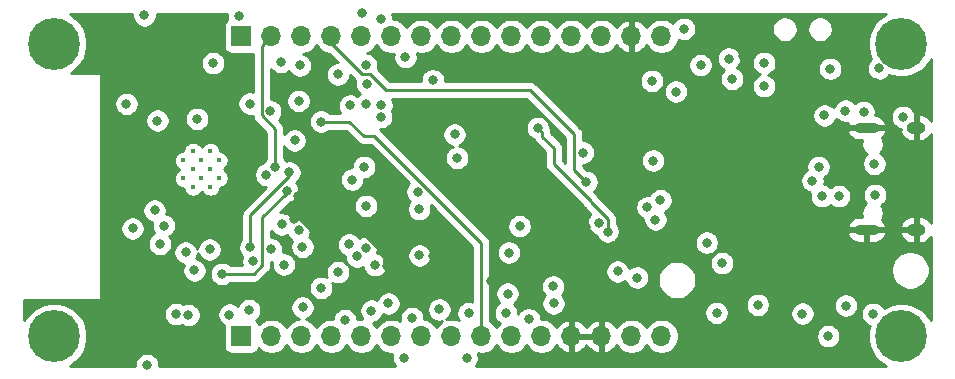
<source format=gbr>
%TF.GenerationSoftware,KiCad,Pcbnew,(5.1.12)-1*%
%TF.CreationDate,2022-11-06T18:41:51+01:00*%
%TF.ProjectId,NewmorphS3,4e65776d-6f72-4706-9853-332e6b696361,rev?*%
%TF.SameCoordinates,Original*%
%TF.FileFunction,Copper,L2,Inr*%
%TF.FilePolarity,Positive*%
%FSLAX46Y46*%
G04 Gerber Fmt 4.6, Leading zero omitted, Abs format (unit mm)*
G04 Created by KiCad (PCBNEW (5.1.12)-1) date 2022-11-06 18:41:51*
%MOMM*%
%LPD*%
G01*
G04 APERTURE LIST*
%TA.AperFunction,ComponentPad*%
%ADD10O,1.600000X1.000000*%
%TD*%
%TA.AperFunction,ComponentPad*%
%ADD11O,2.100000X0.900000*%
%TD*%
%TA.AperFunction,ComponentPad*%
%ADD12C,0.400000*%
%TD*%
%TA.AperFunction,ComponentPad*%
%ADD13R,1.700000X1.700000*%
%TD*%
%TA.AperFunction,ComponentPad*%
%ADD14O,1.700000X1.700000*%
%TD*%
%TA.AperFunction,ComponentPad*%
%ADD15C,0.700000*%
%TD*%
%TA.AperFunction,ComponentPad*%
%ADD16C,4.400000*%
%TD*%
%TA.AperFunction,ViaPad*%
%ADD17C,0.800000*%
%TD*%
%TA.AperFunction,Conductor*%
%ADD18C,0.250000*%
%TD*%
%TA.AperFunction,Conductor*%
%ADD19C,0.254000*%
%TD*%
%TA.AperFunction,Conductor*%
%ADD20C,0.100000*%
%TD*%
G04 APERTURE END LIST*
D10*
%TO.N,GND*%
%TO.C,J101*%
X123155000Y-73785000D03*
X123155000Y-82425000D03*
D11*
X118975000Y-73785000D03*
X118975000Y-82425000D03*
%TD*%
D12*
%TO.N,*%
%TO.C,U103*%
X62599000Y-78086000D03*
X64123000Y-76562000D03*
X63411800Y-77273200D03*
X64123000Y-78035200D03*
X61125800Y-76562000D03*
X62649800Y-76562000D03*
X63411800Y-75800000D03*
X61125800Y-78086000D03*
X61938600Y-75800000D03*
X61938600Y-77324000D03*
X61938600Y-78797200D03*
X63411800Y-78797200D03*
%TD*%
D13*
%TO.N,/MISO*%
%TO.C,J103*%
X66040000Y-66040000D03*
D14*
%TO.N,/MOSI*%
X68580000Y-66040000D03*
%TO.N,/SCK*%
X71120000Y-66040000D03*
%TO.N,/IO15*%
X73660000Y-66040000D03*
%TO.N,/IO16*%
X76200000Y-66040000D03*
%TO.N,/IO17*%
X78740000Y-66040000D03*
%TO.N,/IO18*%
X81280000Y-66040000D03*
%TO.N,/INT1*%
X83820000Y-66040000D03*
%TO.N,/IO9*%
X86360000Y-66040000D03*
%TO.N,/IO10*%
X88900000Y-66040000D03*
%TO.N,/IO11*%
X91440000Y-66040000D03*
%TO.N,/BCLK*%
X93980000Y-66040000D03*
%TO.N,/IO13*%
X96520000Y-66040000D03*
%TO.N,GND*%
X99060000Y-66040000D03*
%TO.N,+3V3*%
X101600000Y-66040000D03*
%TD*%
%TO.N,/VBAT*%
%TO.C,J104*%
X101600000Y-91440000D03*
%TO.N,/VUSB*%
X99060000Y-91440000D03*
%TO.N,GND*%
X96520000Y-91440000D03*
X93980000Y-91440000D03*
%TO.N,+3V3*%
X91440000Y-91440000D03*
%TO.N,/IO48*%
X88900000Y-91440000D03*
%TO.N,/IO46*%
X86360000Y-91440000D03*
%TO.N,/IO45*%
X83820000Y-91440000D03*
%TO.N,/IO42*%
X81280000Y-91440000D03*
%TO.N,/IO38*%
X78740000Y-91440000D03*
%TO.N,/RXD*%
X76200000Y-91440000D03*
%TO.N,/TXD*%
X73660000Y-91440000D03*
%TO.N,/DIN*%
X71120000Y-91440000D03*
%TO.N,/IO14*%
X68580000Y-91440000D03*
D13*
%TO.N,/IO3*%
X66040000Y-91440000D03*
%TD*%
D15*
%TO.N,N/C*%
%TO.C,H101*%
X123086726Y-65508274D03*
X121920000Y-65025000D03*
X120753274Y-65508274D03*
X120270000Y-66675000D03*
X120753274Y-67841726D03*
X121920000Y-68325000D03*
X123086726Y-67841726D03*
X123570000Y-66675000D03*
D16*
X121920000Y-66675000D03*
%TD*%
%TO.N,N/C*%
%TO.C,H102*%
X121920000Y-91440000D03*
D15*
X123570000Y-91440000D03*
X123086726Y-92606726D03*
X121920000Y-93090000D03*
X120753274Y-92606726D03*
X120270000Y-91440000D03*
X120753274Y-90273274D03*
X121920000Y-89790000D03*
X123086726Y-90273274D03*
%TD*%
%TO.N,N/C*%
%TO.C,H103*%
X51331726Y-65508274D03*
X50165000Y-65025000D03*
X48998274Y-65508274D03*
X48515000Y-66675000D03*
X48998274Y-67841726D03*
X50165000Y-68325000D03*
X51331726Y-67841726D03*
X51815000Y-66675000D03*
D16*
X50165000Y-66675000D03*
%TD*%
%TO.N,N/C*%
%TO.C,H104*%
X50165000Y-91440000D03*
D15*
X51815000Y-91440000D03*
X51331726Y-92606726D03*
X50165000Y-93090000D03*
X48998274Y-92606726D03*
X48515000Y-91440000D03*
X48998274Y-90273274D03*
X50165000Y-89790000D03*
X51331726Y-90273274D03*
%TD*%
D17*
%TO.N,GND*%
X60625000Y-64525000D03*
X83900000Y-86800000D03*
X95200000Y-82200000D03*
X87200000Y-86750000D03*
X90650000Y-86750000D03*
X118100000Y-92200000D03*
X113800000Y-91450000D03*
X111900000Y-92050000D03*
X110250000Y-92100000D03*
X106200000Y-91450000D03*
X119750000Y-70000000D03*
X103750000Y-69500000D03*
%TO.N,/VUSB*%
X104910200Y-68484400D03*
X107305400Y-67934300D03*
%TO.N,GND*%
X56700000Y-77925000D03*
X62325000Y-80225000D03*
X78361978Y-85479646D03*
X82250000Y-84650000D03*
X102200000Y-82950000D03*
X95000000Y-70750000D03*
X101750000Y-71500000D03*
X98500000Y-72500000D03*
X105750000Y-71250000D03*
X108500000Y-67750000D03*
X97750000Y-88500000D03*
X103250000Y-89750000D03*
X95300000Y-86850000D03*
X92850000Y-83550000D03*
X79350000Y-86900000D03*
X87100000Y-76950000D03*
X70796356Y-79568800D03*
X70450000Y-81550000D03*
X76500000Y-82325000D03*
X123500000Y-78475000D03*
X107200000Y-76200000D03*
X109825000Y-86050000D03*
X119150000Y-93725000D03*
X98050000Y-76425000D03*
X89475000Y-85925000D03*
X100275000Y-93400000D03*
X100425000Y-89450000D03*
X64325000Y-72100000D03*
X60725000Y-71750000D03*
X60625000Y-68475000D03*
X54175000Y-65425000D03*
X60100000Y-92175000D03*
X80575000Y-75150000D03*
%TO.N,Net-(C102-Pad2)*%
X106744800Y-85244900D03*
X105433500Y-83526400D03*
%TO.N,Net-(C103-Pad2)*%
X110300100Y-68297400D03*
X106261200Y-89466200D03*
X109750900Y-88788900D03*
%TO.N,/VBAT*%
X115889200Y-68795600D03*
X120016300Y-68766800D03*
X119513500Y-89542100D03*
X113538000Y-89536200D03*
%TO.N,/EN*%
X77363400Y-85426300D03*
X69630000Y-85377900D03*
X68536400Y-84087000D03*
X56815400Y-82316900D03*
%TO.N,Net-(D102-Pad1)*%
X115387700Y-72750900D03*
%TO.N,Net-(D102-Pad2)*%
X103501600Y-65412100D03*
%TO.N,Net-(J101-PadA7)*%
X119697100Y-79482100D03*
X117176000Y-72348700D03*
X114376200Y-78278800D03*
%TO.N,Net-(J101-PadA6)*%
X119618600Y-76855000D03*
X114902300Y-77100200D03*
%TO.N,Net-(J101-PadB5)*%
X115175000Y-79588700D03*
X116625700Y-79588700D03*
%TO.N,Net-(J101-PadA5)*%
X122042400Y-72878900D03*
X118714200Y-72442300D03*
%TO.N,/IO15*%
X63643000Y-68331900D03*
X95250000Y-78375000D03*
%TO.N,/IO16*%
X65828300Y-64350000D03*
%TO.N,/IO17*%
X76254800Y-64117900D03*
%TO.N,/IO18*%
X69368200Y-68221300D03*
%TO.N,/IO9*%
X74192200Y-69274600D03*
%TO.N,/IO10*%
X76568600Y-71817800D03*
%TO.N,/IO11*%
X77896200Y-71873100D03*
%TO.N,/IO13*%
X75409000Y-78190900D03*
%TO.N,+3V3*%
X97881200Y-85963600D03*
X100401200Y-80526600D03*
X81093500Y-80672900D03*
X56292800Y-71765400D03*
X99549592Y-86474592D03*
%TO.N,/IO48*%
X74227100Y-86021500D03*
X82788900Y-89170600D03*
%TO.N,/IO46*%
X72775000Y-73270000D03*
%TO.N,/IO45*%
X72788700Y-87359900D03*
X80496400Y-89902500D03*
%TO.N,/IO42*%
X62060500Y-85875100D03*
%TO.N,/RXD*%
X61317700Y-84351100D03*
%TO.N,/TXD*%
X65014100Y-89617800D03*
%TO.N,/IO14*%
X85096200Y-93299200D03*
X90374200Y-90007800D03*
X88420900Y-89464200D03*
X88565400Y-87843900D03*
X81106400Y-84599900D03*
X76600000Y-80400000D03*
%TO.N,Net-(R101-Pad2)*%
X117212500Y-88843400D03*
X115723400Y-91440000D03*
%TO.N,ChkBat*%
X58917000Y-73185800D03*
X62285100Y-73042300D03*
X68464700Y-72397800D03*
X75242900Y-71902300D03*
X76661300Y-70048900D03*
X82248500Y-69773800D03*
%TO.N,Net-(R108-Pad2)*%
X57819100Y-64283100D03*
%TO.N,Net-(R110-Pad2)*%
X60512600Y-89575400D03*
%TO.N,/BUTT2*%
X61549100Y-89650200D03*
X59128000Y-83630800D03*
%TO.N,/D-*%
X107577200Y-69650100D03*
X77867400Y-64610800D03*
X79924100Y-67823400D03*
X66728900Y-71750700D03*
%TO.N,/D+*%
X110283400Y-70277600D03*
X70885700Y-71525300D03*
%TO.N,/IO0*%
X71220500Y-88995400D03*
X74790000Y-90087100D03*
X78481200Y-88662700D03*
X85271500Y-89488900D03*
%TO.N,/LEDA*%
X58684600Y-80796300D03*
%TO.N,/DisplRST*%
X70545700Y-74857900D03*
%TO.N,/Display_CS*%
X66800000Y-83900000D03*
X70100000Y-77575000D03*
%TO.N,/DisplayDC*%
X64386365Y-86160867D03*
X69900153Y-79125153D03*
%TO.N,/JoyX*%
X59460800Y-82071800D03*
X69453000Y-81966300D03*
X70886000Y-82491600D03*
X101082300Y-81566200D03*
X101515700Y-79922900D03*
%TO.N,/JoyY*%
X58047200Y-93900300D03*
%TO.N,/MISO*%
X84307100Y-76349200D03*
X68139300Y-77773500D03*
%TO.N,/MOSI*%
X68880800Y-77100200D03*
X97047600Y-82588721D03*
X91125000Y-73800000D03*
%TO.N,/SCK*%
X79806500Y-93257800D03*
X96322600Y-81846800D03*
X76418200Y-77100200D03*
X89596800Y-82124400D03*
%TO.N,/IO38*%
X67050100Y-85105300D03*
X77049400Y-89282600D03*
%TO.N,/IO3*%
X63350400Y-84096800D03*
X66685900Y-89245000D03*
%TO.N,/INT1*%
X76566600Y-68482700D03*
X84085400Y-74361600D03*
X94953600Y-75899200D03*
X70977800Y-68516600D03*
%TO.N,/BCLK*%
X75817000Y-84684600D03*
X71203300Y-83873100D03*
X77871600Y-72873500D03*
%TO.N,/DIN*%
X75146200Y-83670100D03*
X76554200Y-83990900D03*
%TO.N,Net-(R115-Pad1)*%
X80948200Y-79222200D03*
X100891800Y-76567600D03*
X100778100Y-69825400D03*
X102823300Y-70727200D03*
%TO.N,/SDMODE*%
X88680000Y-84366200D03*
X92464600Y-88671200D03*
X92436500Y-87220500D03*
%TD*%
D18*
%TO.N,GND*%
X103250000Y-89750000D02*
X102000000Y-89750000D01*
X100750000Y-88500000D02*
X97750000Y-88500000D01*
X102000000Y-89750000D02*
X100750000Y-88500000D01*
X78088401Y-84452099D02*
X76136302Y-82500000D01*
X78088401Y-85438401D02*
X78088401Y-84452099D01*
X78129646Y-85479646D02*
X78088401Y-85438401D01*
X78361978Y-85479646D02*
X78129646Y-85479646D01*
X71017402Y-81550000D02*
X70450000Y-81550000D01*
X71967402Y-82500000D02*
X71017402Y-81550000D01*
X76136302Y-82500000D02*
X71967402Y-82500000D01*
X76311302Y-82325000D02*
X76136302Y-82500000D01*
X76500000Y-82325000D02*
X76311302Y-82325000D01*
%TO.N,/IO15*%
X94228599Y-77353599D02*
X94228599Y-74353599D01*
X95250000Y-78375000D02*
X94228599Y-77353599D01*
X94228599Y-74353599D02*
X90475000Y-70600000D01*
X73660000Y-66649102D02*
X73660000Y-66040000D01*
X76218599Y-69207701D02*
X73660000Y-66649102D01*
X76907701Y-69207701D02*
X76218599Y-69207701D01*
X78300000Y-70600000D02*
X76907701Y-69207701D01*
X90475000Y-70600000D02*
X78300000Y-70600000D01*
%TO.N,/IO46*%
X86360000Y-83560998D02*
X77299002Y-74500000D01*
X86360000Y-91440000D02*
X86360000Y-83560998D01*
X77299002Y-74500000D02*
X76400000Y-74500000D01*
X75170000Y-73270000D02*
X72775000Y-73270000D01*
X76400000Y-74500000D02*
X75170000Y-73270000D01*
%TO.N,/Display_CS*%
X66800000Y-83900000D02*
X66800000Y-81200000D01*
X70100000Y-77900000D02*
X70100000Y-77575000D01*
X66800000Y-81200000D02*
X70100000Y-77900000D01*
%TO.N,/DisplayDC*%
X64386365Y-86160867D02*
X65164232Y-86160867D01*
X67067535Y-86160867D02*
X67800000Y-85428402D01*
X65164232Y-86160867D02*
X67067535Y-86160867D01*
X67811399Y-84238601D02*
X67811399Y-81363601D01*
X67800000Y-84250000D02*
X67811399Y-84238601D01*
X67800000Y-85428402D02*
X67800000Y-84250000D01*
X67811399Y-81363601D02*
X69775000Y-79400000D01*
X69775000Y-79250306D02*
X69900153Y-79125153D01*
X69775000Y-79400000D02*
X69775000Y-79250306D01*
%TO.N,/MOSI*%
X91525000Y-74550000D02*
X91525000Y-74200000D01*
X91525000Y-74200000D02*
X91125000Y-73800000D01*
X92477798Y-75502798D02*
X91525000Y-74550000D01*
X92477798Y-76872202D02*
X92477798Y-75502798D01*
X95598802Y-79993206D02*
X92477798Y-76872202D01*
X95598802Y-80050000D02*
X95598802Y-79993206D01*
X97047601Y-81498799D02*
X95598802Y-80050000D01*
X97047600Y-82588721D02*
X97047601Y-81498799D01*
X68880800Y-77100200D02*
X68880800Y-73886902D01*
X67739699Y-66880301D02*
X68580000Y-66040000D01*
X67739699Y-72745801D02*
X67739699Y-66880301D01*
X68880800Y-73886902D02*
X67739699Y-72745801D01*
%TD*%
D19*
%TO.N,GND*%
X120577124Y-64162656D02*
X120112793Y-64472912D01*
X119717912Y-64867793D01*
X119407656Y-65332124D01*
X119193948Y-65848061D01*
X119085000Y-66395777D01*
X119085000Y-66954223D01*
X119193948Y-67501939D01*
X119378725Y-67948030D01*
X119356526Y-67962863D01*
X119212363Y-68107026D01*
X119099095Y-68276544D01*
X119021074Y-68464902D01*
X118981300Y-68664861D01*
X118981300Y-68868739D01*
X119021074Y-69068698D01*
X119099095Y-69257056D01*
X119212363Y-69426574D01*
X119356526Y-69570737D01*
X119526044Y-69684005D01*
X119714402Y-69762026D01*
X119914361Y-69801800D01*
X120118239Y-69801800D01*
X120318198Y-69762026D01*
X120506556Y-69684005D01*
X120676074Y-69570737D01*
X120820237Y-69426574D01*
X120892734Y-69318074D01*
X121093061Y-69401052D01*
X121640777Y-69510000D01*
X122199223Y-69510000D01*
X122746939Y-69401052D01*
X123262876Y-69187344D01*
X123727207Y-68877088D01*
X124122088Y-68482207D01*
X124432344Y-68017876D01*
X124435001Y-68011462D01*
X124435001Y-73207226D01*
X124347369Y-73072236D01*
X124191169Y-72911839D01*
X124006678Y-72784997D01*
X123800987Y-72696585D01*
X123582000Y-72650000D01*
X123282000Y-72650000D01*
X123282000Y-73658000D01*
X123302000Y-73658000D01*
X123302000Y-73912000D01*
X123282000Y-73912000D01*
X123282000Y-74920000D01*
X123582000Y-74920000D01*
X123800987Y-74873415D01*
X124006678Y-74785003D01*
X124191169Y-74658161D01*
X124347369Y-74497764D01*
X124435001Y-74362774D01*
X124435000Y-81847225D01*
X124347369Y-81712236D01*
X124191169Y-81551839D01*
X124006678Y-81424997D01*
X123800987Y-81336585D01*
X123582000Y-81290000D01*
X123282000Y-81290000D01*
X123282000Y-82298000D01*
X123302000Y-82298000D01*
X123302000Y-82552000D01*
X123282000Y-82552000D01*
X123282000Y-83560000D01*
X123582000Y-83560000D01*
X123800987Y-83513415D01*
X124006678Y-83425003D01*
X124191169Y-83298161D01*
X124347369Y-83137764D01*
X124435000Y-83002775D01*
X124435000Y-90103536D01*
X124432344Y-90097124D01*
X124122088Y-89632793D01*
X123727207Y-89237912D01*
X123262876Y-88927656D01*
X122746939Y-88713948D01*
X122199223Y-88605000D01*
X121640777Y-88605000D01*
X121093061Y-88713948D01*
X120577124Y-88927656D01*
X120418531Y-89033624D01*
X120317437Y-88882326D01*
X120173274Y-88738163D01*
X120003756Y-88624895D01*
X119815398Y-88546874D01*
X119615439Y-88507100D01*
X119411561Y-88507100D01*
X119211602Y-88546874D01*
X119023244Y-88624895D01*
X118853726Y-88738163D01*
X118709563Y-88882326D01*
X118596295Y-89051844D01*
X118518274Y-89240202D01*
X118478500Y-89440161D01*
X118478500Y-89644039D01*
X118518274Y-89843998D01*
X118596295Y-90032356D01*
X118709563Y-90201874D01*
X118853726Y-90346037D01*
X119023244Y-90459305D01*
X119211602Y-90537326D01*
X119224274Y-90539847D01*
X119193948Y-90613061D01*
X119085000Y-91160777D01*
X119085000Y-91719223D01*
X119193948Y-92266939D01*
X119407656Y-92782876D01*
X119717912Y-93247207D01*
X120112793Y-93642088D01*
X120577124Y-93952344D01*
X120583536Y-93955000D01*
X85902792Y-93955000D01*
X86013405Y-93789456D01*
X86091426Y-93601098D01*
X86131200Y-93401139D01*
X86131200Y-93197261D01*
X86091426Y-92997302D01*
X86047805Y-92891993D01*
X86213740Y-92925000D01*
X86506260Y-92925000D01*
X86793158Y-92867932D01*
X87063411Y-92755990D01*
X87306632Y-92593475D01*
X87513475Y-92386632D01*
X87630000Y-92212240D01*
X87746525Y-92386632D01*
X87953368Y-92593475D01*
X88196589Y-92755990D01*
X88466842Y-92867932D01*
X88753740Y-92925000D01*
X89046260Y-92925000D01*
X89333158Y-92867932D01*
X89603411Y-92755990D01*
X89846632Y-92593475D01*
X90053475Y-92386632D01*
X90170000Y-92212240D01*
X90286525Y-92386632D01*
X90493368Y-92593475D01*
X90736589Y-92755990D01*
X91006842Y-92867932D01*
X91293740Y-92925000D01*
X91586260Y-92925000D01*
X91873158Y-92867932D01*
X92143411Y-92755990D01*
X92386632Y-92593475D01*
X92593475Y-92386632D01*
X92715195Y-92204466D01*
X92784822Y-92321355D01*
X92979731Y-92537588D01*
X93213080Y-92711641D01*
X93475901Y-92836825D01*
X93623110Y-92881476D01*
X93853000Y-92760155D01*
X93853000Y-91567000D01*
X94107000Y-91567000D01*
X94107000Y-92760155D01*
X94336890Y-92881476D01*
X94484099Y-92836825D01*
X94746920Y-92711641D01*
X94980269Y-92537588D01*
X95175178Y-92321355D01*
X95250000Y-92195745D01*
X95324822Y-92321355D01*
X95519731Y-92537588D01*
X95753080Y-92711641D01*
X96015901Y-92836825D01*
X96163110Y-92881476D01*
X96393000Y-92760155D01*
X96393000Y-91567000D01*
X94107000Y-91567000D01*
X93853000Y-91567000D01*
X93833000Y-91567000D01*
X93833000Y-91313000D01*
X93853000Y-91313000D01*
X93853000Y-90119845D01*
X94107000Y-90119845D01*
X94107000Y-91313000D01*
X96393000Y-91313000D01*
X96393000Y-90119845D01*
X96647000Y-90119845D01*
X96647000Y-91313000D01*
X96667000Y-91313000D01*
X96667000Y-91567000D01*
X96647000Y-91567000D01*
X96647000Y-92760155D01*
X96876890Y-92881476D01*
X97024099Y-92836825D01*
X97286920Y-92711641D01*
X97520269Y-92537588D01*
X97715178Y-92321355D01*
X97784805Y-92204466D01*
X97906525Y-92386632D01*
X98113368Y-92593475D01*
X98356589Y-92755990D01*
X98626842Y-92867932D01*
X98913740Y-92925000D01*
X99206260Y-92925000D01*
X99493158Y-92867932D01*
X99763411Y-92755990D01*
X100006632Y-92593475D01*
X100213475Y-92386632D01*
X100330000Y-92212240D01*
X100446525Y-92386632D01*
X100653368Y-92593475D01*
X100896589Y-92755990D01*
X101166842Y-92867932D01*
X101453740Y-92925000D01*
X101746260Y-92925000D01*
X102033158Y-92867932D01*
X102303411Y-92755990D01*
X102546632Y-92593475D01*
X102753475Y-92386632D01*
X102915990Y-92143411D01*
X103027932Y-91873158D01*
X103085000Y-91586260D01*
X103085000Y-91338061D01*
X114688400Y-91338061D01*
X114688400Y-91541939D01*
X114728174Y-91741898D01*
X114806195Y-91930256D01*
X114919463Y-92099774D01*
X115063626Y-92243937D01*
X115233144Y-92357205D01*
X115421502Y-92435226D01*
X115621461Y-92475000D01*
X115825339Y-92475000D01*
X116025298Y-92435226D01*
X116213656Y-92357205D01*
X116383174Y-92243937D01*
X116527337Y-92099774D01*
X116640605Y-91930256D01*
X116718626Y-91741898D01*
X116758400Y-91541939D01*
X116758400Y-91338061D01*
X116718626Y-91138102D01*
X116640605Y-90949744D01*
X116527337Y-90780226D01*
X116383174Y-90636063D01*
X116213656Y-90522795D01*
X116025298Y-90444774D01*
X115825339Y-90405000D01*
X115621461Y-90405000D01*
X115421502Y-90444774D01*
X115233144Y-90522795D01*
X115063626Y-90636063D01*
X114919463Y-90780226D01*
X114806195Y-90949744D01*
X114728174Y-91138102D01*
X114688400Y-91338061D01*
X103085000Y-91338061D01*
X103085000Y-91293740D01*
X103027932Y-91006842D01*
X102915990Y-90736589D01*
X102753475Y-90493368D01*
X102546632Y-90286525D01*
X102303411Y-90124010D01*
X102033158Y-90012068D01*
X101746260Y-89955000D01*
X101453740Y-89955000D01*
X101166842Y-90012068D01*
X100896589Y-90124010D01*
X100653368Y-90286525D01*
X100446525Y-90493368D01*
X100330000Y-90667760D01*
X100213475Y-90493368D01*
X100006632Y-90286525D01*
X99763411Y-90124010D01*
X99493158Y-90012068D01*
X99206260Y-89955000D01*
X98913740Y-89955000D01*
X98626842Y-90012068D01*
X98356589Y-90124010D01*
X98113368Y-90286525D01*
X97906525Y-90493368D01*
X97784805Y-90675534D01*
X97715178Y-90558645D01*
X97520269Y-90342412D01*
X97286920Y-90168359D01*
X97024099Y-90043175D01*
X96876890Y-89998524D01*
X96647000Y-90119845D01*
X96393000Y-90119845D01*
X96163110Y-89998524D01*
X96015901Y-90043175D01*
X95753080Y-90168359D01*
X95519731Y-90342412D01*
X95324822Y-90558645D01*
X95250000Y-90684255D01*
X95175178Y-90558645D01*
X94980269Y-90342412D01*
X94746920Y-90168359D01*
X94484099Y-90043175D01*
X94336890Y-89998524D01*
X94107000Y-90119845D01*
X93853000Y-90119845D01*
X93623110Y-89998524D01*
X93475901Y-90043175D01*
X93213080Y-90168359D01*
X92979731Y-90342412D01*
X92784822Y-90558645D01*
X92715195Y-90675534D01*
X92593475Y-90493368D01*
X92386632Y-90286525D01*
X92143411Y-90124010D01*
X91873158Y-90012068D01*
X91586260Y-89955000D01*
X91409200Y-89955000D01*
X91409200Y-89905861D01*
X91369426Y-89705902D01*
X91291405Y-89517544D01*
X91178137Y-89348026D01*
X91033974Y-89203863D01*
X90864456Y-89090595D01*
X90676098Y-89012574D01*
X90476139Y-88972800D01*
X90272261Y-88972800D01*
X90072302Y-89012574D01*
X89883944Y-89090595D01*
X89714426Y-89203863D01*
X89570263Y-89348026D01*
X89456995Y-89517544D01*
X89455900Y-89520188D01*
X89455900Y-89362261D01*
X89416126Y-89162302D01*
X89338105Y-88973944D01*
X89224837Y-88804426D01*
X89131104Y-88710693D01*
X89225174Y-88647837D01*
X89369337Y-88503674D01*
X89482605Y-88334156D01*
X89560626Y-88145798D01*
X89600400Y-87945839D01*
X89600400Y-87741961D01*
X89560626Y-87542002D01*
X89482605Y-87353644D01*
X89369337Y-87184126D01*
X89303772Y-87118561D01*
X91401500Y-87118561D01*
X91401500Y-87322439D01*
X91441274Y-87522398D01*
X91519295Y-87710756D01*
X91632563Y-87880274D01*
X91712189Y-87959900D01*
X91660663Y-88011426D01*
X91547395Y-88180944D01*
X91469374Y-88369302D01*
X91429600Y-88569261D01*
X91429600Y-88773139D01*
X91469374Y-88973098D01*
X91547395Y-89161456D01*
X91660663Y-89330974D01*
X91804826Y-89475137D01*
X91974344Y-89588405D01*
X92162702Y-89666426D01*
X92362661Y-89706200D01*
X92566539Y-89706200D01*
X92766498Y-89666426D01*
X92954856Y-89588405D01*
X93124374Y-89475137D01*
X93235250Y-89364261D01*
X105226200Y-89364261D01*
X105226200Y-89568139D01*
X105265974Y-89768098D01*
X105343995Y-89956456D01*
X105457263Y-90125974D01*
X105601426Y-90270137D01*
X105770944Y-90383405D01*
X105959302Y-90461426D01*
X106159261Y-90501200D01*
X106363139Y-90501200D01*
X106563098Y-90461426D01*
X106751456Y-90383405D01*
X106920974Y-90270137D01*
X107065137Y-90125974D01*
X107178405Y-89956456D01*
X107256426Y-89768098D01*
X107296200Y-89568139D01*
X107296200Y-89364261D01*
X107256426Y-89164302D01*
X107178405Y-88975944D01*
X107065137Y-88806426D01*
X106945672Y-88686961D01*
X108715900Y-88686961D01*
X108715900Y-88890839D01*
X108755674Y-89090798D01*
X108833695Y-89279156D01*
X108946963Y-89448674D01*
X109091126Y-89592837D01*
X109260644Y-89706105D01*
X109449002Y-89784126D01*
X109648961Y-89823900D01*
X109852839Y-89823900D01*
X110052798Y-89784126D01*
X110241156Y-89706105D01*
X110410674Y-89592837D01*
X110554837Y-89448674D01*
X110564467Y-89434261D01*
X112503000Y-89434261D01*
X112503000Y-89638139D01*
X112542774Y-89838098D01*
X112620795Y-90026456D01*
X112734063Y-90195974D01*
X112878226Y-90340137D01*
X113047744Y-90453405D01*
X113236102Y-90531426D01*
X113436061Y-90571200D01*
X113639939Y-90571200D01*
X113839898Y-90531426D01*
X114028256Y-90453405D01*
X114197774Y-90340137D01*
X114341937Y-90195974D01*
X114455205Y-90026456D01*
X114533226Y-89838098D01*
X114573000Y-89638139D01*
X114573000Y-89434261D01*
X114533226Y-89234302D01*
X114455205Y-89045944D01*
X114341937Y-88876426D01*
X114206972Y-88741461D01*
X116177500Y-88741461D01*
X116177500Y-88945339D01*
X116217274Y-89145298D01*
X116295295Y-89333656D01*
X116408563Y-89503174D01*
X116552726Y-89647337D01*
X116722244Y-89760605D01*
X116910602Y-89838626D01*
X117110561Y-89878400D01*
X117314439Y-89878400D01*
X117514398Y-89838626D01*
X117702756Y-89760605D01*
X117872274Y-89647337D01*
X118016437Y-89503174D01*
X118129705Y-89333656D01*
X118207726Y-89145298D01*
X118247500Y-88945339D01*
X118247500Y-88741461D01*
X118207726Y-88541502D01*
X118129705Y-88353144D01*
X118016437Y-88183626D01*
X117872274Y-88039463D01*
X117702756Y-87926195D01*
X117514398Y-87848174D01*
X117314439Y-87808400D01*
X117110561Y-87808400D01*
X116910602Y-87848174D01*
X116722244Y-87926195D01*
X116552726Y-88039463D01*
X116408563Y-88183626D01*
X116295295Y-88353144D01*
X116217274Y-88541502D01*
X116177500Y-88741461D01*
X114206972Y-88741461D01*
X114197774Y-88732263D01*
X114028256Y-88618995D01*
X113839898Y-88540974D01*
X113639939Y-88501200D01*
X113436061Y-88501200D01*
X113236102Y-88540974D01*
X113047744Y-88618995D01*
X112878226Y-88732263D01*
X112734063Y-88876426D01*
X112620795Y-89045944D01*
X112542774Y-89234302D01*
X112503000Y-89434261D01*
X110564467Y-89434261D01*
X110668105Y-89279156D01*
X110746126Y-89090798D01*
X110785900Y-88890839D01*
X110785900Y-88686961D01*
X110746126Y-88487002D01*
X110668105Y-88298644D01*
X110554837Y-88129126D01*
X110410674Y-87984963D01*
X110241156Y-87871695D01*
X110052798Y-87793674D01*
X109852839Y-87753900D01*
X109648961Y-87753900D01*
X109449002Y-87793674D01*
X109260644Y-87871695D01*
X109091126Y-87984963D01*
X108946963Y-88129126D01*
X108833695Y-88298644D01*
X108755674Y-88487002D01*
X108715900Y-88686961D01*
X106945672Y-88686961D01*
X106920974Y-88662263D01*
X106751456Y-88548995D01*
X106563098Y-88470974D01*
X106363139Y-88431200D01*
X106159261Y-88431200D01*
X105959302Y-88470974D01*
X105770944Y-88548995D01*
X105601426Y-88662263D01*
X105457263Y-88806426D01*
X105343995Y-88975944D01*
X105265974Y-89164302D01*
X105226200Y-89364261D01*
X93235250Y-89364261D01*
X93268537Y-89330974D01*
X93381805Y-89161456D01*
X93459826Y-88973098D01*
X93499600Y-88773139D01*
X93499600Y-88569261D01*
X93459826Y-88369302D01*
X93381805Y-88180944D01*
X93268537Y-88011426D01*
X93188911Y-87931800D01*
X93240437Y-87880274D01*
X93353705Y-87710756D01*
X93431726Y-87522398D01*
X93471500Y-87322439D01*
X93471500Y-87118561D01*
X93431726Y-86918602D01*
X93353705Y-86730244D01*
X93240437Y-86560726D01*
X93096274Y-86416563D01*
X92926756Y-86303295D01*
X92738398Y-86225274D01*
X92538439Y-86185500D01*
X92334561Y-86185500D01*
X92134602Y-86225274D01*
X91946244Y-86303295D01*
X91776726Y-86416563D01*
X91632563Y-86560726D01*
X91519295Y-86730244D01*
X91441274Y-86918602D01*
X91401500Y-87118561D01*
X89303772Y-87118561D01*
X89225174Y-87039963D01*
X89055656Y-86926695D01*
X88867298Y-86848674D01*
X88667339Y-86808900D01*
X88463461Y-86808900D01*
X88263502Y-86848674D01*
X88075144Y-86926695D01*
X87905626Y-87039963D01*
X87761463Y-87184126D01*
X87648195Y-87353644D01*
X87570174Y-87542002D01*
X87530400Y-87741961D01*
X87530400Y-87945839D01*
X87570174Y-88145798D01*
X87648195Y-88334156D01*
X87761463Y-88503674D01*
X87855196Y-88597407D01*
X87761126Y-88660263D01*
X87616963Y-88804426D01*
X87503695Y-88973944D01*
X87425674Y-89162302D01*
X87385900Y-89362261D01*
X87385900Y-89566139D01*
X87425674Y-89766098D01*
X87503695Y-89954456D01*
X87616963Y-90123974D01*
X87761126Y-90268137D01*
X87887390Y-90352503D01*
X87746525Y-90493368D01*
X87630000Y-90667760D01*
X87513475Y-90493368D01*
X87306632Y-90286525D01*
X87120000Y-90161822D01*
X87120000Y-85861661D01*
X96846200Y-85861661D01*
X96846200Y-86065539D01*
X96885974Y-86265498D01*
X96963995Y-86453856D01*
X97077263Y-86623374D01*
X97221426Y-86767537D01*
X97390944Y-86880805D01*
X97579302Y-86958826D01*
X97779261Y-86998600D01*
X97983139Y-86998600D01*
X98183098Y-86958826D01*
X98371456Y-86880805D01*
X98540974Y-86767537D01*
X98550659Y-86757852D01*
X98554366Y-86776490D01*
X98632387Y-86964848D01*
X98745655Y-87134366D01*
X98889818Y-87278529D01*
X99059336Y-87391797D01*
X99247694Y-87469818D01*
X99447653Y-87509592D01*
X99651531Y-87509592D01*
X99851490Y-87469818D01*
X100039848Y-87391797D01*
X100209366Y-87278529D01*
X100353529Y-87134366D01*
X100466797Y-86964848D01*
X100544818Y-86776490D01*
X100584592Y-86576531D01*
X100584592Y-86518967D01*
X101285000Y-86518967D01*
X101285000Y-86841033D01*
X101347832Y-87156912D01*
X101471082Y-87454463D01*
X101650013Y-87722252D01*
X101877748Y-87949987D01*
X102145537Y-88128918D01*
X102443088Y-88252168D01*
X102758967Y-88315000D01*
X103081033Y-88315000D01*
X103396912Y-88252168D01*
X103694463Y-88128918D01*
X103962252Y-87949987D01*
X104189987Y-87722252D01*
X104368918Y-87454463D01*
X104492168Y-87156912D01*
X104555000Y-86841033D01*
X104555000Y-86518967D01*
X104492168Y-86203088D01*
X104368918Y-85905537D01*
X104189987Y-85637748D01*
X103962252Y-85410013D01*
X103694463Y-85231082D01*
X103481721Y-85142961D01*
X105709800Y-85142961D01*
X105709800Y-85346839D01*
X105749574Y-85546798D01*
X105827595Y-85735156D01*
X105940863Y-85904674D01*
X106085026Y-86048837D01*
X106254544Y-86162105D01*
X106442902Y-86240126D01*
X106642861Y-86279900D01*
X106846739Y-86279900D01*
X107046698Y-86240126D01*
X107235056Y-86162105D01*
X107404574Y-86048837D01*
X107548737Y-85904674D01*
X107662005Y-85735156D01*
X107679066Y-85693967D01*
X121035000Y-85693967D01*
X121035000Y-86016033D01*
X121097832Y-86331912D01*
X121221082Y-86629463D01*
X121400013Y-86897252D01*
X121627748Y-87124987D01*
X121895537Y-87303918D01*
X122193088Y-87427168D01*
X122508967Y-87490000D01*
X122831033Y-87490000D01*
X123146912Y-87427168D01*
X123444463Y-87303918D01*
X123712252Y-87124987D01*
X123939987Y-86897252D01*
X124118918Y-86629463D01*
X124242168Y-86331912D01*
X124305000Y-86016033D01*
X124305000Y-85693967D01*
X124242168Y-85378088D01*
X124118918Y-85080537D01*
X123939987Y-84812748D01*
X123712252Y-84585013D01*
X123444463Y-84406082D01*
X123146912Y-84282832D01*
X122831033Y-84220000D01*
X122508967Y-84220000D01*
X122193088Y-84282832D01*
X121895537Y-84406082D01*
X121627748Y-84585013D01*
X121400013Y-84812748D01*
X121221082Y-85080537D01*
X121097832Y-85378088D01*
X121035000Y-85693967D01*
X107679066Y-85693967D01*
X107740026Y-85546798D01*
X107779800Y-85346839D01*
X107779800Y-85142961D01*
X107740026Y-84943002D01*
X107662005Y-84754644D01*
X107548737Y-84585126D01*
X107404574Y-84440963D01*
X107235056Y-84327695D01*
X107046698Y-84249674D01*
X106846739Y-84209900D01*
X106642861Y-84209900D01*
X106442902Y-84249674D01*
X106254544Y-84327695D01*
X106085026Y-84440963D01*
X105940863Y-84585126D01*
X105827595Y-84754644D01*
X105749574Y-84943002D01*
X105709800Y-85142961D01*
X103481721Y-85142961D01*
X103396912Y-85107832D01*
X103081033Y-85045000D01*
X102758967Y-85045000D01*
X102443088Y-85107832D01*
X102145537Y-85231082D01*
X101877748Y-85410013D01*
X101650013Y-85637748D01*
X101471082Y-85905537D01*
X101347832Y-86203088D01*
X101285000Y-86518967D01*
X100584592Y-86518967D01*
X100584592Y-86372653D01*
X100544818Y-86172694D01*
X100466797Y-85984336D01*
X100353529Y-85814818D01*
X100209366Y-85670655D01*
X100039848Y-85557387D01*
X99851490Y-85479366D01*
X99651531Y-85439592D01*
X99447653Y-85439592D01*
X99247694Y-85479366D01*
X99059336Y-85557387D01*
X98889818Y-85670655D01*
X98880133Y-85680340D01*
X98876426Y-85661702D01*
X98798405Y-85473344D01*
X98685137Y-85303826D01*
X98540974Y-85159663D01*
X98371456Y-85046395D01*
X98183098Y-84968374D01*
X97983139Y-84928600D01*
X97779261Y-84928600D01*
X97579302Y-84968374D01*
X97390944Y-85046395D01*
X97221426Y-85159663D01*
X97077263Y-85303826D01*
X96963995Y-85473344D01*
X96885974Y-85661702D01*
X96846200Y-85861661D01*
X87120000Y-85861661D01*
X87120000Y-84264261D01*
X87645000Y-84264261D01*
X87645000Y-84468139D01*
X87684774Y-84668098D01*
X87762795Y-84856456D01*
X87876063Y-85025974D01*
X88020226Y-85170137D01*
X88189744Y-85283405D01*
X88378102Y-85361426D01*
X88578061Y-85401200D01*
X88781939Y-85401200D01*
X88981898Y-85361426D01*
X89170256Y-85283405D01*
X89339774Y-85170137D01*
X89483937Y-85025974D01*
X89597205Y-84856456D01*
X89675226Y-84668098D01*
X89715000Y-84468139D01*
X89715000Y-84264261D01*
X89675226Y-84064302D01*
X89597205Y-83875944D01*
X89483937Y-83706426D01*
X89339774Y-83562263D01*
X89170256Y-83448995D01*
X88981898Y-83370974D01*
X88781939Y-83331200D01*
X88578061Y-83331200D01*
X88378102Y-83370974D01*
X88189744Y-83448995D01*
X88020226Y-83562263D01*
X87876063Y-83706426D01*
X87762795Y-83875944D01*
X87684774Y-84064302D01*
X87645000Y-84264261D01*
X87120000Y-84264261D01*
X87120000Y-83598320D01*
X87123676Y-83560997D01*
X87120000Y-83523674D01*
X87120000Y-83523665D01*
X87109003Y-83412012D01*
X87065546Y-83268751D01*
X86994974Y-83136722D01*
X86900001Y-83020997D01*
X86871003Y-82997199D01*
X85896265Y-82022461D01*
X88561800Y-82022461D01*
X88561800Y-82226339D01*
X88601574Y-82426298D01*
X88679595Y-82614656D01*
X88792863Y-82784174D01*
X88937026Y-82928337D01*
X89106544Y-83041605D01*
X89294902Y-83119626D01*
X89494861Y-83159400D01*
X89698739Y-83159400D01*
X89898698Y-83119626D01*
X90087056Y-83041605D01*
X90256574Y-82928337D01*
X90400737Y-82784174D01*
X90514005Y-82614656D01*
X90592026Y-82426298D01*
X90631800Y-82226339D01*
X90631800Y-82022461D01*
X90592026Y-81822502D01*
X90514005Y-81634144D01*
X90400737Y-81464626D01*
X90256574Y-81320463D01*
X90087056Y-81207195D01*
X89898698Y-81129174D01*
X89698739Y-81089400D01*
X89494861Y-81089400D01*
X89294902Y-81129174D01*
X89106544Y-81207195D01*
X88937026Y-81320463D01*
X88792863Y-81464626D01*
X88679595Y-81634144D01*
X88601574Y-81822502D01*
X88561800Y-82022461D01*
X85896265Y-82022461D01*
X78133465Y-74259661D01*
X83050400Y-74259661D01*
X83050400Y-74463539D01*
X83090174Y-74663498D01*
X83168195Y-74851856D01*
X83281463Y-75021374D01*
X83425626Y-75165537D01*
X83595144Y-75278805D01*
X83783502Y-75356826D01*
X83928627Y-75385693D01*
X83816844Y-75431995D01*
X83647326Y-75545263D01*
X83503163Y-75689426D01*
X83389895Y-75858944D01*
X83311874Y-76047302D01*
X83272100Y-76247261D01*
X83272100Y-76451139D01*
X83311874Y-76651098D01*
X83389895Y-76839456D01*
X83503163Y-77008974D01*
X83647326Y-77153137D01*
X83816844Y-77266405D01*
X84005202Y-77344426D01*
X84205161Y-77384200D01*
X84409039Y-77384200D01*
X84608998Y-77344426D01*
X84797356Y-77266405D01*
X84966874Y-77153137D01*
X85111037Y-77008974D01*
X85224305Y-76839456D01*
X85302326Y-76651098D01*
X85342100Y-76451139D01*
X85342100Y-76247261D01*
X85302326Y-76047302D01*
X85224305Y-75858944D01*
X85111037Y-75689426D01*
X84966874Y-75545263D01*
X84797356Y-75431995D01*
X84608998Y-75353974D01*
X84463873Y-75325107D01*
X84575656Y-75278805D01*
X84745174Y-75165537D01*
X84889337Y-75021374D01*
X85002605Y-74851856D01*
X85080626Y-74663498D01*
X85120400Y-74463539D01*
X85120400Y-74259661D01*
X85080626Y-74059702D01*
X85002605Y-73871344D01*
X84889337Y-73701826D01*
X84745174Y-73557663D01*
X84575656Y-73444395D01*
X84387298Y-73366374D01*
X84187339Y-73326600D01*
X83983461Y-73326600D01*
X83783502Y-73366374D01*
X83595144Y-73444395D01*
X83425626Y-73557663D01*
X83281463Y-73701826D01*
X83168195Y-73871344D01*
X83090174Y-74059702D01*
X83050400Y-74259661D01*
X78133465Y-74259661D01*
X77862806Y-73989003D01*
X77839003Y-73959999D01*
X77776251Y-73908500D01*
X77973539Y-73908500D01*
X78173498Y-73868726D01*
X78361856Y-73790705D01*
X78531374Y-73677437D01*
X78675537Y-73533274D01*
X78788805Y-73363756D01*
X78866826Y-73175398D01*
X78906600Y-72975439D01*
X78906600Y-72771561D01*
X78866826Y-72571602D01*
X78793134Y-72393694D01*
X78813405Y-72363356D01*
X78891426Y-72174998D01*
X78931200Y-71975039D01*
X78931200Y-71771161D01*
X78891426Y-71571202D01*
X78813405Y-71382844D01*
X78798141Y-71360000D01*
X90160199Y-71360000D01*
X93468600Y-74668402D01*
X93468599Y-76788202D01*
X93237798Y-76557401D01*
X93237798Y-75540121D01*
X93241474Y-75502798D01*
X93237798Y-75465475D01*
X93237798Y-75465465D01*
X93226801Y-75353812D01*
X93183344Y-75210551D01*
X93112772Y-75078522D01*
X93017799Y-74962797D01*
X92988801Y-74938999D01*
X92285190Y-74235389D01*
X92288676Y-74199999D01*
X92285000Y-74162676D01*
X92285000Y-74162668D01*
X92274003Y-74051015D01*
X92230546Y-73907753D01*
X92160000Y-73775773D01*
X92160000Y-73698061D01*
X92120226Y-73498102D01*
X92042205Y-73309744D01*
X91928937Y-73140226D01*
X91784774Y-72996063D01*
X91615256Y-72882795D01*
X91426898Y-72804774D01*
X91226939Y-72765000D01*
X91023061Y-72765000D01*
X90823102Y-72804774D01*
X90634744Y-72882795D01*
X90465226Y-72996063D01*
X90321063Y-73140226D01*
X90207795Y-73309744D01*
X90129774Y-73498102D01*
X90090000Y-73698061D01*
X90090000Y-73901939D01*
X90129774Y-74101898D01*
X90207795Y-74290256D01*
X90321063Y-74459774D01*
X90465226Y-74603937D01*
X90634744Y-74717205D01*
X90802617Y-74786741D01*
X90814033Y-74824376D01*
X90819454Y-74842246D01*
X90890026Y-74974276D01*
X90920167Y-75011002D01*
X90984999Y-75090001D01*
X91014002Y-75113804D01*
X91717799Y-75817601D01*
X91717798Y-76834879D01*
X91714122Y-76872202D01*
X91717798Y-76909524D01*
X91717798Y-76909534D01*
X91728795Y-77021187D01*
X91756866Y-77113726D01*
X91772252Y-77164448D01*
X91842824Y-77296478D01*
X91847329Y-77301967D01*
X91937797Y-77412203D01*
X91966801Y-77436006D01*
X94916470Y-80385676D01*
X94963828Y-80474276D01*
X94980388Y-80494454D01*
X95058801Y-80590001D01*
X95087805Y-80613804D01*
X95589845Y-81115844D01*
X95518663Y-81187026D01*
X95405395Y-81356544D01*
X95327374Y-81544902D01*
X95287600Y-81744861D01*
X95287600Y-81948739D01*
X95327374Y-82148698D01*
X95405395Y-82337056D01*
X95518663Y-82506574D01*
X95662826Y-82650737D01*
X95832344Y-82764005D01*
X96020702Y-82842026D01*
X96043615Y-82846584D01*
X96052374Y-82890619D01*
X96130395Y-83078977D01*
X96243663Y-83248495D01*
X96387826Y-83392658D01*
X96557344Y-83505926D01*
X96745702Y-83583947D01*
X96945661Y-83623721D01*
X97149539Y-83623721D01*
X97349498Y-83583947D01*
X97537856Y-83505926D01*
X97659777Y-83424461D01*
X104398500Y-83424461D01*
X104398500Y-83628339D01*
X104438274Y-83828298D01*
X104516295Y-84016656D01*
X104629563Y-84186174D01*
X104773726Y-84330337D01*
X104943244Y-84443605D01*
X105131602Y-84521626D01*
X105331561Y-84561400D01*
X105535439Y-84561400D01*
X105735398Y-84521626D01*
X105923756Y-84443605D01*
X106093274Y-84330337D01*
X106237437Y-84186174D01*
X106350705Y-84016656D01*
X106428726Y-83828298D01*
X106468500Y-83628339D01*
X106468500Y-83424461D01*
X106428726Y-83224502D01*
X106350705Y-83036144D01*
X106237437Y-82866626D01*
X106093274Y-82722463D01*
X106088093Y-82719001D01*
X117330592Y-82719001D01*
X117402298Y-82922197D01*
X117517986Y-83102408D01*
X117666609Y-83256587D01*
X117842455Y-83378809D01*
X118038767Y-83464376D01*
X118248000Y-83510000D01*
X118848000Y-83510000D01*
X118848000Y-82552000D01*
X119102000Y-82552000D01*
X119102000Y-83510000D01*
X119702000Y-83510000D01*
X119911233Y-83464376D01*
X120107545Y-83378809D01*
X120283391Y-83256587D01*
X120432014Y-83102408D01*
X120547702Y-82922197D01*
X120616629Y-82726874D01*
X121760881Y-82726874D01*
X121840724Y-82949976D01*
X121962631Y-83137764D01*
X122118831Y-83298161D01*
X122303322Y-83425003D01*
X122509013Y-83513415D01*
X122728000Y-83560000D01*
X123028000Y-83560000D01*
X123028000Y-82552000D01*
X121887046Y-82552000D01*
X121760881Y-82726874D01*
X120616629Y-82726874D01*
X120619408Y-82719001D01*
X120492502Y-82552000D01*
X119102000Y-82552000D01*
X118848000Y-82552000D01*
X117457498Y-82552000D01*
X117330592Y-82719001D01*
X106088093Y-82719001D01*
X105923756Y-82609195D01*
X105735398Y-82531174D01*
X105535439Y-82491400D01*
X105331561Y-82491400D01*
X105131602Y-82531174D01*
X104943244Y-82609195D01*
X104773726Y-82722463D01*
X104629563Y-82866626D01*
X104516295Y-83036144D01*
X104438274Y-83224502D01*
X104398500Y-83424461D01*
X97659777Y-83424461D01*
X97707374Y-83392658D01*
X97851537Y-83248495D01*
X97964805Y-83078977D01*
X98042826Y-82890619D01*
X98082600Y-82690660D01*
X98082600Y-82486782D01*
X98042826Y-82286823D01*
X97964805Y-82098465D01*
X97851537Y-81928947D01*
X97807600Y-81885010D01*
X97807601Y-81536122D01*
X97811277Y-81498798D01*
X97807601Y-81461475D01*
X97807601Y-81461467D01*
X97796604Y-81349814D01*
X97753147Y-81206553D01*
X97753147Y-81206552D01*
X97682574Y-81074522D01*
X97611400Y-80987796D01*
X97611396Y-80987792D01*
X97587602Y-80958799D01*
X97558609Y-80935005D01*
X97048265Y-80424661D01*
X99366200Y-80424661D01*
X99366200Y-80628539D01*
X99405974Y-80828498D01*
X99483995Y-81016856D01*
X99597263Y-81186374D01*
X99741426Y-81330537D01*
X99910944Y-81443805D01*
X100047300Y-81500286D01*
X100047300Y-81668139D01*
X100087074Y-81868098D01*
X100165095Y-82056456D01*
X100278363Y-82225974D01*
X100422526Y-82370137D01*
X100592044Y-82483405D01*
X100780402Y-82561426D01*
X100980361Y-82601200D01*
X101184239Y-82601200D01*
X101384198Y-82561426D01*
X101572556Y-82483405D01*
X101742074Y-82370137D01*
X101886237Y-82225974D01*
X101949697Y-82130999D01*
X117330592Y-82130999D01*
X117457498Y-82298000D01*
X118848000Y-82298000D01*
X118848000Y-82278000D01*
X119102000Y-82278000D01*
X119102000Y-82298000D01*
X120492502Y-82298000D01*
X120619408Y-82130999D01*
X120616630Y-82123126D01*
X121760881Y-82123126D01*
X121887046Y-82298000D01*
X123028000Y-82298000D01*
X123028000Y-81290000D01*
X122728000Y-81290000D01*
X122509013Y-81336585D01*
X122303322Y-81424997D01*
X122118831Y-81551839D01*
X121962631Y-81712236D01*
X121840724Y-81900024D01*
X121760881Y-82123126D01*
X120616630Y-82123126D01*
X120547702Y-81927803D01*
X120432014Y-81747592D01*
X120283391Y-81593413D01*
X120246752Y-81567947D01*
X120325741Y-81449731D01*
X120398108Y-81275022D01*
X120435000Y-81089552D01*
X120435000Y-80900448D01*
X120398108Y-80714978D01*
X120325741Y-80540269D01*
X120220681Y-80383036D01*
X120217085Y-80379440D01*
X120356874Y-80286037D01*
X120501037Y-80141874D01*
X120614305Y-79972356D01*
X120692326Y-79783998D01*
X120732100Y-79584039D01*
X120732100Y-79380161D01*
X120692326Y-79180202D01*
X120614305Y-78991844D01*
X120501037Y-78822326D01*
X120356874Y-78678163D01*
X120187356Y-78564895D01*
X119998998Y-78486874D01*
X119799039Y-78447100D01*
X119595161Y-78447100D01*
X119395202Y-78486874D01*
X119206844Y-78564895D01*
X119037326Y-78678163D01*
X118893163Y-78822326D01*
X118779895Y-78991844D01*
X118701874Y-79180202D01*
X118662100Y-79380161D01*
X118662100Y-79584039D01*
X118701874Y-79783998D01*
X118779895Y-79972356D01*
X118893163Y-80141874D01*
X118945504Y-80194215D01*
X118863036Y-80249319D01*
X118729319Y-80383036D01*
X118624259Y-80540269D01*
X118551892Y-80714978D01*
X118515000Y-80900448D01*
X118515000Y-81089552D01*
X118551892Y-81275022D01*
X118578807Y-81340000D01*
X118248000Y-81340000D01*
X118038767Y-81385624D01*
X117842455Y-81471191D01*
X117666609Y-81593413D01*
X117517986Y-81747592D01*
X117402298Y-81927803D01*
X117330592Y-82130999D01*
X101949697Y-82130999D01*
X101999505Y-82056456D01*
X102077526Y-81868098D01*
X102117300Y-81668139D01*
X102117300Y-81464261D01*
X102077526Y-81264302D01*
X101999505Y-81075944D01*
X101886237Y-80906426D01*
X101874406Y-80894595D01*
X102005956Y-80840105D01*
X102175474Y-80726837D01*
X102319637Y-80582674D01*
X102432905Y-80413156D01*
X102510926Y-80224798D01*
X102550700Y-80024839D01*
X102550700Y-79820961D01*
X102510926Y-79621002D01*
X102432905Y-79432644D01*
X102319637Y-79263126D01*
X102175474Y-79118963D01*
X102005956Y-79005695D01*
X101817598Y-78927674D01*
X101617639Y-78887900D01*
X101413761Y-78887900D01*
X101213802Y-78927674D01*
X101025444Y-79005695D01*
X100855926Y-79118963D01*
X100711763Y-79263126D01*
X100598495Y-79432644D01*
X100568675Y-79504636D01*
X100503139Y-79491600D01*
X100299261Y-79491600D01*
X100099302Y-79531374D01*
X99910944Y-79609395D01*
X99741426Y-79722663D01*
X99597263Y-79866826D01*
X99483995Y-80036344D01*
X99405974Y-80224702D01*
X99366200Y-80424661D01*
X97048265Y-80424661D01*
X96281135Y-79657532D01*
X96233775Y-79568929D01*
X96162601Y-79482203D01*
X96162600Y-79482202D01*
X96138803Y-79453205D01*
X96109805Y-79429407D01*
X95879538Y-79199140D01*
X95909774Y-79178937D01*
X96053937Y-79034774D01*
X96167205Y-78865256D01*
X96245226Y-78676898D01*
X96285000Y-78476939D01*
X96285000Y-78273061D01*
X96265865Y-78176861D01*
X113341200Y-78176861D01*
X113341200Y-78380739D01*
X113380974Y-78580698D01*
X113458995Y-78769056D01*
X113572263Y-78938574D01*
X113716426Y-79082737D01*
X113885944Y-79196005D01*
X114074302Y-79274026D01*
X114178204Y-79294693D01*
X114140000Y-79486761D01*
X114140000Y-79690639D01*
X114179774Y-79890598D01*
X114257795Y-80078956D01*
X114371063Y-80248474D01*
X114515226Y-80392637D01*
X114684744Y-80505905D01*
X114873102Y-80583926D01*
X115073061Y-80623700D01*
X115276939Y-80623700D01*
X115476898Y-80583926D01*
X115665256Y-80505905D01*
X115834774Y-80392637D01*
X115900350Y-80327061D01*
X115965926Y-80392637D01*
X116135444Y-80505905D01*
X116323802Y-80583926D01*
X116523761Y-80623700D01*
X116727639Y-80623700D01*
X116927598Y-80583926D01*
X117115956Y-80505905D01*
X117285474Y-80392637D01*
X117429637Y-80248474D01*
X117542905Y-80078956D01*
X117620926Y-79890598D01*
X117660700Y-79690639D01*
X117660700Y-79486761D01*
X117620926Y-79286802D01*
X117542905Y-79098444D01*
X117429637Y-78928926D01*
X117285474Y-78784763D01*
X117115956Y-78671495D01*
X116927598Y-78593474D01*
X116727639Y-78553700D01*
X116523761Y-78553700D01*
X116323802Y-78593474D01*
X116135444Y-78671495D01*
X115965926Y-78784763D01*
X115900350Y-78850339D01*
X115834774Y-78784763D01*
X115665256Y-78671495D01*
X115476898Y-78593474D01*
X115372996Y-78572807D01*
X115411200Y-78380739D01*
X115411200Y-78176861D01*
X115380478Y-78022408D01*
X115392556Y-78017405D01*
X115562074Y-77904137D01*
X115706237Y-77759974D01*
X115819505Y-77590456D01*
X115897526Y-77402098D01*
X115937300Y-77202139D01*
X115937300Y-76998261D01*
X115897526Y-76798302D01*
X115819505Y-76609944D01*
X115706237Y-76440426D01*
X115562074Y-76296263D01*
X115392556Y-76182995D01*
X115204198Y-76104974D01*
X115004239Y-76065200D01*
X114800361Y-76065200D01*
X114600402Y-76104974D01*
X114412044Y-76182995D01*
X114242526Y-76296263D01*
X114098363Y-76440426D01*
X113985095Y-76609944D01*
X113907074Y-76798302D01*
X113867300Y-76998261D01*
X113867300Y-77202139D01*
X113898022Y-77356592D01*
X113885944Y-77361595D01*
X113716426Y-77474863D01*
X113572263Y-77619026D01*
X113458995Y-77788544D01*
X113380974Y-77976902D01*
X113341200Y-78176861D01*
X96265865Y-78176861D01*
X96245226Y-78073102D01*
X96167205Y-77884744D01*
X96053937Y-77715226D01*
X95909774Y-77571063D01*
X95740256Y-77457795D01*
X95551898Y-77379774D01*
X95351939Y-77340000D01*
X95289802Y-77340000D01*
X94988599Y-77038798D01*
X94988599Y-76934200D01*
X95055539Y-76934200D01*
X95255498Y-76894426D01*
X95443856Y-76816405D01*
X95613374Y-76703137D01*
X95757537Y-76558974D01*
X95819886Y-76465661D01*
X99856800Y-76465661D01*
X99856800Y-76669539D01*
X99896574Y-76869498D01*
X99974595Y-77057856D01*
X100087863Y-77227374D01*
X100232026Y-77371537D01*
X100401544Y-77484805D01*
X100589902Y-77562826D01*
X100789861Y-77602600D01*
X100993739Y-77602600D01*
X101193698Y-77562826D01*
X101382056Y-77484805D01*
X101551574Y-77371537D01*
X101695737Y-77227374D01*
X101809005Y-77057856D01*
X101887026Y-76869498D01*
X101926800Y-76669539D01*
X101926800Y-76465661D01*
X101887026Y-76265702D01*
X101809005Y-76077344D01*
X101695737Y-75907826D01*
X101551574Y-75763663D01*
X101382056Y-75650395D01*
X101193698Y-75572374D01*
X100993739Y-75532600D01*
X100789861Y-75532600D01*
X100589902Y-75572374D01*
X100401544Y-75650395D01*
X100232026Y-75763663D01*
X100087863Y-75907826D01*
X99974595Y-76077344D01*
X99896574Y-76265702D01*
X99856800Y-76465661D01*
X95819886Y-76465661D01*
X95870805Y-76389456D01*
X95948826Y-76201098D01*
X95988600Y-76001139D01*
X95988600Y-75797261D01*
X95948826Y-75597302D01*
X95870805Y-75408944D01*
X95757537Y-75239426D01*
X95613374Y-75095263D01*
X95443856Y-74981995D01*
X95255498Y-74903974D01*
X95055539Y-74864200D01*
X94988599Y-74864200D01*
X94988599Y-74390932D01*
X94992276Y-74353599D01*
X94977602Y-74204613D01*
X94939499Y-74079001D01*
X117330592Y-74079001D01*
X117402298Y-74282197D01*
X117517986Y-74462408D01*
X117666609Y-74616587D01*
X117842455Y-74738809D01*
X118038767Y-74824376D01*
X118248000Y-74870000D01*
X118578807Y-74870000D01*
X118551892Y-74934978D01*
X118515000Y-75120448D01*
X118515000Y-75309552D01*
X118551892Y-75495022D01*
X118624259Y-75669731D01*
X118729319Y-75826964D01*
X118863036Y-75960681D01*
X118978564Y-76037875D01*
X118958826Y-76051063D01*
X118814663Y-76195226D01*
X118701395Y-76364744D01*
X118623374Y-76553102D01*
X118583600Y-76753061D01*
X118583600Y-76956939D01*
X118623374Y-77156898D01*
X118701395Y-77345256D01*
X118814663Y-77514774D01*
X118958826Y-77658937D01*
X119128344Y-77772205D01*
X119316702Y-77850226D01*
X119516661Y-77890000D01*
X119720539Y-77890000D01*
X119920498Y-77850226D01*
X120108856Y-77772205D01*
X120278374Y-77658937D01*
X120422537Y-77514774D01*
X120535805Y-77345256D01*
X120613826Y-77156898D01*
X120653600Y-76956939D01*
X120653600Y-76753061D01*
X120613826Y-76553102D01*
X120535805Y-76364744D01*
X120422537Y-76195226D01*
X120278374Y-76051063D01*
X120109452Y-75938193D01*
X120220681Y-75826964D01*
X120325741Y-75669731D01*
X120398108Y-75495022D01*
X120435000Y-75309552D01*
X120435000Y-75120448D01*
X120398108Y-74934978D01*
X120325741Y-74760269D01*
X120246752Y-74642053D01*
X120283391Y-74616587D01*
X120432014Y-74462408D01*
X120547702Y-74282197D01*
X120619408Y-74079001D01*
X120492502Y-73912000D01*
X119102000Y-73912000D01*
X119102000Y-73932000D01*
X118848000Y-73932000D01*
X118848000Y-73912000D01*
X117457498Y-73912000D01*
X117330592Y-74079001D01*
X94939499Y-74079001D01*
X94934145Y-74061352D01*
X94863573Y-73929323D01*
X94792398Y-73842596D01*
X94768600Y-73813598D01*
X94739602Y-73789800D01*
X93598763Y-72648961D01*
X114352700Y-72648961D01*
X114352700Y-72852839D01*
X114392474Y-73052798D01*
X114470495Y-73241156D01*
X114583763Y-73410674D01*
X114727926Y-73554837D01*
X114897444Y-73668105D01*
X115085802Y-73746126D01*
X115285761Y-73785900D01*
X115489639Y-73785900D01*
X115689598Y-73746126D01*
X115877956Y-73668105D01*
X116047474Y-73554837D01*
X116191637Y-73410674D01*
X116304905Y-73241156D01*
X116382926Y-73052798D01*
X116388478Y-73024889D01*
X116516226Y-73152637D01*
X116685744Y-73265905D01*
X116874102Y-73343926D01*
X117074061Y-73383700D01*
X117277939Y-73383700D01*
X117375290Y-73364336D01*
X117330592Y-73490999D01*
X117457498Y-73658000D01*
X118848000Y-73658000D01*
X118848000Y-73638000D01*
X119102000Y-73638000D01*
X119102000Y-73658000D01*
X120492502Y-73658000D01*
X120619408Y-73490999D01*
X120547702Y-73287803D01*
X120432014Y-73107592D01*
X120283391Y-72953413D01*
X120107545Y-72831191D01*
X119983128Y-72776961D01*
X121007400Y-72776961D01*
X121007400Y-72980839D01*
X121047174Y-73180798D01*
X121125195Y-73369156D01*
X121238463Y-73538674D01*
X121382626Y-73682837D01*
X121552144Y-73796105D01*
X121720000Y-73865634D01*
X121720000Y-73912002D01*
X121887045Y-73912002D01*
X121760881Y-74086874D01*
X121840724Y-74309976D01*
X121962631Y-74497764D01*
X122118831Y-74658161D01*
X122303322Y-74785003D01*
X122509013Y-74873415D01*
X122728000Y-74920000D01*
X123028000Y-74920000D01*
X123028000Y-73912000D01*
X123008000Y-73912000D01*
X123008000Y-73658000D01*
X123028000Y-73658000D01*
X123028000Y-73204037D01*
X123037626Y-73180798D01*
X123077400Y-72980839D01*
X123077400Y-72776961D01*
X123037626Y-72577002D01*
X122959605Y-72388644D01*
X122846337Y-72219126D01*
X122702174Y-72074963D01*
X122532656Y-71961695D01*
X122344298Y-71883674D01*
X122144339Y-71843900D01*
X121940461Y-71843900D01*
X121740502Y-71883674D01*
X121552144Y-71961695D01*
X121382626Y-72074963D01*
X121238463Y-72219126D01*
X121125195Y-72388644D01*
X121047174Y-72577002D01*
X121007400Y-72776961D01*
X119983128Y-72776961D01*
X119911233Y-72745624D01*
X119717543Y-72703389D01*
X119749200Y-72544239D01*
X119749200Y-72340361D01*
X119709426Y-72140402D01*
X119631405Y-71952044D01*
X119518137Y-71782526D01*
X119373974Y-71638363D01*
X119204456Y-71525095D01*
X119016098Y-71447074D01*
X118816139Y-71407300D01*
X118612261Y-71407300D01*
X118412302Y-71447074D01*
X118223944Y-71525095D01*
X118054426Y-71638363D01*
X117989520Y-71703269D01*
X117979937Y-71688926D01*
X117835774Y-71544763D01*
X117666256Y-71431495D01*
X117477898Y-71353474D01*
X117277939Y-71313700D01*
X117074061Y-71313700D01*
X116874102Y-71353474D01*
X116685744Y-71431495D01*
X116516226Y-71544763D01*
X116372063Y-71688926D01*
X116258795Y-71858444D01*
X116180774Y-72046802D01*
X116175222Y-72074711D01*
X116047474Y-71946963D01*
X115877956Y-71833695D01*
X115689598Y-71755674D01*
X115489639Y-71715900D01*
X115285761Y-71715900D01*
X115085802Y-71755674D01*
X114897444Y-71833695D01*
X114727926Y-71946963D01*
X114583763Y-72091126D01*
X114470495Y-72260644D01*
X114392474Y-72449002D01*
X114352700Y-72648961D01*
X93598763Y-72648961D01*
X91038804Y-70089003D01*
X91015001Y-70059999D01*
X90899276Y-69965026D01*
X90767247Y-69894454D01*
X90623986Y-69850997D01*
X90512333Y-69840000D01*
X90512322Y-69840000D01*
X90475000Y-69836324D01*
X90437678Y-69840000D01*
X83283500Y-69840000D01*
X83283500Y-69723461D01*
X99743100Y-69723461D01*
X99743100Y-69927339D01*
X99782874Y-70127298D01*
X99860895Y-70315656D01*
X99974163Y-70485174D01*
X100118326Y-70629337D01*
X100287844Y-70742605D01*
X100476202Y-70820626D01*
X100676161Y-70860400D01*
X100880039Y-70860400D01*
X101079998Y-70820626D01*
X101268356Y-70742605D01*
X101437874Y-70629337D01*
X101441950Y-70625261D01*
X101788300Y-70625261D01*
X101788300Y-70829139D01*
X101828074Y-71029098D01*
X101906095Y-71217456D01*
X102019363Y-71386974D01*
X102163526Y-71531137D01*
X102333044Y-71644405D01*
X102521402Y-71722426D01*
X102721361Y-71762200D01*
X102925239Y-71762200D01*
X103125198Y-71722426D01*
X103313556Y-71644405D01*
X103483074Y-71531137D01*
X103627237Y-71386974D01*
X103740505Y-71217456D01*
X103818526Y-71029098D01*
X103858300Y-70829139D01*
X103858300Y-70625261D01*
X103818526Y-70425302D01*
X103740505Y-70236944D01*
X103627237Y-70067426D01*
X103483074Y-69923263D01*
X103313556Y-69809995D01*
X103125198Y-69731974D01*
X102925239Y-69692200D01*
X102721361Y-69692200D01*
X102521402Y-69731974D01*
X102333044Y-69809995D01*
X102163526Y-69923263D01*
X102019363Y-70067426D01*
X101906095Y-70236944D01*
X101828074Y-70425302D01*
X101788300Y-70625261D01*
X101441950Y-70625261D01*
X101582037Y-70485174D01*
X101695305Y-70315656D01*
X101773326Y-70127298D01*
X101813100Y-69927339D01*
X101813100Y-69723461D01*
X101773326Y-69523502D01*
X101695305Y-69335144D01*
X101582037Y-69165626D01*
X101437874Y-69021463D01*
X101268356Y-68908195D01*
X101079998Y-68830174D01*
X100880039Y-68790400D01*
X100676161Y-68790400D01*
X100476202Y-68830174D01*
X100287844Y-68908195D01*
X100118326Y-69021463D01*
X99974163Y-69165626D01*
X99860895Y-69335144D01*
X99782874Y-69523502D01*
X99743100Y-69723461D01*
X83283500Y-69723461D01*
X83283500Y-69671861D01*
X83243726Y-69471902D01*
X83165705Y-69283544D01*
X83052437Y-69114026D01*
X82908274Y-68969863D01*
X82738756Y-68856595D01*
X82550398Y-68778574D01*
X82350439Y-68738800D01*
X82146561Y-68738800D01*
X81946602Y-68778574D01*
X81758244Y-68856595D01*
X81588726Y-68969863D01*
X81444563Y-69114026D01*
X81331295Y-69283544D01*
X81253274Y-69471902D01*
X81213500Y-69671861D01*
X81213500Y-69840000D01*
X78614802Y-69840000D01*
X77561115Y-68786314D01*
X77561826Y-68784598D01*
X77601600Y-68584639D01*
X77601600Y-68380761D01*
X77561826Y-68180802D01*
X77483805Y-67992444D01*
X77370537Y-67822926D01*
X77226374Y-67678763D01*
X77056856Y-67565495D01*
X76868498Y-67487474D01*
X76677635Y-67449509D01*
X76903411Y-67355990D01*
X77146632Y-67193475D01*
X77353475Y-66986632D01*
X77470000Y-66812240D01*
X77586525Y-66986632D01*
X77793368Y-67193475D01*
X78036589Y-67355990D01*
X78306842Y-67467932D01*
X78593740Y-67525000D01*
X78886260Y-67525000D01*
X78931121Y-67516076D01*
X78928874Y-67521502D01*
X78889100Y-67721461D01*
X78889100Y-67925339D01*
X78928874Y-68125298D01*
X79006895Y-68313656D01*
X79120163Y-68483174D01*
X79264326Y-68627337D01*
X79433844Y-68740605D01*
X79622202Y-68818626D01*
X79822161Y-68858400D01*
X80026039Y-68858400D01*
X80225998Y-68818626D01*
X80414356Y-68740605D01*
X80583874Y-68627337D01*
X80728037Y-68483174D01*
X80795331Y-68382461D01*
X103875200Y-68382461D01*
X103875200Y-68586339D01*
X103914974Y-68786298D01*
X103992995Y-68974656D01*
X104106263Y-69144174D01*
X104250426Y-69288337D01*
X104419944Y-69401605D01*
X104608302Y-69479626D01*
X104808261Y-69519400D01*
X105012139Y-69519400D01*
X105212098Y-69479626D01*
X105400456Y-69401605D01*
X105569974Y-69288337D01*
X105714137Y-69144174D01*
X105827405Y-68974656D01*
X105905426Y-68786298D01*
X105945200Y-68586339D01*
X105945200Y-68382461D01*
X105905426Y-68182502D01*
X105827405Y-67994144D01*
X105719306Y-67832361D01*
X106270400Y-67832361D01*
X106270400Y-68036239D01*
X106310174Y-68236198D01*
X106388195Y-68424556D01*
X106501463Y-68594074D01*
X106645626Y-68738237D01*
X106815144Y-68851505D01*
X106883691Y-68879898D01*
X106773263Y-68990326D01*
X106659995Y-69159844D01*
X106581974Y-69348202D01*
X106542200Y-69548161D01*
X106542200Y-69752039D01*
X106581974Y-69951998D01*
X106659995Y-70140356D01*
X106773263Y-70309874D01*
X106917426Y-70454037D01*
X107086944Y-70567305D01*
X107275302Y-70645326D01*
X107475261Y-70685100D01*
X107679139Y-70685100D01*
X107879098Y-70645326D01*
X108067456Y-70567305D01*
X108236974Y-70454037D01*
X108381137Y-70309874D01*
X108470815Y-70175661D01*
X109248400Y-70175661D01*
X109248400Y-70379539D01*
X109288174Y-70579498D01*
X109366195Y-70767856D01*
X109479463Y-70937374D01*
X109623626Y-71081537D01*
X109793144Y-71194805D01*
X109981502Y-71272826D01*
X110181461Y-71312600D01*
X110385339Y-71312600D01*
X110585298Y-71272826D01*
X110773656Y-71194805D01*
X110943174Y-71081537D01*
X111087337Y-70937374D01*
X111200605Y-70767856D01*
X111278626Y-70579498D01*
X111318400Y-70379539D01*
X111318400Y-70175661D01*
X111278626Y-69975702D01*
X111200605Y-69787344D01*
X111087337Y-69617826D01*
X110943174Y-69473663D01*
X110773656Y-69360395D01*
X110606023Y-69290959D01*
X110790356Y-69214605D01*
X110959874Y-69101337D01*
X111104037Y-68957174D01*
X111217305Y-68787656D01*
X111256239Y-68693661D01*
X114854200Y-68693661D01*
X114854200Y-68897539D01*
X114893974Y-69097498D01*
X114971995Y-69285856D01*
X115085263Y-69455374D01*
X115229426Y-69599537D01*
X115398944Y-69712805D01*
X115587302Y-69790826D01*
X115787261Y-69830600D01*
X115991139Y-69830600D01*
X116191098Y-69790826D01*
X116379456Y-69712805D01*
X116548974Y-69599537D01*
X116693137Y-69455374D01*
X116806405Y-69285856D01*
X116884426Y-69097498D01*
X116924200Y-68897539D01*
X116924200Y-68693661D01*
X116884426Y-68493702D01*
X116806405Y-68305344D01*
X116693137Y-68135826D01*
X116548974Y-67991663D01*
X116379456Y-67878395D01*
X116191098Y-67800374D01*
X115991139Y-67760600D01*
X115787261Y-67760600D01*
X115587302Y-67800374D01*
X115398944Y-67878395D01*
X115229426Y-67991663D01*
X115085263Y-68135826D01*
X114971995Y-68305344D01*
X114893974Y-68493702D01*
X114854200Y-68693661D01*
X111256239Y-68693661D01*
X111295326Y-68599298D01*
X111335100Y-68399339D01*
X111335100Y-68195461D01*
X111295326Y-67995502D01*
X111217305Y-67807144D01*
X111104037Y-67637626D01*
X110959874Y-67493463D01*
X110790356Y-67380195D01*
X110601998Y-67302174D01*
X110402039Y-67262400D01*
X110198161Y-67262400D01*
X109998202Y-67302174D01*
X109809844Y-67380195D01*
X109640326Y-67493463D01*
X109496163Y-67637626D01*
X109382895Y-67807144D01*
X109304874Y-67995502D01*
X109265100Y-68195461D01*
X109265100Y-68399339D01*
X109304874Y-68599298D01*
X109382895Y-68787656D01*
X109496163Y-68957174D01*
X109640326Y-69101337D01*
X109809844Y-69214605D01*
X109977477Y-69284041D01*
X109793144Y-69360395D01*
X109623626Y-69473663D01*
X109479463Y-69617826D01*
X109366195Y-69787344D01*
X109288174Y-69975702D01*
X109248400Y-70175661D01*
X108470815Y-70175661D01*
X108494405Y-70140356D01*
X108572426Y-69951998D01*
X108612200Y-69752039D01*
X108612200Y-69548161D01*
X108572426Y-69348202D01*
X108494405Y-69159844D01*
X108381137Y-68990326D01*
X108236974Y-68846163D01*
X108067456Y-68732895D01*
X107998909Y-68704502D01*
X108109337Y-68594074D01*
X108222605Y-68424556D01*
X108300626Y-68236198D01*
X108340400Y-68036239D01*
X108340400Y-67832361D01*
X108300626Y-67632402D01*
X108222605Y-67444044D01*
X108109337Y-67274526D01*
X107965174Y-67130363D01*
X107795656Y-67017095D01*
X107607298Y-66939074D01*
X107407339Y-66899300D01*
X107203461Y-66899300D01*
X107003502Y-66939074D01*
X106815144Y-67017095D01*
X106645626Y-67130363D01*
X106501463Y-67274526D01*
X106388195Y-67444044D01*
X106310174Y-67632402D01*
X106270400Y-67832361D01*
X105719306Y-67832361D01*
X105714137Y-67824626D01*
X105569974Y-67680463D01*
X105400456Y-67567195D01*
X105212098Y-67489174D01*
X105012139Y-67449400D01*
X104808261Y-67449400D01*
X104608302Y-67489174D01*
X104419944Y-67567195D01*
X104250426Y-67680463D01*
X104106263Y-67824626D01*
X103992995Y-67994144D01*
X103914974Y-68182502D01*
X103875200Y-68382461D01*
X80795331Y-68382461D01*
X80841305Y-68313656D01*
X80919326Y-68125298D01*
X80959100Y-67925339D01*
X80959100Y-67721461D01*
X80919326Y-67521502D01*
X80901652Y-67478835D01*
X81133740Y-67525000D01*
X81426260Y-67525000D01*
X81713158Y-67467932D01*
X81983411Y-67355990D01*
X82226632Y-67193475D01*
X82433475Y-66986632D01*
X82550000Y-66812240D01*
X82666525Y-66986632D01*
X82873368Y-67193475D01*
X83116589Y-67355990D01*
X83386842Y-67467932D01*
X83673740Y-67525000D01*
X83966260Y-67525000D01*
X84253158Y-67467932D01*
X84523411Y-67355990D01*
X84766632Y-67193475D01*
X84973475Y-66986632D01*
X85090000Y-66812240D01*
X85206525Y-66986632D01*
X85413368Y-67193475D01*
X85656589Y-67355990D01*
X85926842Y-67467932D01*
X86213740Y-67525000D01*
X86506260Y-67525000D01*
X86793158Y-67467932D01*
X87063411Y-67355990D01*
X87306632Y-67193475D01*
X87513475Y-66986632D01*
X87630000Y-66812240D01*
X87746525Y-66986632D01*
X87953368Y-67193475D01*
X88196589Y-67355990D01*
X88466842Y-67467932D01*
X88753740Y-67525000D01*
X89046260Y-67525000D01*
X89333158Y-67467932D01*
X89603411Y-67355990D01*
X89846632Y-67193475D01*
X90053475Y-66986632D01*
X90170000Y-66812240D01*
X90286525Y-66986632D01*
X90493368Y-67193475D01*
X90736589Y-67355990D01*
X91006842Y-67467932D01*
X91293740Y-67525000D01*
X91586260Y-67525000D01*
X91873158Y-67467932D01*
X92143411Y-67355990D01*
X92386632Y-67193475D01*
X92593475Y-66986632D01*
X92710000Y-66812240D01*
X92826525Y-66986632D01*
X93033368Y-67193475D01*
X93276589Y-67355990D01*
X93546842Y-67467932D01*
X93833740Y-67525000D01*
X94126260Y-67525000D01*
X94413158Y-67467932D01*
X94683411Y-67355990D01*
X94926632Y-67193475D01*
X95133475Y-66986632D01*
X95250000Y-66812240D01*
X95366525Y-66986632D01*
X95573368Y-67193475D01*
X95816589Y-67355990D01*
X96086842Y-67467932D01*
X96373740Y-67525000D01*
X96666260Y-67525000D01*
X96953158Y-67467932D01*
X97223411Y-67355990D01*
X97466632Y-67193475D01*
X97673475Y-66986632D01*
X97795195Y-66804466D01*
X97864822Y-66921355D01*
X98059731Y-67137588D01*
X98293080Y-67311641D01*
X98555901Y-67436825D01*
X98703110Y-67481476D01*
X98933000Y-67360155D01*
X98933000Y-66167000D01*
X98913000Y-66167000D01*
X98913000Y-65913000D01*
X98933000Y-65913000D01*
X98933000Y-64719845D01*
X99187000Y-64719845D01*
X99187000Y-65913000D01*
X99207000Y-65913000D01*
X99207000Y-66167000D01*
X99187000Y-66167000D01*
X99187000Y-67360155D01*
X99416890Y-67481476D01*
X99564099Y-67436825D01*
X99826920Y-67311641D01*
X100060269Y-67137588D01*
X100255178Y-66921355D01*
X100324805Y-66804466D01*
X100446525Y-66986632D01*
X100653368Y-67193475D01*
X100896589Y-67355990D01*
X101166842Y-67467932D01*
X101453740Y-67525000D01*
X101746260Y-67525000D01*
X102033158Y-67467932D01*
X102303411Y-67355990D01*
X102546632Y-67193475D01*
X102753475Y-66986632D01*
X102915990Y-66743411D01*
X103027932Y-66473158D01*
X103053105Y-66346603D01*
X103199702Y-66407326D01*
X103399661Y-66447100D01*
X103603539Y-66447100D01*
X103803498Y-66407326D01*
X103991856Y-66329305D01*
X104161374Y-66216037D01*
X104305537Y-66071874D01*
X104418805Y-65902356D01*
X104496826Y-65713998D01*
X104536600Y-65514039D01*
X104536600Y-65349137D01*
X110953000Y-65349137D01*
X110953000Y-65562863D01*
X110994696Y-65772483D01*
X111076485Y-65969940D01*
X111195225Y-66147647D01*
X111346353Y-66298775D01*
X111524060Y-66417515D01*
X111721517Y-66499304D01*
X111931137Y-66541000D01*
X112144863Y-66541000D01*
X112354483Y-66499304D01*
X112551940Y-66417515D01*
X112729647Y-66298775D01*
X112880775Y-66147647D01*
X112999515Y-65969940D01*
X113081304Y-65772483D01*
X113123000Y-65562863D01*
X113123000Y-65349137D01*
X113953000Y-65349137D01*
X113953000Y-65562863D01*
X113994696Y-65772483D01*
X114076485Y-65969940D01*
X114195225Y-66147647D01*
X114346353Y-66298775D01*
X114524060Y-66417515D01*
X114721517Y-66499304D01*
X114931137Y-66541000D01*
X115144863Y-66541000D01*
X115354483Y-66499304D01*
X115551940Y-66417515D01*
X115729647Y-66298775D01*
X115880775Y-66147647D01*
X115999515Y-65969940D01*
X116081304Y-65772483D01*
X116123000Y-65562863D01*
X116123000Y-65349137D01*
X116081304Y-65139517D01*
X115999515Y-64942060D01*
X115880775Y-64764353D01*
X115729647Y-64613225D01*
X115551940Y-64494485D01*
X115354483Y-64412696D01*
X115144863Y-64371000D01*
X114931137Y-64371000D01*
X114721517Y-64412696D01*
X114524060Y-64494485D01*
X114346353Y-64613225D01*
X114195225Y-64764353D01*
X114076485Y-64942060D01*
X113994696Y-65139517D01*
X113953000Y-65349137D01*
X113123000Y-65349137D01*
X113081304Y-65139517D01*
X112999515Y-64942060D01*
X112880775Y-64764353D01*
X112729647Y-64613225D01*
X112551940Y-64494485D01*
X112354483Y-64412696D01*
X112144863Y-64371000D01*
X111931137Y-64371000D01*
X111721517Y-64412696D01*
X111524060Y-64494485D01*
X111346353Y-64613225D01*
X111195225Y-64764353D01*
X111076485Y-64942060D01*
X110994696Y-65139517D01*
X110953000Y-65349137D01*
X104536600Y-65349137D01*
X104536600Y-65310161D01*
X104496826Y-65110202D01*
X104418805Y-64921844D01*
X104305537Y-64752326D01*
X104161374Y-64608163D01*
X103991856Y-64494895D01*
X103803498Y-64416874D01*
X103603539Y-64377100D01*
X103399661Y-64377100D01*
X103199702Y-64416874D01*
X103011344Y-64494895D01*
X102841826Y-64608163D01*
X102697663Y-64752326D01*
X102584395Y-64921844D01*
X102583679Y-64923572D01*
X102546632Y-64886525D01*
X102303411Y-64724010D01*
X102033158Y-64612068D01*
X101746260Y-64555000D01*
X101453740Y-64555000D01*
X101166842Y-64612068D01*
X100896589Y-64724010D01*
X100653368Y-64886525D01*
X100446525Y-65093368D01*
X100324805Y-65275534D01*
X100255178Y-65158645D01*
X100060269Y-64942412D01*
X99826920Y-64768359D01*
X99564099Y-64643175D01*
X99416890Y-64598524D01*
X99187000Y-64719845D01*
X98933000Y-64719845D01*
X98703110Y-64598524D01*
X98555901Y-64643175D01*
X98293080Y-64768359D01*
X98059731Y-64942412D01*
X97864822Y-65158645D01*
X97795195Y-65275534D01*
X97673475Y-65093368D01*
X97466632Y-64886525D01*
X97223411Y-64724010D01*
X96953158Y-64612068D01*
X96666260Y-64555000D01*
X96373740Y-64555000D01*
X96086842Y-64612068D01*
X95816589Y-64724010D01*
X95573368Y-64886525D01*
X95366525Y-65093368D01*
X95250000Y-65267760D01*
X95133475Y-65093368D01*
X94926632Y-64886525D01*
X94683411Y-64724010D01*
X94413158Y-64612068D01*
X94126260Y-64555000D01*
X93833740Y-64555000D01*
X93546842Y-64612068D01*
X93276589Y-64724010D01*
X93033368Y-64886525D01*
X92826525Y-65093368D01*
X92710000Y-65267760D01*
X92593475Y-65093368D01*
X92386632Y-64886525D01*
X92143411Y-64724010D01*
X91873158Y-64612068D01*
X91586260Y-64555000D01*
X91293740Y-64555000D01*
X91006842Y-64612068D01*
X90736589Y-64724010D01*
X90493368Y-64886525D01*
X90286525Y-65093368D01*
X90170000Y-65267760D01*
X90053475Y-65093368D01*
X89846632Y-64886525D01*
X89603411Y-64724010D01*
X89333158Y-64612068D01*
X89046260Y-64555000D01*
X88753740Y-64555000D01*
X88466842Y-64612068D01*
X88196589Y-64724010D01*
X87953368Y-64886525D01*
X87746525Y-65093368D01*
X87630000Y-65267760D01*
X87513475Y-65093368D01*
X87306632Y-64886525D01*
X87063411Y-64724010D01*
X86793158Y-64612068D01*
X86506260Y-64555000D01*
X86213740Y-64555000D01*
X85926842Y-64612068D01*
X85656589Y-64724010D01*
X85413368Y-64886525D01*
X85206525Y-65093368D01*
X85090000Y-65267760D01*
X84973475Y-65093368D01*
X84766632Y-64886525D01*
X84523411Y-64724010D01*
X84253158Y-64612068D01*
X83966260Y-64555000D01*
X83673740Y-64555000D01*
X83386842Y-64612068D01*
X83116589Y-64724010D01*
X82873368Y-64886525D01*
X82666525Y-65093368D01*
X82550000Y-65267760D01*
X82433475Y-65093368D01*
X82226632Y-64886525D01*
X81983411Y-64724010D01*
X81713158Y-64612068D01*
X81426260Y-64555000D01*
X81133740Y-64555000D01*
X80846842Y-64612068D01*
X80576589Y-64724010D01*
X80333368Y-64886525D01*
X80126525Y-65093368D01*
X80010000Y-65267760D01*
X79893475Y-65093368D01*
X79686632Y-64886525D01*
X79443411Y-64724010D01*
X79173158Y-64612068D01*
X78902400Y-64558210D01*
X78902400Y-64508861D01*
X78862626Y-64308902D01*
X78800948Y-64160000D01*
X120583536Y-64160000D01*
X120577124Y-64162656D01*
%TA.AperFunction,Conductor*%
D20*
G36*
X120577124Y-64162656D02*
G01*
X120112793Y-64472912D01*
X119717912Y-64867793D01*
X119407656Y-65332124D01*
X119193948Y-65848061D01*
X119085000Y-66395777D01*
X119085000Y-66954223D01*
X119193948Y-67501939D01*
X119378725Y-67948030D01*
X119356526Y-67962863D01*
X119212363Y-68107026D01*
X119099095Y-68276544D01*
X119021074Y-68464902D01*
X118981300Y-68664861D01*
X118981300Y-68868739D01*
X119021074Y-69068698D01*
X119099095Y-69257056D01*
X119212363Y-69426574D01*
X119356526Y-69570737D01*
X119526044Y-69684005D01*
X119714402Y-69762026D01*
X119914361Y-69801800D01*
X120118239Y-69801800D01*
X120318198Y-69762026D01*
X120506556Y-69684005D01*
X120676074Y-69570737D01*
X120820237Y-69426574D01*
X120892734Y-69318074D01*
X121093061Y-69401052D01*
X121640777Y-69510000D01*
X122199223Y-69510000D01*
X122746939Y-69401052D01*
X123262876Y-69187344D01*
X123727207Y-68877088D01*
X124122088Y-68482207D01*
X124432344Y-68017876D01*
X124435001Y-68011462D01*
X124435001Y-73207226D01*
X124347369Y-73072236D01*
X124191169Y-72911839D01*
X124006678Y-72784997D01*
X123800987Y-72696585D01*
X123582000Y-72650000D01*
X123282000Y-72650000D01*
X123282000Y-73658000D01*
X123302000Y-73658000D01*
X123302000Y-73912000D01*
X123282000Y-73912000D01*
X123282000Y-74920000D01*
X123582000Y-74920000D01*
X123800987Y-74873415D01*
X124006678Y-74785003D01*
X124191169Y-74658161D01*
X124347369Y-74497764D01*
X124435001Y-74362774D01*
X124435000Y-81847225D01*
X124347369Y-81712236D01*
X124191169Y-81551839D01*
X124006678Y-81424997D01*
X123800987Y-81336585D01*
X123582000Y-81290000D01*
X123282000Y-81290000D01*
X123282000Y-82298000D01*
X123302000Y-82298000D01*
X123302000Y-82552000D01*
X123282000Y-82552000D01*
X123282000Y-83560000D01*
X123582000Y-83560000D01*
X123800987Y-83513415D01*
X124006678Y-83425003D01*
X124191169Y-83298161D01*
X124347369Y-83137764D01*
X124435000Y-83002775D01*
X124435000Y-90103536D01*
X124432344Y-90097124D01*
X124122088Y-89632793D01*
X123727207Y-89237912D01*
X123262876Y-88927656D01*
X122746939Y-88713948D01*
X122199223Y-88605000D01*
X121640777Y-88605000D01*
X121093061Y-88713948D01*
X120577124Y-88927656D01*
X120418531Y-89033624D01*
X120317437Y-88882326D01*
X120173274Y-88738163D01*
X120003756Y-88624895D01*
X119815398Y-88546874D01*
X119615439Y-88507100D01*
X119411561Y-88507100D01*
X119211602Y-88546874D01*
X119023244Y-88624895D01*
X118853726Y-88738163D01*
X118709563Y-88882326D01*
X118596295Y-89051844D01*
X118518274Y-89240202D01*
X118478500Y-89440161D01*
X118478500Y-89644039D01*
X118518274Y-89843998D01*
X118596295Y-90032356D01*
X118709563Y-90201874D01*
X118853726Y-90346037D01*
X119023244Y-90459305D01*
X119211602Y-90537326D01*
X119224274Y-90539847D01*
X119193948Y-90613061D01*
X119085000Y-91160777D01*
X119085000Y-91719223D01*
X119193948Y-92266939D01*
X119407656Y-92782876D01*
X119717912Y-93247207D01*
X120112793Y-93642088D01*
X120577124Y-93952344D01*
X120583536Y-93955000D01*
X85902792Y-93955000D01*
X86013405Y-93789456D01*
X86091426Y-93601098D01*
X86131200Y-93401139D01*
X86131200Y-93197261D01*
X86091426Y-92997302D01*
X86047805Y-92891993D01*
X86213740Y-92925000D01*
X86506260Y-92925000D01*
X86793158Y-92867932D01*
X87063411Y-92755990D01*
X87306632Y-92593475D01*
X87513475Y-92386632D01*
X87630000Y-92212240D01*
X87746525Y-92386632D01*
X87953368Y-92593475D01*
X88196589Y-92755990D01*
X88466842Y-92867932D01*
X88753740Y-92925000D01*
X89046260Y-92925000D01*
X89333158Y-92867932D01*
X89603411Y-92755990D01*
X89846632Y-92593475D01*
X90053475Y-92386632D01*
X90170000Y-92212240D01*
X90286525Y-92386632D01*
X90493368Y-92593475D01*
X90736589Y-92755990D01*
X91006842Y-92867932D01*
X91293740Y-92925000D01*
X91586260Y-92925000D01*
X91873158Y-92867932D01*
X92143411Y-92755990D01*
X92386632Y-92593475D01*
X92593475Y-92386632D01*
X92715195Y-92204466D01*
X92784822Y-92321355D01*
X92979731Y-92537588D01*
X93213080Y-92711641D01*
X93475901Y-92836825D01*
X93623110Y-92881476D01*
X93853000Y-92760155D01*
X93853000Y-91567000D01*
X94107000Y-91567000D01*
X94107000Y-92760155D01*
X94336890Y-92881476D01*
X94484099Y-92836825D01*
X94746920Y-92711641D01*
X94980269Y-92537588D01*
X95175178Y-92321355D01*
X95250000Y-92195745D01*
X95324822Y-92321355D01*
X95519731Y-92537588D01*
X95753080Y-92711641D01*
X96015901Y-92836825D01*
X96163110Y-92881476D01*
X96393000Y-92760155D01*
X96393000Y-91567000D01*
X94107000Y-91567000D01*
X93853000Y-91567000D01*
X93833000Y-91567000D01*
X93833000Y-91313000D01*
X93853000Y-91313000D01*
X93853000Y-90119845D01*
X94107000Y-90119845D01*
X94107000Y-91313000D01*
X96393000Y-91313000D01*
X96393000Y-90119845D01*
X96647000Y-90119845D01*
X96647000Y-91313000D01*
X96667000Y-91313000D01*
X96667000Y-91567000D01*
X96647000Y-91567000D01*
X96647000Y-92760155D01*
X96876890Y-92881476D01*
X97024099Y-92836825D01*
X97286920Y-92711641D01*
X97520269Y-92537588D01*
X97715178Y-92321355D01*
X97784805Y-92204466D01*
X97906525Y-92386632D01*
X98113368Y-92593475D01*
X98356589Y-92755990D01*
X98626842Y-92867932D01*
X98913740Y-92925000D01*
X99206260Y-92925000D01*
X99493158Y-92867932D01*
X99763411Y-92755990D01*
X100006632Y-92593475D01*
X100213475Y-92386632D01*
X100330000Y-92212240D01*
X100446525Y-92386632D01*
X100653368Y-92593475D01*
X100896589Y-92755990D01*
X101166842Y-92867932D01*
X101453740Y-92925000D01*
X101746260Y-92925000D01*
X102033158Y-92867932D01*
X102303411Y-92755990D01*
X102546632Y-92593475D01*
X102753475Y-92386632D01*
X102915990Y-92143411D01*
X103027932Y-91873158D01*
X103085000Y-91586260D01*
X103085000Y-91338061D01*
X114688400Y-91338061D01*
X114688400Y-91541939D01*
X114728174Y-91741898D01*
X114806195Y-91930256D01*
X114919463Y-92099774D01*
X115063626Y-92243937D01*
X115233144Y-92357205D01*
X115421502Y-92435226D01*
X115621461Y-92475000D01*
X115825339Y-92475000D01*
X116025298Y-92435226D01*
X116213656Y-92357205D01*
X116383174Y-92243937D01*
X116527337Y-92099774D01*
X116640605Y-91930256D01*
X116718626Y-91741898D01*
X116758400Y-91541939D01*
X116758400Y-91338061D01*
X116718626Y-91138102D01*
X116640605Y-90949744D01*
X116527337Y-90780226D01*
X116383174Y-90636063D01*
X116213656Y-90522795D01*
X116025298Y-90444774D01*
X115825339Y-90405000D01*
X115621461Y-90405000D01*
X115421502Y-90444774D01*
X115233144Y-90522795D01*
X115063626Y-90636063D01*
X114919463Y-90780226D01*
X114806195Y-90949744D01*
X114728174Y-91138102D01*
X114688400Y-91338061D01*
X103085000Y-91338061D01*
X103085000Y-91293740D01*
X103027932Y-91006842D01*
X102915990Y-90736589D01*
X102753475Y-90493368D01*
X102546632Y-90286525D01*
X102303411Y-90124010D01*
X102033158Y-90012068D01*
X101746260Y-89955000D01*
X101453740Y-89955000D01*
X101166842Y-90012068D01*
X100896589Y-90124010D01*
X100653368Y-90286525D01*
X100446525Y-90493368D01*
X100330000Y-90667760D01*
X100213475Y-90493368D01*
X100006632Y-90286525D01*
X99763411Y-90124010D01*
X99493158Y-90012068D01*
X99206260Y-89955000D01*
X98913740Y-89955000D01*
X98626842Y-90012068D01*
X98356589Y-90124010D01*
X98113368Y-90286525D01*
X97906525Y-90493368D01*
X97784805Y-90675534D01*
X97715178Y-90558645D01*
X97520269Y-90342412D01*
X97286920Y-90168359D01*
X97024099Y-90043175D01*
X96876890Y-89998524D01*
X96647000Y-90119845D01*
X96393000Y-90119845D01*
X96163110Y-89998524D01*
X96015901Y-90043175D01*
X95753080Y-90168359D01*
X95519731Y-90342412D01*
X95324822Y-90558645D01*
X95250000Y-90684255D01*
X95175178Y-90558645D01*
X94980269Y-90342412D01*
X94746920Y-90168359D01*
X94484099Y-90043175D01*
X94336890Y-89998524D01*
X94107000Y-90119845D01*
X93853000Y-90119845D01*
X93623110Y-89998524D01*
X93475901Y-90043175D01*
X93213080Y-90168359D01*
X92979731Y-90342412D01*
X92784822Y-90558645D01*
X92715195Y-90675534D01*
X92593475Y-90493368D01*
X92386632Y-90286525D01*
X92143411Y-90124010D01*
X91873158Y-90012068D01*
X91586260Y-89955000D01*
X91409200Y-89955000D01*
X91409200Y-89905861D01*
X91369426Y-89705902D01*
X91291405Y-89517544D01*
X91178137Y-89348026D01*
X91033974Y-89203863D01*
X90864456Y-89090595D01*
X90676098Y-89012574D01*
X90476139Y-88972800D01*
X90272261Y-88972800D01*
X90072302Y-89012574D01*
X89883944Y-89090595D01*
X89714426Y-89203863D01*
X89570263Y-89348026D01*
X89456995Y-89517544D01*
X89455900Y-89520188D01*
X89455900Y-89362261D01*
X89416126Y-89162302D01*
X89338105Y-88973944D01*
X89224837Y-88804426D01*
X89131104Y-88710693D01*
X89225174Y-88647837D01*
X89369337Y-88503674D01*
X89482605Y-88334156D01*
X89560626Y-88145798D01*
X89600400Y-87945839D01*
X89600400Y-87741961D01*
X89560626Y-87542002D01*
X89482605Y-87353644D01*
X89369337Y-87184126D01*
X89303772Y-87118561D01*
X91401500Y-87118561D01*
X91401500Y-87322439D01*
X91441274Y-87522398D01*
X91519295Y-87710756D01*
X91632563Y-87880274D01*
X91712189Y-87959900D01*
X91660663Y-88011426D01*
X91547395Y-88180944D01*
X91469374Y-88369302D01*
X91429600Y-88569261D01*
X91429600Y-88773139D01*
X91469374Y-88973098D01*
X91547395Y-89161456D01*
X91660663Y-89330974D01*
X91804826Y-89475137D01*
X91974344Y-89588405D01*
X92162702Y-89666426D01*
X92362661Y-89706200D01*
X92566539Y-89706200D01*
X92766498Y-89666426D01*
X92954856Y-89588405D01*
X93124374Y-89475137D01*
X93235250Y-89364261D01*
X105226200Y-89364261D01*
X105226200Y-89568139D01*
X105265974Y-89768098D01*
X105343995Y-89956456D01*
X105457263Y-90125974D01*
X105601426Y-90270137D01*
X105770944Y-90383405D01*
X105959302Y-90461426D01*
X106159261Y-90501200D01*
X106363139Y-90501200D01*
X106563098Y-90461426D01*
X106751456Y-90383405D01*
X106920974Y-90270137D01*
X107065137Y-90125974D01*
X107178405Y-89956456D01*
X107256426Y-89768098D01*
X107296200Y-89568139D01*
X107296200Y-89364261D01*
X107256426Y-89164302D01*
X107178405Y-88975944D01*
X107065137Y-88806426D01*
X106945672Y-88686961D01*
X108715900Y-88686961D01*
X108715900Y-88890839D01*
X108755674Y-89090798D01*
X108833695Y-89279156D01*
X108946963Y-89448674D01*
X109091126Y-89592837D01*
X109260644Y-89706105D01*
X109449002Y-89784126D01*
X109648961Y-89823900D01*
X109852839Y-89823900D01*
X110052798Y-89784126D01*
X110241156Y-89706105D01*
X110410674Y-89592837D01*
X110554837Y-89448674D01*
X110564467Y-89434261D01*
X112503000Y-89434261D01*
X112503000Y-89638139D01*
X112542774Y-89838098D01*
X112620795Y-90026456D01*
X112734063Y-90195974D01*
X112878226Y-90340137D01*
X113047744Y-90453405D01*
X113236102Y-90531426D01*
X113436061Y-90571200D01*
X113639939Y-90571200D01*
X113839898Y-90531426D01*
X114028256Y-90453405D01*
X114197774Y-90340137D01*
X114341937Y-90195974D01*
X114455205Y-90026456D01*
X114533226Y-89838098D01*
X114573000Y-89638139D01*
X114573000Y-89434261D01*
X114533226Y-89234302D01*
X114455205Y-89045944D01*
X114341937Y-88876426D01*
X114206972Y-88741461D01*
X116177500Y-88741461D01*
X116177500Y-88945339D01*
X116217274Y-89145298D01*
X116295295Y-89333656D01*
X116408563Y-89503174D01*
X116552726Y-89647337D01*
X116722244Y-89760605D01*
X116910602Y-89838626D01*
X117110561Y-89878400D01*
X117314439Y-89878400D01*
X117514398Y-89838626D01*
X117702756Y-89760605D01*
X117872274Y-89647337D01*
X118016437Y-89503174D01*
X118129705Y-89333656D01*
X118207726Y-89145298D01*
X118247500Y-88945339D01*
X118247500Y-88741461D01*
X118207726Y-88541502D01*
X118129705Y-88353144D01*
X118016437Y-88183626D01*
X117872274Y-88039463D01*
X117702756Y-87926195D01*
X117514398Y-87848174D01*
X117314439Y-87808400D01*
X117110561Y-87808400D01*
X116910602Y-87848174D01*
X116722244Y-87926195D01*
X116552726Y-88039463D01*
X116408563Y-88183626D01*
X116295295Y-88353144D01*
X116217274Y-88541502D01*
X116177500Y-88741461D01*
X114206972Y-88741461D01*
X114197774Y-88732263D01*
X114028256Y-88618995D01*
X113839898Y-88540974D01*
X113639939Y-88501200D01*
X113436061Y-88501200D01*
X113236102Y-88540974D01*
X113047744Y-88618995D01*
X112878226Y-88732263D01*
X112734063Y-88876426D01*
X112620795Y-89045944D01*
X112542774Y-89234302D01*
X112503000Y-89434261D01*
X110564467Y-89434261D01*
X110668105Y-89279156D01*
X110746126Y-89090798D01*
X110785900Y-88890839D01*
X110785900Y-88686961D01*
X110746126Y-88487002D01*
X110668105Y-88298644D01*
X110554837Y-88129126D01*
X110410674Y-87984963D01*
X110241156Y-87871695D01*
X110052798Y-87793674D01*
X109852839Y-87753900D01*
X109648961Y-87753900D01*
X109449002Y-87793674D01*
X109260644Y-87871695D01*
X109091126Y-87984963D01*
X108946963Y-88129126D01*
X108833695Y-88298644D01*
X108755674Y-88487002D01*
X108715900Y-88686961D01*
X106945672Y-88686961D01*
X106920974Y-88662263D01*
X106751456Y-88548995D01*
X106563098Y-88470974D01*
X106363139Y-88431200D01*
X106159261Y-88431200D01*
X105959302Y-88470974D01*
X105770944Y-88548995D01*
X105601426Y-88662263D01*
X105457263Y-88806426D01*
X105343995Y-88975944D01*
X105265974Y-89164302D01*
X105226200Y-89364261D01*
X93235250Y-89364261D01*
X93268537Y-89330974D01*
X93381805Y-89161456D01*
X93459826Y-88973098D01*
X93499600Y-88773139D01*
X93499600Y-88569261D01*
X93459826Y-88369302D01*
X93381805Y-88180944D01*
X93268537Y-88011426D01*
X93188911Y-87931800D01*
X93240437Y-87880274D01*
X93353705Y-87710756D01*
X93431726Y-87522398D01*
X93471500Y-87322439D01*
X93471500Y-87118561D01*
X93431726Y-86918602D01*
X93353705Y-86730244D01*
X93240437Y-86560726D01*
X93096274Y-86416563D01*
X92926756Y-86303295D01*
X92738398Y-86225274D01*
X92538439Y-86185500D01*
X92334561Y-86185500D01*
X92134602Y-86225274D01*
X91946244Y-86303295D01*
X91776726Y-86416563D01*
X91632563Y-86560726D01*
X91519295Y-86730244D01*
X91441274Y-86918602D01*
X91401500Y-87118561D01*
X89303772Y-87118561D01*
X89225174Y-87039963D01*
X89055656Y-86926695D01*
X88867298Y-86848674D01*
X88667339Y-86808900D01*
X88463461Y-86808900D01*
X88263502Y-86848674D01*
X88075144Y-86926695D01*
X87905626Y-87039963D01*
X87761463Y-87184126D01*
X87648195Y-87353644D01*
X87570174Y-87542002D01*
X87530400Y-87741961D01*
X87530400Y-87945839D01*
X87570174Y-88145798D01*
X87648195Y-88334156D01*
X87761463Y-88503674D01*
X87855196Y-88597407D01*
X87761126Y-88660263D01*
X87616963Y-88804426D01*
X87503695Y-88973944D01*
X87425674Y-89162302D01*
X87385900Y-89362261D01*
X87385900Y-89566139D01*
X87425674Y-89766098D01*
X87503695Y-89954456D01*
X87616963Y-90123974D01*
X87761126Y-90268137D01*
X87887390Y-90352503D01*
X87746525Y-90493368D01*
X87630000Y-90667760D01*
X87513475Y-90493368D01*
X87306632Y-90286525D01*
X87120000Y-90161822D01*
X87120000Y-85861661D01*
X96846200Y-85861661D01*
X96846200Y-86065539D01*
X96885974Y-86265498D01*
X96963995Y-86453856D01*
X97077263Y-86623374D01*
X97221426Y-86767537D01*
X97390944Y-86880805D01*
X97579302Y-86958826D01*
X97779261Y-86998600D01*
X97983139Y-86998600D01*
X98183098Y-86958826D01*
X98371456Y-86880805D01*
X98540974Y-86767537D01*
X98550659Y-86757852D01*
X98554366Y-86776490D01*
X98632387Y-86964848D01*
X98745655Y-87134366D01*
X98889818Y-87278529D01*
X99059336Y-87391797D01*
X99247694Y-87469818D01*
X99447653Y-87509592D01*
X99651531Y-87509592D01*
X99851490Y-87469818D01*
X100039848Y-87391797D01*
X100209366Y-87278529D01*
X100353529Y-87134366D01*
X100466797Y-86964848D01*
X100544818Y-86776490D01*
X100584592Y-86576531D01*
X100584592Y-86518967D01*
X101285000Y-86518967D01*
X101285000Y-86841033D01*
X101347832Y-87156912D01*
X101471082Y-87454463D01*
X101650013Y-87722252D01*
X101877748Y-87949987D01*
X102145537Y-88128918D01*
X102443088Y-88252168D01*
X102758967Y-88315000D01*
X103081033Y-88315000D01*
X103396912Y-88252168D01*
X103694463Y-88128918D01*
X103962252Y-87949987D01*
X104189987Y-87722252D01*
X104368918Y-87454463D01*
X104492168Y-87156912D01*
X104555000Y-86841033D01*
X104555000Y-86518967D01*
X104492168Y-86203088D01*
X104368918Y-85905537D01*
X104189987Y-85637748D01*
X103962252Y-85410013D01*
X103694463Y-85231082D01*
X103481721Y-85142961D01*
X105709800Y-85142961D01*
X105709800Y-85346839D01*
X105749574Y-85546798D01*
X105827595Y-85735156D01*
X105940863Y-85904674D01*
X106085026Y-86048837D01*
X106254544Y-86162105D01*
X106442902Y-86240126D01*
X106642861Y-86279900D01*
X106846739Y-86279900D01*
X107046698Y-86240126D01*
X107235056Y-86162105D01*
X107404574Y-86048837D01*
X107548737Y-85904674D01*
X107662005Y-85735156D01*
X107679066Y-85693967D01*
X121035000Y-85693967D01*
X121035000Y-86016033D01*
X121097832Y-86331912D01*
X121221082Y-86629463D01*
X121400013Y-86897252D01*
X121627748Y-87124987D01*
X121895537Y-87303918D01*
X122193088Y-87427168D01*
X122508967Y-87490000D01*
X122831033Y-87490000D01*
X123146912Y-87427168D01*
X123444463Y-87303918D01*
X123712252Y-87124987D01*
X123939987Y-86897252D01*
X124118918Y-86629463D01*
X124242168Y-86331912D01*
X124305000Y-86016033D01*
X124305000Y-85693967D01*
X124242168Y-85378088D01*
X124118918Y-85080537D01*
X123939987Y-84812748D01*
X123712252Y-84585013D01*
X123444463Y-84406082D01*
X123146912Y-84282832D01*
X122831033Y-84220000D01*
X122508967Y-84220000D01*
X122193088Y-84282832D01*
X121895537Y-84406082D01*
X121627748Y-84585013D01*
X121400013Y-84812748D01*
X121221082Y-85080537D01*
X121097832Y-85378088D01*
X121035000Y-85693967D01*
X107679066Y-85693967D01*
X107740026Y-85546798D01*
X107779800Y-85346839D01*
X107779800Y-85142961D01*
X107740026Y-84943002D01*
X107662005Y-84754644D01*
X107548737Y-84585126D01*
X107404574Y-84440963D01*
X107235056Y-84327695D01*
X107046698Y-84249674D01*
X106846739Y-84209900D01*
X106642861Y-84209900D01*
X106442902Y-84249674D01*
X106254544Y-84327695D01*
X106085026Y-84440963D01*
X105940863Y-84585126D01*
X105827595Y-84754644D01*
X105749574Y-84943002D01*
X105709800Y-85142961D01*
X103481721Y-85142961D01*
X103396912Y-85107832D01*
X103081033Y-85045000D01*
X102758967Y-85045000D01*
X102443088Y-85107832D01*
X102145537Y-85231082D01*
X101877748Y-85410013D01*
X101650013Y-85637748D01*
X101471082Y-85905537D01*
X101347832Y-86203088D01*
X101285000Y-86518967D01*
X100584592Y-86518967D01*
X100584592Y-86372653D01*
X100544818Y-86172694D01*
X100466797Y-85984336D01*
X100353529Y-85814818D01*
X100209366Y-85670655D01*
X100039848Y-85557387D01*
X99851490Y-85479366D01*
X99651531Y-85439592D01*
X99447653Y-85439592D01*
X99247694Y-85479366D01*
X99059336Y-85557387D01*
X98889818Y-85670655D01*
X98880133Y-85680340D01*
X98876426Y-85661702D01*
X98798405Y-85473344D01*
X98685137Y-85303826D01*
X98540974Y-85159663D01*
X98371456Y-85046395D01*
X98183098Y-84968374D01*
X97983139Y-84928600D01*
X97779261Y-84928600D01*
X97579302Y-84968374D01*
X97390944Y-85046395D01*
X97221426Y-85159663D01*
X97077263Y-85303826D01*
X96963995Y-85473344D01*
X96885974Y-85661702D01*
X96846200Y-85861661D01*
X87120000Y-85861661D01*
X87120000Y-84264261D01*
X87645000Y-84264261D01*
X87645000Y-84468139D01*
X87684774Y-84668098D01*
X87762795Y-84856456D01*
X87876063Y-85025974D01*
X88020226Y-85170137D01*
X88189744Y-85283405D01*
X88378102Y-85361426D01*
X88578061Y-85401200D01*
X88781939Y-85401200D01*
X88981898Y-85361426D01*
X89170256Y-85283405D01*
X89339774Y-85170137D01*
X89483937Y-85025974D01*
X89597205Y-84856456D01*
X89675226Y-84668098D01*
X89715000Y-84468139D01*
X89715000Y-84264261D01*
X89675226Y-84064302D01*
X89597205Y-83875944D01*
X89483937Y-83706426D01*
X89339774Y-83562263D01*
X89170256Y-83448995D01*
X88981898Y-83370974D01*
X88781939Y-83331200D01*
X88578061Y-83331200D01*
X88378102Y-83370974D01*
X88189744Y-83448995D01*
X88020226Y-83562263D01*
X87876063Y-83706426D01*
X87762795Y-83875944D01*
X87684774Y-84064302D01*
X87645000Y-84264261D01*
X87120000Y-84264261D01*
X87120000Y-83598320D01*
X87123676Y-83560997D01*
X87120000Y-83523674D01*
X87120000Y-83523665D01*
X87109003Y-83412012D01*
X87065546Y-83268751D01*
X86994974Y-83136722D01*
X86900001Y-83020997D01*
X86871003Y-82997199D01*
X85896265Y-82022461D01*
X88561800Y-82022461D01*
X88561800Y-82226339D01*
X88601574Y-82426298D01*
X88679595Y-82614656D01*
X88792863Y-82784174D01*
X88937026Y-82928337D01*
X89106544Y-83041605D01*
X89294902Y-83119626D01*
X89494861Y-83159400D01*
X89698739Y-83159400D01*
X89898698Y-83119626D01*
X90087056Y-83041605D01*
X90256574Y-82928337D01*
X90400737Y-82784174D01*
X90514005Y-82614656D01*
X90592026Y-82426298D01*
X90631800Y-82226339D01*
X90631800Y-82022461D01*
X90592026Y-81822502D01*
X90514005Y-81634144D01*
X90400737Y-81464626D01*
X90256574Y-81320463D01*
X90087056Y-81207195D01*
X89898698Y-81129174D01*
X89698739Y-81089400D01*
X89494861Y-81089400D01*
X89294902Y-81129174D01*
X89106544Y-81207195D01*
X88937026Y-81320463D01*
X88792863Y-81464626D01*
X88679595Y-81634144D01*
X88601574Y-81822502D01*
X88561800Y-82022461D01*
X85896265Y-82022461D01*
X78133465Y-74259661D01*
X83050400Y-74259661D01*
X83050400Y-74463539D01*
X83090174Y-74663498D01*
X83168195Y-74851856D01*
X83281463Y-75021374D01*
X83425626Y-75165537D01*
X83595144Y-75278805D01*
X83783502Y-75356826D01*
X83928627Y-75385693D01*
X83816844Y-75431995D01*
X83647326Y-75545263D01*
X83503163Y-75689426D01*
X83389895Y-75858944D01*
X83311874Y-76047302D01*
X83272100Y-76247261D01*
X83272100Y-76451139D01*
X83311874Y-76651098D01*
X83389895Y-76839456D01*
X83503163Y-77008974D01*
X83647326Y-77153137D01*
X83816844Y-77266405D01*
X84005202Y-77344426D01*
X84205161Y-77384200D01*
X84409039Y-77384200D01*
X84608998Y-77344426D01*
X84797356Y-77266405D01*
X84966874Y-77153137D01*
X85111037Y-77008974D01*
X85224305Y-76839456D01*
X85302326Y-76651098D01*
X85342100Y-76451139D01*
X85342100Y-76247261D01*
X85302326Y-76047302D01*
X85224305Y-75858944D01*
X85111037Y-75689426D01*
X84966874Y-75545263D01*
X84797356Y-75431995D01*
X84608998Y-75353974D01*
X84463873Y-75325107D01*
X84575656Y-75278805D01*
X84745174Y-75165537D01*
X84889337Y-75021374D01*
X85002605Y-74851856D01*
X85080626Y-74663498D01*
X85120400Y-74463539D01*
X85120400Y-74259661D01*
X85080626Y-74059702D01*
X85002605Y-73871344D01*
X84889337Y-73701826D01*
X84745174Y-73557663D01*
X84575656Y-73444395D01*
X84387298Y-73366374D01*
X84187339Y-73326600D01*
X83983461Y-73326600D01*
X83783502Y-73366374D01*
X83595144Y-73444395D01*
X83425626Y-73557663D01*
X83281463Y-73701826D01*
X83168195Y-73871344D01*
X83090174Y-74059702D01*
X83050400Y-74259661D01*
X78133465Y-74259661D01*
X77862806Y-73989003D01*
X77839003Y-73959999D01*
X77776251Y-73908500D01*
X77973539Y-73908500D01*
X78173498Y-73868726D01*
X78361856Y-73790705D01*
X78531374Y-73677437D01*
X78675537Y-73533274D01*
X78788805Y-73363756D01*
X78866826Y-73175398D01*
X78906600Y-72975439D01*
X78906600Y-72771561D01*
X78866826Y-72571602D01*
X78793134Y-72393694D01*
X78813405Y-72363356D01*
X78891426Y-72174998D01*
X78931200Y-71975039D01*
X78931200Y-71771161D01*
X78891426Y-71571202D01*
X78813405Y-71382844D01*
X78798141Y-71360000D01*
X90160199Y-71360000D01*
X93468600Y-74668402D01*
X93468599Y-76788202D01*
X93237798Y-76557401D01*
X93237798Y-75540121D01*
X93241474Y-75502798D01*
X93237798Y-75465475D01*
X93237798Y-75465465D01*
X93226801Y-75353812D01*
X93183344Y-75210551D01*
X93112772Y-75078522D01*
X93017799Y-74962797D01*
X92988801Y-74938999D01*
X92285190Y-74235389D01*
X92288676Y-74199999D01*
X92285000Y-74162676D01*
X92285000Y-74162668D01*
X92274003Y-74051015D01*
X92230546Y-73907753D01*
X92160000Y-73775773D01*
X92160000Y-73698061D01*
X92120226Y-73498102D01*
X92042205Y-73309744D01*
X91928937Y-73140226D01*
X91784774Y-72996063D01*
X91615256Y-72882795D01*
X91426898Y-72804774D01*
X91226939Y-72765000D01*
X91023061Y-72765000D01*
X90823102Y-72804774D01*
X90634744Y-72882795D01*
X90465226Y-72996063D01*
X90321063Y-73140226D01*
X90207795Y-73309744D01*
X90129774Y-73498102D01*
X90090000Y-73698061D01*
X90090000Y-73901939D01*
X90129774Y-74101898D01*
X90207795Y-74290256D01*
X90321063Y-74459774D01*
X90465226Y-74603937D01*
X90634744Y-74717205D01*
X90802617Y-74786741D01*
X90814033Y-74824376D01*
X90819454Y-74842246D01*
X90890026Y-74974276D01*
X90920167Y-75011002D01*
X90984999Y-75090001D01*
X91014002Y-75113804D01*
X91717799Y-75817601D01*
X91717798Y-76834879D01*
X91714122Y-76872202D01*
X91717798Y-76909524D01*
X91717798Y-76909534D01*
X91728795Y-77021187D01*
X91756866Y-77113726D01*
X91772252Y-77164448D01*
X91842824Y-77296478D01*
X91847329Y-77301967D01*
X91937797Y-77412203D01*
X91966801Y-77436006D01*
X94916470Y-80385676D01*
X94963828Y-80474276D01*
X94980388Y-80494454D01*
X95058801Y-80590001D01*
X95087805Y-80613804D01*
X95589845Y-81115844D01*
X95518663Y-81187026D01*
X95405395Y-81356544D01*
X95327374Y-81544902D01*
X95287600Y-81744861D01*
X95287600Y-81948739D01*
X95327374Y-82148698D01*
X95405395Y-82337056D01*
X95518663Y-82506574D01*
X95662826Y-82650737D01*
X95832344Y-82764005D01*
X96020702Y-82842026D01*
X96043615Y-82846584D01*
X96052374Y-82890619D01*
X96130395Y-83078977D01*
X96243663Y-83248495D01*
X96387826Y-83392658D01*
X96557344Y-83505926D01*
X96745702Y-83583947D01*
X96945661Y-83623721D01*
X97149539Y-83623721D01*
X97349498Y-83583947D01*
X97537856Y-83505926D01*
X97659777Y-83424461D01*
X104398500Y-83424461D01*
X104398500Y-83628339D01*
X104438274Y-83828298D01*
X104516295Y-84016656D01*
X104629563Y-84186174D01*
X104773726Y-84330337D01*
X104943244Y-84443605D01*
X105131602Y-84521626D01*
X105331561Y-84561400D01*
X105535439Y-84561400D01*
X105735398Y-84521626D01*
X105923756Y-84443605D01*
X106093274Y-84330337D01*
X106237437Y-84186174D01*
X106350705Y-84016656D01*
X106428726Y-83828298D01*
X106468500Y-83628339D01*
X106468500Y-83424461D01*
X106428726Y-83224502D01*
X106350705Y-83036144D01*
X106237437Y-82866626D01*
X106093274Y-82722463D01*
X106088093Y-82719001D01*
X117330592Y-82719001D01*
X117402298Y-82922197D01*
X117517986Y-83102408D01*
X117666609Y-83256587D01*
X117842455Y-83378809D01*
X118038767Y-83464376D01*
X118248000Y-83510000D01*
X118848000Y-83510000D01*
X118848000Y-82552000D01*
X119102000Y-82552000D01*
X119102000Y-83510000D01*
X119702000Y-83510000D01*
X119911233Y-83464376D01*
X120107545Y-83378809D01*
X120283391Y-83256587D01*
X120432014Y-83102408D01*
X120547702Y-82922197D01*
X120616629Y-82726874D01*
X121760881Y-82726874D01*
X121840724Y-82949976D01*
X121962631Y-83137764D01*
X122118831Y-83298161D01*
X122303322Y-83425003D01*
X122509013Y-83513415D01*
X122728000Y-83560000D01*
X123028000Y-83560000D01*
X123028000Y-82552000D01*
X121887046Y-82552000D01*
X121760881Y-82726874D01*
X120616629Y-82726874D01*
X120619408Y-82719001D01*
X120492502Y-82552000D01*
X119102000Y-82552000D01*
X118848000Y-82552000D01*
X117457498Y-82552000D01*
X117330592Y-82719001D01*
X106088093Y-82719001D01*
X105923756Y-82609195D01*
X105735398Y-82531174D01*
X105535439Y-82491400D01*
X105331561Y-82491400D01*
X105131602Y-82531174D01*
X104943244Y-82609195D01*
X104773726Y-82722463D01*
X104629563Y-82866626D01*
X104516295Y-83036144D01*
X104438274Y-83224502D01*
X104398500Y-83424461D01*
X97659777Y-83424461D01*
X97707374Y-83392658D01*
X97851537Y-83248495D01*
X97964805Y-83078977D01*
X98042826Y-82890619D01*
X98082600Y-82690660D01*
X98082600Y-82486782D01*
X98042826Y-82286823D01*
X97964805Y-82098465D01*
X97851537Y-81928947D01*
X97807600Y-81885010D01*
X97807601Y-81536122D01*
X97811277Y-81498798D01*
X97807601Y-81461475D01*
X97807601Y-81461467D01*
X97796604Y-81349814D01*
X97753147Y-81206553D01*
X97753147Y-81206552D01*
X97682574Y-81074522D01*
X97611400Y-80987796D01*
X97611396Y-80987792D01*
X97587602Y-80958799D01*
X97558609Y-80935005D01*
X97048265Y-80424661D01*
X99366200Y-80424661D01*
X99366200Y-80628539D01*
X99405974Y-80828498D01*
X99483995Y-81016856D01*
X99597263Y-81186374D01*
X99741426Y-81330537D01*
X99910944Y-81443805D01*
X100047300Y-81500286D01*
X100047300Y-81668139D01*
X100087074Y-81868098D01*
X100165095Y-82056456D01*
X100278363Y-82225974D01*
X100422526Y-82370137D01*
X100592044Y-82483405D01*
X100780402Y-82561426D01*
X100980361Y-82601200D01*
X101184239Y-82601200D01*
X101384198Y-82561426D01*
X101572556Y-82483405D01*
X101742074Y-82370137D01*
X101886237Y-82225974D01*
X101949697Y-82130999D01*
X117330592Y-82130999D01*
X117457498Y-82298000D01*
X118848000Y-82298000D01*
X118848000Y-82278000D01*
X119102000Y-82278000D01*
X119102000Y-82298000D01*
X120492502Y-82298000D01*
X120619408Y-82130999D01*
X120616630Y-82123126D01*
X121760881Y-82123126D01*
X121887046Y-82298000D01*
X123028000Y-82298000D01*
X123028000Y-81290000D01*
X122728000Y-81290000D01*
X122509013Y-81336585D01*
X122303322Y-81424997D01*
X122118831Y-81551839D01*
X121962631Y-81712236D01*
X121840724Y-81900024D01*
X121760881Y-82123126D01*
X120616630Y-82123126D01*
X120547702Y-81927803D01*
X120432014Y-81747592D01*
X120283391Y-81593413D01*
X120246752Y-81567947D01*
X120325741Y-81449731D01*
X120398108Y-81275022D01*
X120435000Y-81089552D01*
X120435000Y-80900448D01*
X120398108Y-80714978D01*
X120325741Y-80540269D01*
X120220681Y-80383036D01*
X120217085Y-80379440D01*
X120356874Y-80286037D01*
X120501037Y-80141874D01*
X120614305Y-79972356D01*
X120692326Y-79783998D01*
X120732100Y-79584039D01*
X120732100Y-79380161D01*
X120692326Y-79180202D01*
X120614305Y-78991844D01*
X120501037Y-78822326D01*
X120356874Y-78678163D01*
X120187356Y-78564895D01*
X119998998Y-78486874D01*
X119799039Y-78447100D01*
X119595161Y-78447100D01*
X119395202Y-78486874D01*
X119206844Y-78564895D01*
X119037326Y-78678163D01*
X118893163Y-78822326D01*
X118779895Y-78991844D01*
X118701874Y-79180202D01*
X118662100Y-79380161D01*
X118662100Y-79584039D01*
X118701874Y-79783998D01*
X118779895Y-79972356D01*
X118893163Y-80141874D01*
X118945504Y-80194215D01*
X118863036Y-80249319D01*
X118729319Y-80383036D01*
X118624259Y-80540269D01*
X118551892Y-80714978D01*
X118515000Y-80900448D01*
X118515000Y-81089552D01*
X118551892Y-81275022D01*
X118578807Y-81340000D01*
X118248000Y-81340000D01*
X118038767Y-81385624D01*
X117842455Y-81471191D01*
X117666609Y-81593413D01*
X117517986Y-81747592D01*
X117402298Y-81927803D01*
X117330592Y-82130999D01*
X101949697Y-82130999D01*
X101999505Y-82056456D01*
X102077526Y-81868098D01*
X102117300Y-81668139D01*
X102117300Y-81464261D01*
X102077526Y-81264302D01*
X101999505Y-81075944D01*
X101886237Y-80906426D01*
X101874406Y-80894595D01*
X102005956Y-80840105D01*
X102175474Y-80726837D01*
X102319637Y-80582674D01*
X102432905Y-80413156D01*
X102510926Y-80224798D01*
X102550700Y-80024839D01*
X102550700Y-79820961D01*
X102510926Y-79621002D01*
X102432905Y-79432644D01*
X102319637Y-79263126D01*
X102175474Y-79118963D01*
X102005956Y-79005695D01*
X101817598Y-78927674D01*
X101617639Y-78887900D01*
X101413761Y-78887900D01*
X101213802Y-78927674D01*
X101025444Y-79005695D01*
X100855926Y-79118963D01*
X100711763Y-79263126D01*
X100598495Y-79432644D01*
X100568675Y-79504636D01*
X100503139Y-79491600D01*
X100299261Y-79491600D01*
X100099302Y-79531374D01*
X99910944Y-79609395D01*
X99741426Y-79722663D01*
X99597263Y-79866826D01*
X99483995Y-80036344D01*
X99405974Y-80224702D01*
X99366200Y-80424661D01*
X97048265Y-80424661D01*
X96281135Y-79657532D01*
X96233775Y-79568929D01*
X96162601Y-79482203D01*
X96162600Y-79482202D01*
X96138803Y-79453205D01*
X96109805Y-79429407D01*
X95879538Y-79199140D01*
X95909774Y-79178937D01*
X96053937Y-79034774D01*
X96167205Y-78865256D01*
X96245226Y-78676898D01*
X96285000Y-78476939D01*
X96285000Y-78273061D01*
X96265865Y-78176861D01*
X113341200Y-78176861D01*
X113341200Y-78380739D01*
X113380974Y-78580698D01*
X113458995Y-78769056D01*
X113572263Y-78938574D01*
X113716426Y-79082737D01*
X113885944Y-79196005D01*
X114074302Y-79274026D01*
X114178204Y-79294693D01*
X114140000Y-79486761D01*
X114140000Y-79690639D01*
X114179774Y-79890598D01*
X114257795Y-80078956D01*
X114371063Y-80248474D01*
X114515226Y-80392637D01*
X114684744Y-80505905D01*
X114873102Y-80583926D01*
X115073061Y-80623700D01*
X115276939Y-80623700D01*
X115476898Y-80583926D01*
X115665256Y-80505905D01*
X115834774Y-80392637D01*
X115900350Y-80327061D01*
X115965926Y-80392637D01*
X116135444Y-80505905D01*
X116323802Y-80583926D01*
X116523761Y-80623700D01*
X116727639Y-80623700D01*
X116927598Y-80583926D01*
X117115956Y-80505905D01*
X117285474Y-80392637D01*
X117429637Y-80248474D01*
X117542905Y-80078956D01*
X117620926Y-79890598D01*
X117660700Y-79690639D01*
X117660700Y-79486761D01*
X117620926Y-79286802D01*
X117542905Y-79098444D01*
X117429637Y-78928926D01*
X117285474Y-78784763D01*
X117115956Y-78671495D01*
X116927598Y-78593474D01*
X116727639Y-78553700D01*
X116523761Y-78553700D01*
X116323802Y-78593474D01*
X116135444Y-78671495D01*
X115965926Y-78784763D01*
X115900350Y-78850339D01*
X115834774Y-78784763D01*
X115665256Y-78671495D01*
X115476898Y-78593474D01*
X115372996Y-78572807D01*
X115411200Y-78380739D01*
X115411200Y-78176861D01*
X115380478Y-78022408D01*
X115392556Y-78017405D01*
X115562074Y-77904137D01*
X115706237Y-77759974D01*
X115819505Y-77590456D01*
X115897526Y-77402098D01*
X115937300Y-77202139D01*
X115937300Y-76998261D01*
X115897526Y-76798302D01*
X115819505Y-76609944D01*
X115706237Y-76440426D01*
X115562074Y-76296263D01*
X115392556Y-76182995D01*
X115204198Y-76104974D01*
X115004239Y-76065200D01*
X114800361Y-76065200D01*
X114600402Y-76104974D01*
X114412044Y-76182995D01*
X114242526Y-76296263D01*
X114098363Y-76440426D01*
X113985095Y-76609944D01*
X113907074Y-76798302D01*
X113867300Y-76998261D01*
X113867300Y-77202139D01*
X113898022Y-77356592D01*
X113885944Y-77361595D01*
X113716426Y-77474863D01*
X113572263Y-77619026D01*
X113458995Y-77788544D01*
X113380974Y-77976902D01*
X113341200Y-78176861D01*
X96265865Y-78176861D01*
X96245226Y-78073102D01*
X96167205Y-77884744D01*
X96053937Y-77715226D01*
X95909774Y-77571063D01*
X95740256Y-77457795D01*
X95551898Y-77379774D01*
X95351939Y-77340000D01*
X95289802Y-77340000D01*
X94988599Y-77038798D01*
X94988599Y-76934200D01*
X95055539Y-76934200D01*
X95255498Y-76894426D01*
X95443856Y-76816405D01*
X95613374Y-76703137D01*
X95757537Y-76558974D01*
X95819886Y-76465661D01*
X99856800Y-76465661D01*
X99856800Y-76669539D01*
X99896574Y-76869498D01*
X99974595Y-77057856D01*
X100087863Y-77227374D01*
X100232026Y-77371537D01*
X100401544Y-77484805D01*
X100589902Y-77562826D01*
X100789861Y-77602600D01*
X100993739Y-77602600D01*
X101193698Y-77562826D01*
X101382056Y-77484805D01*
X101551574Y-77371537D01*
X101695737Y-77227374D01*
X101809005Y-77057856D01*
X101887026Y-76869498D01*
X101926800Y-76669539D01*
X101926800Y-76465661D01*
X101887026Y-76265702D01*
X101809005Y-76077344D01*
X101695737Y-75907826D01*
X101551574Y-75763663D01*
X101382056Y-75650395D01*
X101193698Y-75572374D01*
X100993739Y-75532600D01*
X100789861Y-75532600D01*
X100589902Y-75572374D01*
X100401544Y-75650395D01*
X100232026Y-75763663D01*
X100087863Y-75907826D01*
X99974595Y-76077344D01*
X99896574Y-76265702D01*
X99856800Y-76465661D01*
X95819886Y-76465661D01*
X95870805Y-76389456D01*
X95948826Y-76201098D01*
X95988600Y-76001139D01*
X95988600Y-75797261D01*
X95948826Y-75597302D01*
X95870805Y-75408944D01*
X95757537Y-75239426D01*
X95613374Y-75095263D01*
X95443856Y-74981995D01*
X95255498Y-74903974D01*
X95055539Y-74864200D01*
X94988599Y-74864200D01*
X94988599Y-74390932D01*
X94992276Y-74353599D01*
X94977602Y-74204613D01*
X94939499Y-74079001D01*
X117330592Y-74079001D01*
X117402298Y-74282197D01*
X117517986Y-74462408D01*
X117666609Y-74616587D01*
X117842455Y-74738809D01*
X118038767Y-74824376D01*
X118248000Y-74870000D01*
X118578807Y-74870000D01*
X118551892Y-74934978D01*
X118515000Y-75120448D01*
X118515000Y-75309552D01*
X118551892Y-75495022D01*
X118624259Y-75669731D01*
X118729319Y-75826964D01*
X118863036Y-75960681D01*
X118978564Y-76037875D01*
X118958826Y-76051063D01*
X118814663Y-76195226D01*
X118701395Y-76364744D01*
X118623374Y-76553102D01*
X118583600Y-76753061D01*
X118583600Y-76956939D01*
X118623374Y-77156898D01*
X118701395Y-77345256D01*
X118814663Y-77514774D01*
X118958826Y-77658937D01*
X119128344Y-77772205D01*
X119316702Y-77850226D01*
X119516661Y-77890000D01*
X119720539Y-77890000D01*
X119920498Y-77850226D01*
X120108856Y-77772205D01*
X120278374Y-77658937D01*
X120422537Y-77514774D01*
X120535805Y-77345256D01*
X120613826Y-77156898D01*
X120653600Y-76956939D01*
X120653600Y-76753061D01*
X120613826Y-76553102D01*
X120535805Y-76364744D01*
X120422537Y-76195226D01*
X120278374Y-76051063D01*
X120109452Y-75938193D01*
X120220681Y-75826964D01*
X120325741Y-75669731D01*
X120398108Y-75495022D01*
X120435000Y-75309552D01*
X120435000Y-75120448D01*
X120398108Y-74934978D01*
X120325741Y-74760269D01*
X120246752Y-74642053D01*
X120283391Y-74616587D01*
X120432014Y-74462408D01*
X120547702Y-74282197D01*
X120619408Y-74079001D01*
X120492502Y-73912000D01*
X119102000Y-73912000D01*
X119102000Y-73932000D01*
X118848000Y-73932000D01*
X118848000Y-73912000D01*
X117457498Y-73912000D01*
X117330592Y-74079001D01*
X94939499Y-74079001D01*
X94934145Y-74061352D01*
X94863573Y-73929323D01*
X94792398Y-73842596D01*
X94768600Y-73813598D01*
X94739602Y-73789800D01*
X93598763Y-72648961D01*
X114352700Y-72648961D01*
X114352700Y-72852839D01*
X114392474Y-73052798D01*
X114470495Y-73241156D01*
X114583763Y-73410674D01*
X114727926Y-73554837D01*
X114897444Y-73668105D01*
X115085802Y-73746126D01*
X115285761Y-73785900D01*
X115489639Y-73785900D01*
X115689598Y-73746126D01*
X115877956Y-73668105D01*
X116047474Y-73554837D01*
X116191637Y-73410674D01*
X116304905Y-73241156D01*
X116382926Y-73052798D01*
X116388478Y-73024889D01*
X116516226Y-73152637D01*
X116685744Y-73265905D01*
X116874102Y-73343926D01*
X117074061Y-73383700D01*
X117277939Y-73383700D01*
X117375290Y-73364336D01*
X117330592Y-73490999D01*
X117457498Y-73658000D01*
X118848000Y-73658000D01*
X118848000Y-73638000D01*
X119102000Y-73638000D01*
X119102000Y-73658000D01*
X120492502Y-73658000D01*
X120619408Y-73490999D01*
X120547702Y-73287803D01*
X120432014Y-73107592D01*
X120283391Y-72953413D01*
X120107545Y-72831191D01*
X119983128Y-72776961D01*
X121007400Y-72776961D01*
X121007400Y-72980839D01*
X121047174Y-73180798D01*
X121125195Y-73369156D01*
X121238463Y-73538674D01*
X121382626Y-73682837D01*
X121552144Y-73796105D01*
X121720000Y-73865634D01*
X121720000Y-73912002D01*
X121887045Y-73912002D01*
X121760881Y-74086874D01*
X121840724Y-74309976D01*
X121962631Y-74497764D01*
X122118831Y-74658161D01*
X122303322Y-74785003D01*
X122509013Y-74873415D01*
X122728000Y-74920000D01*
X123028000Y-74920000D01*
X123028000Y-73912000D01*
X123008000Y-73912000D01*
X123008000Y-73658000D01*
X123028000Y-73658000D01*
X123028000Y-73204037D01*
X123037626Y-73180798D01*
X123077400Y-72980839D01*
X123077400Y-72776961D01*
X123037626Y-72577002D01*
X122959605Y-72388644D01*
X122846337Y-72219126D01*
X122702174Y-72074963D01*
X122532656Y-71961695D01*
X122344298Y-71883674D01*
X122144339Y-71843900D01*
X121940461Y-71843900D01*
X121740502Y-71883674D01*
X121552144Y-71961695D01*
X121382626Y-72074963D01*
X121238463Y-72219126D01*
X121125195Y-72388644D01*
X121047174Y-72577002D01*
X121007400Y-72776961D01*
X119983128Y-72776961D01*
X119911233Y-72745624D01*
X119717543Y-72703389D01*
X119749200Y-72544239D01*
X119749200Y-72340361D01*
X119709426Y-72140402D01*
X119631405Y-71952044D01*
X119518137Y-71782526D01*
X119373974Y-71638363D01*
X119204456Y-71525095D01*
X119016098Y-71447074D01*
X118816139Y-71407300D01*
X118612261Y-71407300D01*
X118412302Y-71447074D01*
X118223944Y-71525095D01*
X118054426Y-71638363D01*
X117989520Y-71703269D01*
X117979937Y-71688926D01*
X117835774Y-71544763D01*
X117666256Y-71431495D01*
X117477898Y-71353474D01*
X117277939Y-71313700D01*
X117074061Y-71313700D01*
X116874102Y-71353474D01*
X116685744Y-71431495D01*
X116516226Y-71544763D01*
X116372063Y-71688926D01*
X116258795Y-71858444D01*
X116180774Y-72046802D01*
X116175222Y-72074711D01*
X116047474Y-71946963D01*
X115877956Y-71833695D01*
X115689598Y-71755674D01*
X115489639Y-71715900D01*
X115285761Y-71715900D01*
X115085802Y-71755674D01*
X114897444Y-71833695D01*
X114727926Y-71946963D01*
X114583763Y-72091126D01*
X114470495Y-72260644D01*
X114392474Y-72449002D01*
X114352700Y-72648961D01*
X93598763Y-72648961D01*
X91038804Y-70089003D01*
X91015001Y-70059999D01*
X90899276Y-69965026D01*
X90767247Y-69894454D01*
X90623986Y-69850997D01*
X90512333Y-69840000D01*
X90512322Y-69840000D01*
X90475000Y-69836324D01*
X90437678Y-69840000D01*
X83283500Y-69840000D01*
X83283500Y-69723461D01*
X99743100Y-69723461D01*
X99743100Y-69927339D01*
X99782874Y-70127298D01*
X99860895Y-70315656D01*
X99974163Y-70485174D01*
X100118326Y-70629337D01*
X100287844Y-70742605D01*
X100476202Y-70820626D01*
X100676161Y-70860400D01*
X100880039Y-70860400D01*
X101079998Y-70820626D01*
X101268356Y-70742605D01*
X101437874Y-70629337D01*
X101441950Y-70625261D01*
X101788300Y-70625261D01*
X101788300Y-70829139D01*
X101828074Y-71029098D01*
X101906095Y-71217456D01*
X102019363Y-71386974D01*
X102163526Y-71531137D01*
X102333044Y-71644405D01*
X102521402Y-71722426D01*
X102721361Y-71762200D01*
X102925239Y-71762200D01*
X103125198Y-71722426D01*
X103313556Y-71644405D01*
X103483074Y-71531137D01*
X103627237Y-71386974D01*
X103740505Y-71217456D01*
X103818526Y-71029098D01*
X103858300Y-70829139D01*
X103858300Y-70625261D01*
X103818526Y-70425302D01*
X103740505Y-70236944D01*
X103627237Y-70067426D01*
X103483074Y-69923263D01*
X103313556Y-69809995D01*
X103125198Y-69731974D01*
X102925239Y-69692200D01*
X102721361Y-69692200D01*
X102521402Y-69731974D01*
X102333044Y-69809995D01*
X102163526Y-69923263D01*
X102019363Y-70067426D01*
X101906095Y-70236944D01*
X101828074Y-70425302D01*
X101788300Y-70625261D01*
X101441950Y-70625261D01*
X101582037Y-70485174D01*
X101695305Y-70315656D01*
X101773326Y-70127298D01*
X101813100Y-69927339D01*
X101813100Y-69723461D01*
X101773326Y-69523502D01*
X101695305Y-69335144D01*
X101582037Y-69165626D01*
X101437874Y-69021463D01*
X101268356Y-68908195D01*
X101079998Y-68830174D01*
X100880039Y-68790400D01*
X100676161Y-68790400D01*
X100476202Y-68830174D01*
X100287844Y-68908195D01*
X100118326Y-69021463D01*
X99974163Y-69165626D01*
X99860895Y-69335144D01*
X99782874Y-69523502D01*
X99743100Y-69723461D01*
X83283500Y-69723461D01*
X83283500Y-69671861D01*
X83243726Y-69471902D01*
X83165705Y-69283544D01*
X83052437Y-69114026D01*
X82908274Y-68969863D01*
X82738756Y-68856595D01*
X82550398Y-68778574D01*
X82350439Y-68738800D01*
X82146561Y-68738800D01*
X81946602Y-68778574D01*
X81758244Y-68856595D01*
X81588726Y-68969863D01*
X81444563Y-69114026D01*
X81331295Y-69283544D01*
X81253274Y-69471902D01*
X81213500Y-69671861D01*
X81213500Y-69840000D01*
X78614802Y-69840000D01*
X77561115Y-68786314D01*
X77561826Y-68784598D01*
X77601600Y-68584639D01*
X77601600Y-68380761D01*
X77561826Y-68180802D01*
X77483805Y-67992444D01*
X77370537Y-67822926D01*
X77226374Y-67678763D01*
X77056856Y-67565495D01*
X76868498Y-67487474D01*
X76677635Y-67449509D01*
X76903411Y-67355990D01*
X77146632Y-67193475D01*
X77353475Y-66986632D01*
X77470000Y-66812240D01*
X77586525Y-66986632D01*
X77793368Y-67193475D01*
X78036589Y-67355990D01*
X78306842Y-67467932D01*
X78593740Y-67525000D01*
X78886260Y-67525000D01*
X78931121Y-67516076D01*
X78928874Y-67521502D01*
X78889100Y-67721461D01*
X78889100Y-67925339D01*
X78928874Y-68125298D01*
X79006895Y-68313656D01*
X79120163Y-68483174D01*
X79264326Y-68627337D01*
X79433844Y-68740605D01*
X79622202Y-68818626D01*
X79822161Y-68858400D01*
X80026039Y-68858400D01*
X80225998Y-68818626D01*
X80414356Y-68740605D01*
X80583874Y-68627337D01*
X80728037Y-68483174D01*
X80795331Y-68382461D01*
X103875200Y-68382461D01*
X103875200Y-68586339D01*
X103914974Y-68786298D01*
X103992995Y-68974656D01*
X104106263Y-69144174D01*
X104250426Y-69288337D01*
X104419944Y-69401605D01*
X104608302Y-69479626D01*
X104808261Y-69519400D01*
X105012139Y-69519400D01*
X105212098Y-69479626D01*
X105400456Y-69401605D01*
X105569974Y-69288337D01*
X105714137Y-69144174D01*
X105827405Y-68974656D01*
X105905426Y-68786298D01*
X105945200Y-68586339D01*
X105945200Y-68382461D01*
X105905426Y-68182502D01*
X105827405Y-67994144D01*
X105719306Y-67832361D01*
X106270400Y-67832361D01*
X106270400Y-68036239D01*
X106310174Y-68236198D01*
X106388195Y-68424556D01*
X106501463Y-68594074D01*
X106645626Y-68738237D01*
X106815144Y-68851505D01*
X106883691Y-68879898D01*
X106773263Y-68990326D01*
X106659995Y-69159844D01*
X106581974Y-69348202D01*
X106542200Y-69548161D01*
X106542200Y-69752039D01*
X106581974Y-69951998D01*
X106659995Y-70140356D01*
X106773263Y-70309874D01*
X106917426Y-70454037D01*
X107086944Y-70567305D01*
X107275302Y-70645326D01*
X107475261Y-70685100D01*
X107679139Y-70685100D01*
X107879098Y-70645326D01*
X108067456Y-70567305D01*
X108236974Y-70454037D01*
X108381137Y-70309874D01*
X108470815Y-70175661D01*
X109248400Y-70175661D01*
X109248400Y-70379539D01*
X109288174Y-70579498D01*
X109366195Y-70767856D01*
X109479463Y-70937374D01*
X109623626Y-71081537D01*
X109793144Y-71194805D01*
X109981502Y-71272826D01*
X110181461Y-71312600D01*
X110385339Y-71312600D01*
X110585298Y-71272826D01*
X110773656Y-71194805D01*
X110943174Y-71081537D01*
X111087337Y-70937374D01*
X111200605Y-70767856D01*
X111278626Y-70579498D01*
X111318400Y-70379539D01*
X111318400Y-70175661D01*
X111278626Y-69975702D01*
X111200605Y-69787344D01*
X111087337Y-69617826D01*
X110943174Y-69473663D01*
X110773656Y-69360395D01*
X110606023Y-69290959D01*
X110790356Y-69214605D01*
X110959874Y-69101337D01*
X111104037Y-68957174D01*
X111217305Y-68787656D01*
X111256239Y-68693661D01*
X114854200Y-68693661D01*
X114854200Y-68897539D01*
X114893974Y-69097498D01*
X114971995Y-69285856D01*
X115085263Y-69455374D01*
X115229426Y-69599537D01*
X115398944Y-69712805D01*
X115587302Y-69790826D01*
X115787261Y-69830600D01*
X115991139Y-69830600D01*
X116191098Y-69790826D01*
X116379456Y-69712805D01*
X116548974Y-69599537D01*
X116693137Y-69455374D01*
X116806405Y-69285856D01*
X116884426Y-69097498D01*
X116924200Y-68897539D01*
X116924200Y-68693661D01*
X116884426Y-68493702D01*
X116806405Y-68305344D01*
X116693137Y-68135826D01*
X116548974Y-67991663D01*
X116379456Y-67878395D01*
X116191098Y-67800374D01*
X115991139Y-67760600D01*
X115787261Y-67760600D01*
X115587302Y-67800374D01*
X115398944Y-67878395D01*
X115229426Y-67991663D01*
X115085263Y-68135826D01*
X114971995Y-68305344D01*
X114893974Y-68493702D01*
X114854200Y-68693661D01*
X111256239Y-68693661D01*
X111295326Y-68599298D01*
X111335100Y-68399339D01*
X111335100Y-68195461D01*
X111295326Y-67995502D01*
X111217305Y-67807144D01*
X111104037Y-67637626D01*
X110959874Y-67493463D01*
X110790356Y-67380195D01*
X110601998Y-67302174D01*
X110402039Y-67262400D01*
X110198161Y-67262400D01*
X109998202Y-67302174D01*
X109809844Y-67380195D01*
X109640326Y-67493463D01*
X109496163Y-67637626D01*
X109382895Y-67807144D01*
X109304874Y-67995502D01*
X109265100Y-68195461D01*
X109265100Y-68399339D01*
X109304874Y-68599298D01*
X109382895Y-68787656D01*
X109496163Y-68957174D01*
X109640326Y-69101337D01*
X109809844Y-69214605D01*
X109977477Y-69284041D01*
X109793144Y-69360395D01*
X109623626Y-69473663D01*
X109479463Y-69617826D01*
X109366195Y-69787344D01*
X109288174Y-69975702D01*
X109248400Y-70175661D01*
X108470815Y-70175661D01*
X108494405Y-70140356D01*
X108572426Y-69951998D01*
X108612200Y-69752039D01*
X108612200Y-69548161D01*
X108572426Y-69348202D01*
X108494405Y-69159844D01*
X108381137Y-68990326D01*
X108236974Y-68846163D01*
X108067456Y-68732895D01*
X107998909Y-68704502D01*
X108109337Y-68594074D01*
X108222605Y-68424556D01*
X108300626Y-68236198D01*
X108340400Y-68036239D01*
X108340400Y-67832361D01*
X108300626Y-67632402D01*
X108222605Y-67444044D01*
X108109337Y-67274526D01*
X107965174Y-67130363D01*
X107795656Y-67017095D01*
X107607298Y-66939074D01*
X107407339Y-66899300D01*
X107203461Y-66899300D01*
X107003502Y-66939074D01*
X106815144Y-67017095D01*
X106645626Y-67130363D01*
X106501463Y-67274526D01*
X106388195Y-67444044D01*
X106310174Y-67632402D01*
X106270400Y-67832361D01*
X105719306Y-67832361D01*
X105714137Y-67824626D01*
X105569974Y-67680463D01*
X105400456Y-67567195D01*
X105212098Y-67489174D01*
X105012139Y-67449400D01*
X104808261Y-67449400D01*
X104608302Y-67489174D01*
X104419944Y-67567195D01*
X104250426Y-67680463D01*
X104106263Y-67824626D01*
X103992995Y-67994144D01*
X103914974Y-68182502D01*
X103875200Y-68382461D01*
X80795331Y-68382461D01*
X80841305Y-68313656D01*
X80919326Y-68125298D01*
X80959100Y-67925339D01*
X80959100Y-67721461D01*
X80919326Y-67521502D01*
X80901652Y-67478835D01*
X81133740Y-67525000D01*
X81426260Y-67525000D01*
X81713158Y-67467932D01*
X81983411Y-67355990D01*
X82226632Y-67193475D01*
X82433475Y-66986632D01*
X82550000Y-66812240D01*
X82666525Y-66986632D01*
X82873368Y-67193475D01*
X83116589Y-67355990D01*
X83386842Y-67467932D01*
X83673740Y-67525000D01*
X83966260Y-67525000D01*
X84253158Y-67467932D01*
X84523411Y-67355990D01*
X84766632Y-67193475D01*
X84973475Y-66986632D01*
X85090000Y-66812240D01*
X85206525Y-66986632D01*
X85413368Y-67193475D01*
X85656589Y-67355990D01*
X85926842Y-67467932D01*
X86213740Y-67525000D01*
X86506260Y-67525000D01*
X86793158Y-67467932D01*
X87063411Y-67355990D01*
X87306632Y-67193475D01*
X87513475Y-66986632D01*
X87630000Y-66812240D01*
X87746525Y-66986632D01*
X87953368Y-67193475D01*
X88196589Y-67355990D01*
X88466842Y-67467932D01*
X88753740Y-67525000D01*
X89046260Y-67525000D01*
X89333158Y-67467932D01*
X89603411Y-67355990D01*
X89846632Y-67193475D01*
X90053475Y-66986632D01*
X90170000Y-66812240D01*
X90286525Y-66986632D01*
X90493368Y-67193475D01*
X90736589Y-67355990D01*
X91006842Y-67467932D01*
X91293740Y-67525000D01*
X91586260Y-67525000D01*
X91873158Y-67467932D01*
X92143411Y-67355990D01*
X92386632Y-67193475D01*
X92593475Y-66986632D01*
X92710000Y-66812240D01*
X92826525Y-66986632D01*
X93033368Y-67193475D01*
X93276589Y-67355990D01*
X93546842Y-67467932D01*
X93833740Y-67525000D01*
X94126260Y-67525000D01*
X94413158Y-67467932D01*
X94683411Y-67355990D01*
X94926632Y-67193475D01*
X95133475Y-66986632D01*
X95250000Y-66812240D01*
X95366525Y-66986632D01*
X95573368Y-67193475D01*
X95816589Y-67355990D01*
X96086842Y-67467932D01*
X96373740Y-67525000D01*
X96666260Y-67525000D01*
X96953158Y-67467932D01*
X97223411Y-67355990D01*
X97466632Y-67193475D01*
X97673475Y-66986632D01*
X97795195Y-66804466D01*
X97864822Y-66921355D01*
X98059731Y-67137588D01*
X98293080Y-67311641D01*
X98555901Y-67436825D01*
X98703110Y-67481476D01*
X98933000Y-67360155D01*
X98933000Y-66167000D01*
X98913000Y-66167000D01*
X98913000Y-65913000D01*
X98933000Y-65913000D01*
X98933000Y-64719845D01*
X99187000Y-64719845D01*
X99187000Y-65913000D01*
X99207000Y-65913000D01*
X99207000Y-66167000D01*
X99187000Y-66167000D01*
X99187000Y-67360155D01*
X99416890Y-67481476D01*
X99564099Y-67436825D01*
X99826920Y-67311641D01*
X100060269Y-67137588D01*
X100255178Y-66921355D01*
X100324805Y-66804466D01*
X100446525Y-66986632D01*
X100653368Y-67193475D01*
X100896589Y-67355990D01*
X101166842Y-67467932D01*
X101453740Y-67525000D01*
X101746260Y-67525000D01*
X102033158Y-67467932D01*
X102303411Y-67355990D01*
X102546632Y-67193475D01*
X102753475Y-66986632D01*
X102915990Y-66743411D01*
X103027932Y-66473158D01*
X103053105Y-66346603D01*
X103199702Y-66407326D01*
X103399661Y-66447100D01*
X103603539Y-66447100D01*
X103803498Y-66407326D01*
X103991856Y-66329305D01*
X104161374Y-66216037D01*
X104305537Y-66071874D01*
X104418805Y-65902356D01*
X104496826Y-65713998D01*
X104536600Y-65514039D01*
X104536600Y-65349137D01*
X110953000Y-65349137D01*
X110953000Y-65562863D01*
X110994696Y-65772483D01*
X111076485Y-65969940D01*
X111195225Y-66147647D01*
X111346353Y-66298775D01*
X111524060Y-66417515D01*
X111721517Y-66499304D01*
X111931137Y-66541000D01*
X112144863Y-66541000D01*
X112354483Y-66499304D01*
X112551940Y-66417515D01*
X112729647Y-66298775D01*
X112880775Y-66147647D01*
X112999515Y-65969940D01*
X113081304Y-65772483D01*
X113123000Y-65562863D01*
X113123000Y-65349137D01*
X113953000Y-65349137D01*
X113953000Y-65562863D01*
X113994696Y-65772483D01*
X114076485Y-65969940D01*
X114195225Y-66147647D01*
X114346353Y-66298775D01*
X114524060Y-66417515D01*
X114721517Y-66499304D01*
X114931137Y-66541000D01*
X115144863Y-66541000D01*
X115354483Y-66499304D01*
X115551940Y-66417515D01*
X115729647Y-66298775D01*
X115880775Y-66147647D01*
X115999515Y-65969940D01*
X116081304Y-65772483D01*
X116123000Y-65562863D01*
X116123000Y-65349137D01*
X116081304Y-65139517D01*
X115999515Y-64942060D01*
X115880775Y-64764353D01*
X115729647Y-64613225D01*
X115551940Y-64494485D01*
X115354483Y-64412696D01*
X115144863Y-64371000D01*
X114931137Y-64371000D01*
X114721517Y-64412696D01*
X114524060Y-64494485D01*
X114346353Y-64613225D01*
X114195225Y-64764353D01*
X114076485Y-64942060D01*
X113994696Y-65139517D01*
X113953000Y-65349137D01*
X113123000Y-65349137D01*
X113081304Y-65139517D01*
X112999515Y-64942060D01*
X112880775Y-64764353D01*
X112729647Y-64613225D01*
X112551940Y-64494485D01*
X112354483Y-64412696D01*
X112144863Y-64371000D01*
X111931137Y-64371000D01*
X111721517Y-64412696D01*
X111524060Y-64494485D01*
X111346353Y-64613225D01*
X111195225Y-64764353D01*
X111076485Y-64942060D01*
X110994696Y-65139517D01*
X110953000Y-65349137D01*
X104536600Y-65349137D01*
X104536600Y-65310161D01*
X104496826Y-65110202D01*
X104418805Y-64921844D01*
X104305537Y-64752326D01*
X104161374Y-64608163D01*
X103991856Y-64494895D01*
X103803498Y-64416874D01*
X103603539Y-64377100D01*
X103399661Y-64377100D01*
X103199702Y-64416874D01*
X103011344Y-64494895D01*
X102841826Y-64608163D01*
X102697663Y-64752326D01*
X102584395Y-64921844D01*
X102583679Y-64923572D01*
X102546632Y-64886525D01*
X102303411Y-64724010D01*
X102033158Y-64612068D01*
X101746260Y-64555000D01*
X101453740Y-64555000D01*
X101166842Y-64612068D01*
X100896589Y-64724010D01*
X100653368Y-64886525D01*
X100446525Y-65093368D01*
X100324805Y-65275534D01*
X100255178Y-65158645D01*
X100060269Y-64942412D01*
X99826920Y-64768359D01*
X99564099Y-64643175D01*
X99416890Y-64598524D01*
X99187000Y-64719845D01*
X98933000Y-64719845D01*
X98703110Y-64598524D01*
X98555901Y-64643175D01*
X98293080Y-64768359D01*
X98059731Y-64942412D01*
X97864822Y-65158645D01*
X97795195Y-65275534D01*
X97673475Y-65093368D01*
X97466632Y-64886525D01*
X97223411Y-64724010D01*
X96953158Y-64612068D01*
X96666260Y-64555000D01*
X96373740Y-64555000D01*
X96086842Y-64612068D01*
X95816589Y-64724010D01*
X95573368Y-64886525D01*
X95366525Y-65093368D01*
X95250000Y-65267760D01*
X95133475Y-65093368D01*
X94926632Y-64886525D01*
X94683411Y-64724010D01*
X94413158Y-64612068D01*
X94126260Y-64555000D01*
X93833740Y-64555000D01*
X93546842Y-64612068D01*
X93276589Y-64724010D01*
X93033368Y-64886525D01*
X92826525Y-65093368D01*
X92710000Y-65267760D01*
X92593475Y-65093368D01*
X92386632Y-64886525D01*
X92143411Y-64724010D01*
X91873158Y-64612068D01*
X91586260Y-64555000D01*
X91293740Y-64555000D01*
X91006842Y-64612068D01*
X90736589Y-64724010D01*
X90493368Y-64886525D01*
X90286525Y-65093368D01*
X90170000Y-65267760D01*
X90053475Y-65093368D01*
X89846632Y-64886525D01*
X89603411Y-64724010D01*
X89333158Y-64612068D01*
X89046260Y-64555000D01*
X88753740Y-64555000D01*
X88466842Y-64612068D01*
X88196589Y-64724010D01*
X87953368Y-64886525D01*
X87746525Y-65093368D01*
X87630000Y-65267760D01*
X87513475Y-65093368D01*
X87306632Y-64886525D01*
X87063411Y-64724010D01*
X86793158Y-64612068D01*
X86506260Y-64555000D01*
X86213740Y-64555000D01*
X85926842Y-64612068D01*
X85656589Y-64724010D01*
X85413368Y-64886525D01*
X85206525Y-65093368D01*
X85090000Y-65267760D01*
X84973475Y-65093368D01*
X84766632Y-64886525D01*
X84523411Y-64724010D01*
X84253158Y-64612068D01*
X83966260Y-64555000D01*
X83673740Y-64555000D01*
X83386842Y-64612068D01*
X83116589Y-64724010D01*
X82873368Y-64886525D01*
X82666525Y-65093368D01*
X82550000Y-65267760D01*
X82433475Y-65093368D01*
X82226632Y-64886525D01*
X81983411Y-64724010D01*
X81713158Y-64612068D01*
X81426260Y-64555000D01*
X81133740Y-64555000D01*
X80846842Y-64612068D01*
X80576589Y-64724010D01*
X80333368Y-64886525D01*
X80126525Y-65093368D01*
X80010000Y-65267760D01*
X79893475Y-65093368D01*
X79686632Y-64886525D01*
X79443411Y-64724010D01*
X79173158Y-64612068D01*
X78902400Y-64558210D01*
X78902400Y-64508861D01*
X78862626Y-64308902D01*
X78800948Y-64160000D01*
X120583536Y-64160000D01*
X120577124Y-64162656D01*
G37*
%TD.AperFunction*%
D19*
X56784100Y-64181161D02*
X56784100Y-64385039D01*
X56823874Y-64584998D01*
X56901895Y-64773356D01*
X57015163Y-64942874D01*
X57159326Y-65087037D01*
X57328844Y-65200305D01*
X57517202Y-65278326D01*
X57717161Y-65318100D01*
X57921039Y-65318100D01*
X58120998Y-65278326D01*
X58309356Y-65200305D01*
X58478874Y-65087037D01*
X58623037Y-64942874D01*
X58736305Y-64773356D01*
X58814326Y-64584998D01*
X58854100Y-64385039D01*
X58854100Y-64181161D01*
X58849891Y-64160000D01*
X64810816Y-64160000D01*
X64793300Y-64248061D01*
X64793300Y-64451939D01*
X64833074Y-64651898D01*
X64836080Y-64659156D01*
X64835506Y-64659463D01*
X64738815Y-64738815D01*
X64659463Y-64835506D01*
X64600498Y-64945820D01*
X64564188Y-65065518D01*
X64551928Y-65190000D01*
X64551928Y-66890000D01*
X64564188Y-67014482D01*
X64600498Y-67134180D01*
X64659463Y-67244494D01*
X64738815Y-67341185D01*
X64835506Y-67420537D01*
X64945820Y-67479502D01*
X65065518Y-67515812D01*
X65190000Y-67528072D01*
X66890000Y-67528072D01*
X66979700Y-67519238D01*
X66979699Y-70745310D01*
X66830839Y-70715700D01*
X66626961Y-70715700D01*
X66427002Y-70755474D01*
X66238644Y-70833495D01*
X66069126Y-70946763D01*
X65924963Y-71090926D01*
X65811695Y-71260444D01*
X65733674Y-71448802D01*
X65693900Y-71648761D01*
X65693900Y-71852639D01*
X65733674Y-72052598D01*
X65811695Y-72240956D01*
X65924963Y-72410474D01*
X66069126Y-72554637D01*
X66238644Y-72667905D01*
X66427002Y-72745926D01*
X66626961Y-72785700D01*
X66830839Y-72785700D01*
X66977088Y-72756610D01*
X66979699Y-72783123D01*
X66979699Y-72783133D01*
X66990696Y-72894786D01*
X67021418Y-72996063D01*
X67034153Y-73038047D01*
X67104725Y-73170077D01*
X67113524Y-73180798D01*
X67199698Y-73285802D01*
X67228701Y-73309605D01*
X68120801Y-74201705D01*
X68120800Y-76396489D01*
X68076863Y-76440426D01*
X67963595Y-76609944D01*
X67898940Y-76766033D01*
X67837402Y-76778274D01*
X67649044Y-76856295D01*
X67479526Y-76969563D01*
X67335363Y-77113726D01*
X67222095Y-77283244D01*
X67144074Y-77471602D01*
X67104300Y-77671561D01*
X67104300Y-77875439D01*
X67144074Y-78075398D01*
X67222095Y-78263756D01*
X67335363Y-78433274D01*
X67479526Y-78577437D01*
X67649044Y-78690705D01*
X67837402Y-78768726D01*
X68037361Y-78808500D01*
X68116698Y-78808500D01*
X66288998Y-80636201D01*
X66260000Y-80659999D01*
X66236202Y-80688997D01*
X66236201Y-80688998D01*
X66165026Y-80775724D01*
X66094454Y-80907754D01*
X66075247Y-80971074D01*
X66050998Y-81051014D01*
X66048543Y-81075944D01*
X66036324Y-81200000D01*
X66040001Y-81237332D01*
X66040000Y-83196289D01*
X65996063Y-83240226D01*
X65882795Y-83409744D01*
X65804774Y-83598102D01*
X65765000Y-83798061D01*
X65765000Y-84001939D01*
X65804774Y-84201898D01*
X65882795Y-84390256D01*
X65996063Y-84559774D01*
X66109006Y-84672717D01*
X66054874Y-84803402D01*
X66015100Y-85003361D01*
X66015100Y-85207239D01*
X66053615Y-85400867D01*
X65090076Y-85400867D01*
X65046139Y-85356930D01*
X64876621Y-85243662D01*
X64688263Y-85165641D01*
X64488304Y-85125867D01*
X64284426Y-85125867D01*
X64084467Y-85165641D01*
X63896109Y-85243662D01*
X63726591Y-85356930D01*
X63582428Y-85501093D01*
X63469160Y-85670611D01*
X63391139Y-85858969D01*
X63351365Y-86058928D01*
X63351365Y-86262806D01*
X63391139Y-86462765D01*
X63469160Y-86651123D01*
X63582428Y-86820641D01*
X63726591Y-86964804D01*
X63896109Y-87078072D01*
X64084467Y-87156093D01*
X64284426Y-87195867D01*
X64488304Y-87195867D01*
X64688263Y-87156093D01*
X64876621Y-87078072D01*
X65046139Y-86964804D01*
X65090076Y-86920867D01*
X67030213Y-86920867D01*
X67067535Y-86924543D01*
X67104857Y-86920867D01*
X67104868Y-86920867D01*
X67216521Y-86909870D01*
X67359782Y-86866413D01*
X67491811Y-86795841D01*
X67607536Y-86700868D01*
X67631338Y-86671865D01*
X68311004Y-85992200D01*
X68340001Y-85968403D01*
X68382551Y-85916556D01*
X68434974Y-85852679D01*
X68505546Y-85720649D01*
X68520711Y-85670655D01*
X68549003Y-85577388D01*
X68560000Y-85465735D01*
X68560000Y-85465725D01*
X68563676Y-85428402D01*
X68560000Y-85391079D01*
X68560000Y-85122000D01*
X68625625Y-85122000D01*
X68595000Y-85275961D01*
X68595000Y-85479839D01*
X68634774Y-85679798D01*
X68712795Y-85868156D01*
X68826063Y-86037674D01*
X68970226Y-86181837D01*
X69139744Y-86295105D01*
X69328102Y-86373126D01*
X69528061Y-86412900D01*
X69731939Y-86412900D01*
X69931898Y-86373126D01*
X70120256Y-86295105D01*
X70289774Y-86181837D01*
X70433937Y-86037674D01*
X70547205Y-85868156D01*
X70625226Y-85679798D01*
X70665000Y-85479839D01*
X70665000Y-85275961D01*
X70625226Y-85076002D01*
X70547205Y-84887644D01*
X70433937Y-84718126D01*
X70289774Y-84573963D01*
X70120256Y-84460695D01*
X69931898Y-84382674D01*
X69731939Y-84342900D01*
X69540775Y-84342900D01*
X69571400Y-84188939D01*
X69571400Y-83985061D01*
X69531626Y-83785102D01*
X69453605Y-83596744D01*
X69340337Y-83427226D01*
X69196174Y-83283063D01*
X69026656Y-83169795D01*
X68838298Y-83091774D01*
X68638339Y-83052000D01*
X68571399Y-83052000D01*
X68571399Y-82509841D01*
X68649063Y-82626074D01*
X68793226Y-82770237D01*
X68962744Y-82883505D01*
X69151102Y-82961526D01*
X69351061Y-83001300D01*
X69554939Y-83001300D01*
X69754898Y-82961526D01*
X69930282Y-82888879D01*
X69968795Y-82981856D01*
X70082063Y-83151374D01*
X70226226Y-83295537D01*
X70307947Y-83350141D01*
X70286095Y-83382844D01*
X70208074Y-83571202D01*
X70168300Y-83771161D01*
X70168300Y-83975039D01*
X70208074Y-84174998D01*
X70286095Y-84363356D01*
X70399363Y-84532874D01*
X70543526Y-84677037D01*
X70713044Y-84790305D01*
X70901402Y-84868326D01*
X71101361Y-84908100D01*
X71305239Y-84908100D01*
X71505198Y-84868326D01*
X71693556Y-84790305D01*
X71863074Y-84677037D01*
X72007237Y-84532874D01*
X72120505Y-84363356D01*
X72198526Y-84174998D01*
X72238300Y-83975039D01*
X72238300Y-83771161D01*
X72198526Y-83571202D01*
X72120505Y-83382844D01*
X72007237Y-83213326D01*
X71863074Y-83069163D01*
X71781353Y-83014559D01*
X71803205Y-82981856D01*
X71881226Y-82793498D01*
X71921000Y-82593539D01*
X71921000Y-82389661D01*
X71881226Y-82189702D01*
X71803205Y-82001344D01*
X71689937Y-81831826D01*
X71545774Y-81687663D01*
X71376256Y-81574395D01*
X71187898Y-81496374D01*
X70987939Y-81456600D01*
X70784061Y-81456600D01*
X70584102Y-81496374D01*
X70408718Y-81569021D01*
X70370205Y-81476044D01*
X70256937Y-81306526D01*
X70112774Y-81162363D01*
X69943256Y-81049095D01*
X69754898Y-80971074D01*
X69554939Y-80931300D01*
X69351061Y-80931300D01*
X69310417Y-80939385D01*
X69951741Y-80298061D01*
X75565000Y-80298061D01*
X75565000Y-80501939D01*
X75604774Y-80701898D01*
X75682795Y-80890256D01*
X75796063Y-81059774D01*
X75940226Y-81203937D01*
X76109744Y-81317205D01*
X76298102Y-81395226D01*
X76498061Y-81435000D01*
X76701939Y-81435000D01*
X76901898Y-81395226D01*
X77090256Y-81317205D01*
X77259774Y-81203937D01*
X77403937Y-81059774D01*
X77517205Y-80890256D01*
X77595226Y-80701898D01*
X77635000Y-80501939D01*
X77635000Y-80298061D01*
X77595226Y-80098102D01*
X77517205Y-79909744D01*
X77403937Y-79740226D01*
X77259774Y-79596063D01*
X77090256Y-79482795D01*
X76901898Y-79404774D01*
X76701939Y-79365000D01*
X76498061Y-79365000D01*
X76298102Y-79404774D01*
X76109744Y-79482795D01*
X75940226Y-79596063D01*
X75796063Y-79740226D01*
X75682795Y-79909744D01*
X75604774Y-80098102D01*
X75565000Y-80298061D01*
X69951741Y-80298061D01*
X70111389Y-80138413D01*
X70202051Y-80120379D01*
X70390409Y-80042358D01*
X70559927Y-79929090D01*
X70704090Y-79784927D01*
X70817358Y-79615409D01*
X70895379Y-79427051D01*
X70935153Y-79227092D01*
X70935153Y-79023214D01*
X70895379Y-78823255D01*
X70817358Y-78634897D01*
X70704090Y-78465379D01*
X70674576Y-78435865D01*
X70759774Y-78378937D01*
X70903937Y-78234774D01*
X71001365Y-78088961D01*
X74374000Y-78088961D01*
X74374000Y-78292839D01*
X74413774Y-78492798D01*
X74491795Y-78681156D01*
X74605063Y-78850674D01*
X74749226Y-78994837D01*
X74918744Y-79108105D01*
X75107102Y-79186126D01*
X75307061Y-79225900D01*
X75510939Y-79225900D01*
X75710898Y-79186126D01*
X75899256Y-79108105D01*
X76068774Y-78994837D01*
X76212937Y-78850674D01*
X76326205Y-78681156D01*
X76404226Y-78492798D01*
X76444000Y-78292839D01*
X76444000Y-78135200D01*
X76520139Y-78135200D01*
X76720098Y-78095426D01*
X76908456Y-78017405D01*
X77077974Y-77904137D01*
X77222137Y-77759974D01*
X77335405Y-77590456D01*
X77413426Y-77402098D01*
X77453200Y-77202139D01*
X77453200Y-76998261D01*
X77413426Y-76798302D01*
X77335405Y-76609944D01*
X77222137Y-76440426D01*
X77077974Y-76296263D01*
X76908456Y-76182995D01*
X76720098Y-76104974D01*
X76520139Y-76065200D01*
X76316261Y-76065200D01*
X76116302Y-76104974D01*
X75927944Y-76182995D01*
X75758426Y-76296263D01*
X75614263Y-76440426D01*
X75500995Y-76609944D01*
X75422974Y-76798302D01*
X75383200Y-76998261D01*
X75383200Y-77155900D01*
X75307061Y-77155900D01*
X75107102Y-77195674D01*
X74918744Y-77273695D01*
X74749226Y-77386963D01*
X74605063Y-77531126D01*
X74491795Y-77700644D01*
X74413774Y-77889002D01*
X74374000Y-78088961D01*
X71001365Y-78088961D01*
X71017205Y-78065256D01*
X71095226Y-77876898D01*
X71135000Y-77676939D01*
X71135000Y-77473061D01*
X71095226Y-77273102D01*
X71017205Y-77084744D01*
X70903937Y-76915226D01*
X70759774Y-76771063D01*
X70590256Y-76657795D01*
X70401898Y-76579774D01*
X70201939Y-76540000D01*
X69998061Y-76540000D01*
X69798102Y-76579774D01*
X69782237Y-76586346D01*
X69684737Y-76440426D01*
X69640800Y-76396489D01*
X69640800Y-75366572D01*
X69741763Y-75517674D01*
X69885926Y-75661837D01*
X70055444Y-75775105D01*
X70243802Y-75853126D01*
X70443761Y-75892900D01*
X70647639Y-75892900D01*
X70847598Y-75853126D01*
X71035956Y-75775105D01*
X71205474Y-75661837D01*
X71349637Y-75517674D01*
X71462905Y-75348156D01*
X71540926Y-75159798D01*
X71580700Y-74959839D01*
X71580700Y-74755961D01*
X71540926Y-74556002D01*
X71462905Y-74367644D01*
X71349637Y-74198126D01*
X71205474Y-74053963D01*
X71035956Y-73940695D01*
X70847598Y-73862674D01*
X70647639Y-73822900D01*
X70443761Y-73822900D01*
X70243802Y-73862674D01*
X70055444Y-73940695D01*
X69885926Y-74053963D01*
X69741763Y-74198126D01*
X69640800Y-74349228D01*
X69640800Y-73924235D01*
X69644477Y-73886902D01*
X69629803Y-73737916D01*
X69586346Y-73594655D01*
X69515774Y-73462626D01*
X69444599Y-73375899D01*
X69420801Y-73346901D01*
X69391803Y-73323103D01*
X69197455Y-73128756D01*
X69268637Y-73057574D01*
X69381905Y-72888056D01*
X69459926Y-72699698D01*
X69499700Y-72499739D01*
X69499700Y-72295861D01*
X69459926Y-72095902D01*
X69381905Y-71907544D01*
X69268637Y-71738026D01*
X69124474Y-71593863D01*
X68954956Y-71480595D01*
X68816782Y-71423361D01*
X69850700Y-71423361D01*
X69850700Y-71627239D01*
X69890474Y-71827198D01*
X69968495Y-72015556D01*
X70081763Y-72185074D01*
X70225926Y-72329237D01*
X70395444Y-72442505D01*
X70583802Y-72520526D01*
X70783761Y-72560300D01*
X70987639Y-72560300D01*
X71187598Y-72520526D01*
X71375956Y-72442505D01*
X71545474Y-72329237D01*
X71689637Y-72185074D01*
X71802905Y-72015556D01*
X71880926Y-71827198D01*
X71920700Y-71627239D01*
X71920700Y-71423361D01*
X71880926Y-71223402D01*
X71802905Y-71035044D01*
X71689637Y-70865526D01*
X71545474Y-70721363D01*
X71375956Y-70608095D01*
X71187598Y-70530074D01*
X70987639Y-70490300D01*
X70783761Y-70490300D01*
X70583802Y-70530074D01*
X70395444Y-70608095D01*
X70225926Y-70721363D01*
X70081763Y-70865526D01*
X69968495Y-71035044D01*
X69890474Y-71223402D01*
X69850700Y-71423361D01*
X68816782Y-71423361D01*
X68766598Y-71402574D01*
X68566639Y-71362800D01*
X68499699Y-71362800D01*
X68499699Y-68784447D01*
X68564263Y-68881074D01*
X68708426Y-69025237D01*
X68877944Y-69138505D01*
X69066302Y-69216526D01*
X69266261Y-69256300D01*
X69470139Y-69256300D01*
X69670098Y-69216526D01*
X69858456Y-69138505D01*
X70027974Y-69025237D01*
X70056424Y-68996787D01*
X70060595Y-69006856D01*
X70173863Y-69176374D01*
X70318026Y-69320537D01*
X70487544Y-69433805D01*
X70675902Y-69511826D01*
X70875861Y-69551600D01*
X71079739Y-69551600D01*
X71279698Y-69511826D01*
X71468056Y-69433805D01*
X71637574Y-69320537D01*
X71781737Y-69176374D01*
X71895005Y-69006856D01*
X71973026Y-68818498D01*
X72012800Y-68618539D01*
X72012800Y-68414661D01*
X71973026Y-68214702D01*
X71895005Y-68026344D01*
X71781737Y-67856826D01*
X71637574Y-67712663D01*
X71468056Y-67599395D01*
X71281252Y-67522018D01*
X71553158Y-67467932D01*
X71823411Y-67355990D01*
X72066632Y-67193475D01*
X72273475Y-66986632D01*
X72390000Y-66812240D01*
X72506525Y-66986632D01*
X72713368Y-67193475D01*
X72956589Y-67355990D01*
X73226842Y-67467932D01*
X73448025Y-67511928D01*
X74175696Y-68239600D01*
X74090261Y-68239600D01*
X73890302Y-68279374D01*
X73701944Y-68357395D01*
X73532426Y-68470663D01*
X73388263Y-68614826D01*
X73274995Y-68784344D01*
X73196974Y-68972702D01*
X73157200Y-69172661D01*
X73157200Y-69376539D01*
X73196974Y-69576498D01*
X73274995Y-69764856D01*
X73388263Y-69934374D01*
X73532426Y-70078537D01*
X73701944Y-70191805D01*
X73890302Y-70269826D01*
X74090261Y-70309600D01*
X74294139Y-70309600D01*
X74494098Y-70269826D01*
X74682456Y-70191805D01*
X74851974Y-70078537D01*
X74996137Y-69934374D01*
X75109405Y-69764856D01*
X75187426Y-69576498D01*
X75227200Y-69376539D01*
X75227200Y-69291105D01*
X75654804Y-69718709D01*
X75670082Y-69737325D01*
X75666074Y-69747002D01*
X75626300Y-69946961D01*
X75626300Y-70150839D01*
X75666074Y-70350798D01*
X75744095Y-70539156D01*
X75857363Y-70708674D01*
X76001526Y-70852837D01*
X76075673Y-70902380D01*
X75908826Y-71013863D01*
X75855708Y-71066981D01*
X75733156Y-70985095D01*
X75544798Y-70907074D01*
X75344839Y-70867300D01*
X75140961Y-70867300D01*
X74941002Y-70907074D01*
X74752644Y-70985095D01*
X74583126Y-71098363D01*
X74438963Y-71242526D01*
X74325695Y-71412044D01*
X74247674Y-71600402D01*
X74207900Y-71800361D01*
X74207900Y-72004239D01*
X74247674Y-72204198D01*
X74325695Y-72392556D01*
X74404168Y-72510000D01*
X73478711Y-72510000D01*
X73434774Y-72466063D01*
X73265256Y-72352795D01*
X73076898Y-72274774D01*
X72876939Y-72235000D01*
X72673061Y-72235000D01*
X72473102Y-72274774D01*
X72284744Y-72352795D01*
X72115226Y-72466063D01*
X71971063Y-72610226D01*
X71857795Y-72779744D01*
X71779774Y-72968102D01*
X71740000Y-73168061D01*
X71740000Y-73371939D01*
X71779774Y-73571898D01*
X71857795Y-73760256D01*
X71971063Y-73929774D01*
X72115226Y-74073937D01*
X72284744Y-74187205D01*
X72473102Y-74265226D01*
X72673061Y-74305000D01*
X72876939Y-74305000D01*
X73076898Y-74265226D01*
X73265256Y-74187205D01*
X73434774Y-74073937D01*
X73478711Y-74030000D01*
X74855199Y-74030000D01*
X75836200Y-75011002D01*
X75859999Y-75040001D01*
X75975724Y-75134974D01*
X76107753Y-75205546D01*
X76251014Y-75249003D01*
X76362667Y-75260000D01*
X76362675Y-75260000D01*
X76400000Y-75263676D01*
X76437325Y-75260000D01*
X76984201Y-75260000D01*
X80215445Y-78491244D01*
X80144263Y-78562426D01*
X80030995Y-78731944D01*
X79952974Y-78920302D01*
X79913200Y-79120261D01*
X79913200Y-79324139D01*
X79952974Y-79524098D01*
X80030995Y-79712456D01*
X80144263Y-79881974D01*
X80283896Y-80021607D01*
X80176295Y-80182644D01*
X80098274Y-80371002D01*
X80058500Y-80570961D01*
X80058500Y-80774839D01*
X80098274Y-80974798D01*
X80176295Y-81163156D01*
X80289563Y-81332674D01*
X80433726Y-81476837D01*
X80603244Y-81590105D01*
X80791602Y-81668126D01*
X80991561Y-81707900D01*
X81195439Y-81707900D01*
X81395398Y-81668126D01*
X81583756Y-81590105D01*
X81753274Y-81476837D01*
X81897437Y-81332674D01*
X82010705Y-81163156D01*
X82088726Y-80974798D01*
X82128500Y-80774839D01*
X82128500Y-80570961D01*
X82088726Y-80371002D01*
X82084146Y-80359946D01*
X85600001Y-83875801D01*
X85600000Y-88504693D01*
X85573398Y-88493674D01*
X85373439Y-88453900D01*
X85169561Y-88453900D01*
X84969602Y-88493674D01*
X84781244Y-88571695D01*
X84611726Y-88684963D01*
X84467563Y-88829126D01*
X84354295Y-88998644D01*
X84276274Y-89187002D01*
X84236500Y-89386961D01*
X84236500Y-89590839D01*
X84276274Y-89790798D01*
X84354295Y-89979156D01*
X84423405Y-90082586D01*
X84253158Y-90012068D01*
X83966260Y-89955000D01*
X83673740Y-89955000D01*
X83394905Y-90010464D01*
X83448674Y-89974537D01*
X83592837Y-89830374D01*
X83706105Y-89660856D01*
X83784126Y-89472498D01*
X83823900Y-89272539D01*
X83823900Y-89068661D01*
X83784126Y-88868702D01*
X83706105Y-88680344D01*
X83592837Y-88510826D01*
X83448674Y-88366663D01*
X83279156Y-88253395D01*
X83090798Y-88175374D01*
X82890839Y-88135600D01*
X82686961Y-88135600D01*
X82487002Y-88175374D01*
X82298644Y-88253395D01*
X82129126Y-88366663D01*
X81984963Y-88510826D01*
X81871695Y-88680344D01*
X81793674Y-88868702D01*
X81753900Y-89068661D01*
X81753900Y-89272539D01*
X81793674Y-89472498D01*
X81871695Y-89660856D01*
X81984963Y-89830374D01*
X82129126Y-89974537D01*
X82298644Y-90087805D01*
X82487002Y-90165826D01*
X82686961Y-90205600D01*
X82890839Y-90205600D01*
X83038412Y-90176246D01*
X82873368Y-90286525D01*
X82666525Y-90493368D01*
X82550000Y-90667760D01*
X82433475Y-90493368D01*
X82226632Y-90286525D01*
X81983411Y-90124010D01*
X81713158Y-90012068D01*
X81531400Y-89975914D01*
X81531400Y-89800561D01*
X81491626Y-89600602D01*
X81413605Y-89412244D01*
X81300337Y-89242726D01*
X81156174Y-89098563D01*
X80986656Y-88985295D01*
X80798298Y-88907274D01*
X80598339Y-88867500D01*
X80394461Y-88867500D01*
X80194502Y-88907274D01*
X80006144Y-88985295D01*
X79836626Y-89098563D01*
X79692463Y-89242726D01*
X79579195Y-89412244D01*
X79501174Y-89600602D01*
X79461400Y-89800561D01*
X79461400Y-90004439D01*
X79491587Y-90156200D01*
X79443411Y-90124010D01*
X79173158Y-90012068D01*
X78886260Y-89955000D01*
X78593740Y-89955000D01*
X78306842Y-90012068D01*
X78036589Y-90124010D01*
X77793368Y-90286525D01*
X77586525Y-90493368D01*
X77470000Y-90667760D01*
X77353475Y-90493368D01*
X77173332Y-90313225D01*
X77351298Y-90277826D01*
X77539656Y-90199805D01*
X77709174Y-90086537D01*
X77853337Y-89942374D01*
X77966605Y-89772856D01*
X78038388Y-89599557D01*
X78179302Y-89657926D01*
X78379261Y-89697700D01*
X78583139Y-89697700D01*
X78783098Y-89657926D01*
X78971456Y-89579905D01*
X79140974Y-89466637D01*
X79285137Y-89322474D01*
X79398405Y-89152956D01*
X79476426Y-88964598D01*
X79516200Y-88764639D01*
X79516200Y-88560761D01*
X79476426Y-88360802D01*
X79398405Y-88172444D01*
X79285137Y-88002926D01*
X79140974Y-87858763D01*
X78971456Y-87745495D01*
X78783098Y-87667474D01*
X78583139Y-87627700D01*
X78379261Y-87627700D01*
X78179302Y-87667474D01*
X77990944Y-87745495D01*
X77821426Y-87858763D01*
X77677263Y-88002926D01*
X77563995Y-88172444D01*
X77492212Y-88345743D01*
X77351298Y-88287374D01*
X77151339Y-88247600D01*
X76947461Y-88247600D01*
X76747502Y-88287374D01*
X76559144Y-88365395D01*
X76389626Y-88478663D01*
X76245463Y-88622826D01*
X76132195Y-88792344D01*
X76054174Y-88980702D01*
X76014400Y-89180661D01*
X76014400Y-89384539D01*
X76054174Y-89584498D01*
X76132195Y-89772856D01*
X76245463Y-89942374D01*
X76258089Y-89955000D01*
X76053740Y-89955000D01*
X75825000Y-90000500D01*
X75825000Y-89985161D01*
X75785226Y-89785202D01*
X75707205Y-89596844D01*
X75593937Y-89427326D01*
X75449774Y-89283163D01*
X75280256Y-89169895D01*
X75091898Y-89091874D01*
X74891939Y-89052100D01*
X74688061Y-89052100D01*
X74488102Y-89091874D01*
X74299744Y-89169895D01*
X74130226Y-89283163D01*
X73986063Y-89427326D01*
X73872795Y-89596844D01*
X73794774Y-89785202D01*
X73760999Y-89955000D01*
X73513740Y-89955000D01*
X73226842Y-90012068D01*
X72956589Y-90124010D01*
X72713368Y-90286525D01*
X72506525Y-90493368D01*
X72390000Y-90667760D01*
X72273475Y-90493368D01*
X72066632Y-90286525D01*
X71823411Y-90124010D01*
X71553158Y-90012068D01*
X71483880Y-89998288D01*
X71522398Y-89990626D01*
X71710756Y-89912605D01*
X71880274Y-89799337D01*
X72024437Y-89655174D01*
X72137705Y-89485656D01*
X72215726Y-89297298D01*
X72255500Y-89097339D01*
X72255500Y-88893461D01*
X72215726Y-88693502D01*
X72137705Y-88505144D01*
X72024437Y-88335626D01*
X71880274Y-88191463D01*
X71710756Y-88078195D01*
X71522398Y-88000174D01*
X71322439Y-87960400D01*
X71118561Y-87960400D01*
X70918602Y-88000174D01*
X70730244Y-88078195D01*
X70560726Y-88191463D01*
X70416563Y-88335626D01*
X70303295Y-88505144D01*
X70225274Y-88693502D01*
X70185500Y-88893461D01*
X70185500Y-89097339D01*
X70225274Y-89297298D01*
X70303295Y-89485656D01*
X70416563Y-89655174D01*
X70560726Y-89799337D01*
X70730244Y-89912605D01*
X70878385Y-89973967D01*
X70686842Y-90012068D01*
X70416589Y-90124010D01*
X70173368Y-90286525D01*
X69966525Y-90493368D01*
X69850000Y-90667760D01*
X69733475Y-90493368D01*
X69526632Y-90286525D01*
X69283411Y-90124010D01*
X69013158Y-90012068D01*
X68726260Y-89955000D01*
X68433740Y-89955000D01*
X68146842Y-90012068D01*
X67876589Y-90124010D01*
X67633368Y-90286525D01*
X67501513Y-90418380D01*
X67479502Y-90345820D01*
X67420537Y-90235506D01*
X67341185Y-90138815D01*
X67282832Y-90090926D01*
X67345674Y-90048937D01*
X67489837Y-89904774D01*
X67603105Y-89735256D01*
X67681126Y-89546898D01*
X67720900Y-89346939D01*
X67720900Y-89143061D01*
X67681126Y-88943102D01*
X67603105Y-88754744D01*
X67489837Y-88585226D01*
X67345674Y-88441063D01*
X67176156Y-88327795D01*
X66987798Y-88249774D01*
X66787839Y-88210000D01*
X66583961Y-88210000D01*
X66384002Y-88249774D01*
X66195644Y-88327795D01*
X66026126Y-88441063D01*
X65881963Y-88585226D01*
X65768695Y-88754744D01*
X65723607Y-88863596D01*
X65673874Y-88813863D01*
X65504356Y-88700595D01*
X65315998Y-88622574D01*
X65116039Y-88582800D01*
X64912161Y-88582800D01*
X64712202Y-88622574D01*
X64523844Y-88700595D01*
X64354326Y-88813863D01*
X64210163Y-88958026D01*
X64096895Y-89127544D01*
X64018874Y-89315902D01*
X63979100Y-89515861D01*
X63979100Y-89719739D01*
X64018874Y-89919698D01*
X64096895Y-90108056D01*
X64210163Y-90277574D01*
X64354326Y-90421737D01*
X64523844Y-90535005D01*
X64556031Y-90548337D01*
X64551928Y-90590000D01*
X64551928Y-92290000D01*
X64564188Y-92414482D01*
X64600498Y-92534180D01*
X64659463Y-92644494D01*
X64738815Y-92741185D01*
X64835506Y-92820537D01*
X64945820Y-92879502D01*
X65065518Y-92915812D01*
X65190000Y-92928072D01*
X66890000Y-92928072D01*
X67014482Y-92915812D01*
X67134180Y-92879502D01*
X67244494Y-92820537D01*
X67341185Y-92741185D01*
X67420537Y-92644494D01*
X67479502Y-92534180D01*
X67501513Y-92461620D01*
X67633368Y-92593475D01*
X67876589Y-92755990D01*
X68146842Y-92867932D01*
X68433740Y-92925000D01*
X68726260Y-92925000D01*
X69013158Y-92867932D01*
X69283411Y-92755990D01*
X69526632Y-92593475D01*
X69733475Y-92386632D01*
X69850000Y-92212240D01*
X69966525Y-92386632D01*
X70173368Y-92593475D01*
X70416589Y-92755990D01*
X70686842Y-92867932D01*
X70973740Y-92925000D01*
X71266260Y-92925000D01*
X71553158Y-92867932D01*
X71823411Y-92755990D01*
X72066632Y-92593475D01*
X72273475Y-92386632D01*
X72390000Y-92212240D01*
X72506525Y-92386632D01*
X72713368Y-92593475D01*
X72956589Y-92755990D01*
X73226842Y-92867932D01*
X73513740Y-92925000D01*
X73806260Y-92925000D01*
X74093158Y-92867932D01*
X74363411Y-92755990D01*
X74606632Y-92593475D01*
X74813475Y-92386632D01*
X74930000Y-92212240D01*
X75046525Y-92386632D01*
X75253368Y-92593475D01*
X75496589Y-92755990D01*
X75766842Y-92867932D01*
X76053740Y-92925000D01*
X76346260Y-92925000D01*
X76633158Y-92867932D01*
X76903411Y-92755990D01*
X77146632Y-92593475D01*
X77353475Y-92386632D01*
X77470000Y-92212240D01*
X77586525Y-92386632D01*
X77793368Y-92593475D01*
X78036589Y-92755990D01*
X78306842Y-92867932D01*
X78593740Y-92925000D01*
X78824074Y-92925000D01*
X78811274Y-92955902D01*
X78771500Y-93155861D01*
X78771500Y-93359739D01*
X78811274Y-93559698D01*
X78889295Y-93748056D01*
X79002563Y-93917574D01*
X79039989Y-93955000D01*
X59082200Y-93955000D01*
X59082200Y-93798361D01*
X59042426Y-93598402D01*
X58964405Y-93410044D01*
X58851137Y-93240526D01*
X58706974Y-93096363D01*
X58537456Y-92983095D01*
X58349098Y-92905074D01*
X58149139Y-92865300D01*
X57945261Y-92865300D01*
X57745302Y-92905074D01*
X57556944Y-92983095D01*
X57387426Y-93096363D01*
X57243263Y-93240526D01*
X57129995Y-93410044D01*
X57051974Y-93598402D01*
X57012200Y-93798361D01*
X57012200Y-93955000D01*
X51501464Y-93955000D01*
X51507876Y-93952344D01*
X51972207Y-93642088D01*
X52367088Y-93247207D01*
X52677344Y-92782876D01*
X52891052Y-92266939D01*
X53000000Y-91719223D01*
X53000000Y-91160777D01*
X52891052Y-90613061D01*
X52677344Y-90097124D01*
X52367088Y-89632793D01*
X52207756Y-89473461D01*
X59477600Y-89473461D01*
X59477600Y-89677339D01*
X59517374Y-89877298D01*
X59595395Y-90065656D01*
X59708663Y-90235174D01*
X59852826Y-90379337D01*
X60022344Y-90492605D01*
X60210702Y-90570626D01*
X60410661Y-90610400D01*
X60614539Y-90610400D01*
X60814498Y-90570626D01*
X60968312Y-90506914D01*
X61058844Y-90567405D01*
X61247202Y-90645426D01*
X61447161Y-90685200D01*
X61651039Y-90685200D01*
X61850998Y-90645426D01*
X62039356Y-90567405D01*
X62208874Y-90454137D01*
X62353037Y-90309974D01*
X62466305Y-90140456D01*
X62544326Y-89952098D01*
X62584100Y-89752139D01*
X62584100Y-89548261D01*
X62544326Y-89348302D01*
X62466305Y-89159944D01*
X62353037Y-88990426D01*
X62208874Y-88846263D01*
X62039356Y-88732995D01*
X61850998Y-88654974D01*
X61651039Y-88615200D01*
X61447161Y-88615200D01*
X61247202Y-88654974D01*
X61093388Y-88718686D01*
X61002856Y-88658195D01*
X60814498Y-88580174D01*
X60614539Y-88540400D01*
X60410661Y-88540400D01*
X60210702Y-88580174D01*
X60022344Y-88658195D01*
X59852826Y-88771463D01*
X59708663Y-88915626D01*
X59595395Y-89085144D01*
X59517374Y-89273502D01*
X59477600Y-89473461D01*
X52207756Y-89473461D01*
X51972207Y-89237912D01*
X51507876Y-88927656D01*
X50991939Y-88713948D01*
X50444223Y-88605000D01*
X49885777Y-88605000D01*
X49338061Y-88713948D01*
X48822124Y-88927656D01*
X48357793Y-89237912D01*
X47962912Y-89632793D01*
X47652656Y-90097124D01*
X47650000Y-90103536D01*
X47650000Y-88377000D01*
X54000000Y-88377000D01*
X54024776Y-88374560D01*
X54048601Y-88367333D01*
X54070557Y-88355597D01*
X54089803Y-88339803D01*
X54105597Y-88320557D01*
X54117333Y-88298601D01*
X54124560Y-88274776D01*
X54127000Y-88250000D01*
X54127000Y-87257961D01*
X71753700Y-87257961D01*
X71753700Y-87461839D01*
X71793474Y-87661798D01*
X71871495Y-87850156D01*
X71984763Y-88019674D01*
X72128926Y-88163837D01*
X72298444Y-88277105D01*
X72486802Y-88355126D01*
X72686761Y-88394900D01*
X72890639Y-88394900D01*
X73090598Y-88355126D01*
X73278956Y-88277105D01*
X73448474Y-88163837D01*
X73592637Y-88019674D01*
X73705905Y-87850156D01*
X73783926Y-87661798D01*
X73823700Y-87461839D01*
X73823700Y-87257961D01*
X73783926Y-87058002D01*
X73733618Y-86936550D01*
X73736844Y-86938705D01*
X73925202Y-87016726D01*
X74125161Y-87056500D01*
X74329039Y-87056500D01*
X74528998Y-87016726D01*
X74717356Y-86938705D01*
X74886874Y-86825437D01*
X75031037Y-86681274D01*
X75144305Y-86511756D01*
X75222326Y-86323398D01*
X75262100Y-86123439D01*
X75262100Y-85919561D01*
X75222326Y-85719602D01*
X75144305Y-85531244D01*
X75032289Y-85363600D01*
X75157226Y-85488537D01*
X75326744Y-85601805D01*
X75515102Y-85679826D01*
X75715061Y-85719600D01*
X75918939Y-85719600D01*
X76118898Y-85679826D01*
X76307256Y-85601805D01*
X76338836Y-85580704D01*
X76368174Y-85728198D01*
X76446195Y-85916556D01*
X76559463Y-86086074D01*
X76703626Y-86230237D01*
X76873144Y-86343505D01*
X77061502Y-86421526D01*
X77261461Y-86461300D01*
X77465339Y-86461300D01*
X77665298Y-86421526D01*
X77853656Y-86343505D01*
X78023174Y-86230237D01*
X78167337Y-86086074D01*
X78280605Y-85916556D01*
X78358626Y-85728198D01*
X78398400Y-85528239D01*
X78398400Y-85324361D01*
X78358626Y-85124402D01*
X78280605Y-84936044D01*
X78167337Y-84766526D01*
X78023174Y-84622363D01*
X77853656Y-84509095D01*
X77826777Y-84497961D01*
X80071400Y-84497961D01*
X80071400Y-84701839D01*
X80111174Y-84901798D01*
X80189195Y-85090156D01*
X80302463Y-85259674D01*
X80446626Y-85403837D01*
X80616144Y-85517105D01*
X80804502Y-85595126D01*
X81004461Y-85634900D01*
X81208339Y-85634900D01*
X81408298Y-85595126D01*
X81596656Y-85517105D01*
X81766174Y-85403837D01*
X81910337Y-85259674D01*
X82023605Y-85090156D01*
X82101626Y-84901798D01*
X82141400Y-84701839D01*
X82141400Y-84497961D01*
X82101626Y-84298002D01*
X82023605Y-84109644D01*
X81910337Y-83940126D01*
X81766174Y-83795963D01*
X81596656Y-83682695D01*
X81408298Y-83604674D01*
X81208339Y-83564900D01*
X81004461Y-83564900D01*
X80804502Y-83604674D01*
X80616144Y-83682695D01*
X80446626Y-83795963D01*
X80302463Y-83940126D01*
X80189195Y-84109644D01*
X80111174Y-84298002D01*
X80071400Y-84497961D01*
X77826777Y-84497961D01*
X77665298Y-84431074D01*
X77505330Y-84399255D01*
X77549426Y-84292798D01*
X77589200Y-84092839D01*
X77589200Y-83888961D01*
X77549426Y-83689002D01*
X77471405Y-83500644D01*
X77358137Y-83331126D01*
X77213974Y-83186963D01*
X77044456Y-83073695D01*
X76856098Y-82995674D01*
X76656139Y-82955900D01*
X76452261Y-82955900D01*
X76252302Y-82995674D01*
X76063944Y-83073695D01*
X76014537Y-83106708D01*
X75950137Y-83010326D01*
X75805974Y-82866163D01*
X75636456Y-82752895D01*
X75448098Y-82674874D01*
X75248139Y-82635100D01*
X75044261Y-82635100D01*
X74844302Y-82674874D01*
X74655944Y-82752895D01*
X74486426Y-82866163D01*
X74342263Y-83010326D01*
X74228995Y-83179844D01*
X74150974Y-83368202D01*
X74111200Y-83568161D01*
X74111200Y-83772039D01*
X74150974Y-83971998D01*
X74228995Y-84160356D01*
X74342263Y-84329874D01*
X74486426Y-84474037D01*
X74655944Y-84587305D01*
X74782000Y-84639519D01*
X74782000Y-84786539D01*
X74821774Y-84986498D01*
X74899795Y-85174856D01*
X75011811Y-85342500D01*
X74886874Y-85217563D01*
X74717356Y-85104295D01*
X74528998Y-85026274D01*
X74329039Y-84986500D01*
X74125161Y-84986500D01*
X73925202Y-85026274D01*
X73736844Y-85104295D01*
X73567326Y-85217563D01*
X73423163Y-85361726D01*
X73309895Y-85531244D01*
X73231874Y-85719602D01*
X73192100Y-85919561D01*
X73192100Y-86123439D01*
X73231874Y-86323398D01*
X73282182Y-86444850D01*
X73278956Y-86442695D01*
X73090598Y-86364674D01*
X72890639Y-86324900D01*
X72686761Y-86324900D01*
X72486802Y-86364674D01*
X72298444Y-86442695D01*
X72128926Y-86555963D01*
X71984763Y-86700126D01*
X71871495Y-86869644D01*
X71793474Y-87058002D01*
X71753700Y-87257961D01*
X54127000Y-87257961D01*
X54127000Y-82214961D01*
X55780400Y-82214961D01*
X55780400Y-82418839D01*
X55820174Y-82618798D01*
X55898195Y-82807156D01*
X56011463Y-82976674D01*
X56155626Y-83120837D01*
X56325144Y-83234105D01*
X56513502Y-83312126D01*
X56713461Y-83351900D01*
X56917339Y-83351900D01*
X57117298Y-83312126D01*
X57305656Y-83234105D01*
X57475174Y-83120837D01*
X57619337Y-82976674D01*
X57732605Y-82807156D01*
X57810626Y-82618798D01*
X57850400Y-82418839D01*
X57850400Y-82214961D01*
X57810626Y-82015002D01*
X57732605Y-81826644D01*
X57619337Y-81657126D01*
X57475174Y-81512963D01*
X57305656Y-81399695D01*
X57117298Y-81321674D01*
X56917339Y-81281900D01*
X56713461Y-81281900D01*
X56513502Y-81321674D01*
X56325144Y-81399695D01*
X56155626Y-81512963D01*
X56011463Y-81657126D01*
X55898195Y-81826644D01*
X55820174Y-82015002D01*
X55780400Y-82214961D01*
X54127000Y-82214961D01*
X54127000Y-80694361D01*
X57649600Y-80694361D01*
X57649600Y-80898239D01*
X57689374Y-81098198D01*
X57767395Y-81286556D01*
X57880663Y-81456074D01*
X58024826Y-81600237D01*
X58194344Y-81713505D01*
X58382702Y-81791526D01*
X58458282Y-81806560D01*
X58425800Y-81969861D01*
X58425800Y-82173739D01*
X58465574Y-82373698D01*
X58543595Y-82562056D01*
X58643309Y-82711290D01*
X58637744Y-82713595D01*
X58468226Y-82826863D01*
X58324063Y-82971026D01*
X58210795Y-83140544D01*
X58132774Y-83328902D01*
X58093000Y-83528861D01*
X58093000Y-83732739D01*
X58132774Y-83932698D01*
X58210795Y-84121056D01*
X58324063Y-84290574D01*
X58468226Y-84434737D01*
X58637744Y-84548005D01*
X58826102Y-84626026D01*
X59026061Y-84665800D01*
X59229939Y-84665800D01*
X59429898Y-84626026D01*
X59618256Y-84548005D01*
X59787774Y-84434737D01*
X59931937Y-84290574D01*
X59959608Y-84249161D01*
X60282700Y-84249161D01*
X60282700Y-84453039D01*
X60322474Y-84652998D01*
X60400495Y-84841356D01*
X60513763Y-85010874D01*
X60657926Y-85155037D01*
X60827444Y-85268305D01*
X61015802Y-85346326D01*
X61151056Y-85373229D01*
X61143295Y-85384844D01*
X61065274Y-85573202D01*
X61025500Y-85773161D01*
X61025500Y-85977039D01*
X61065274Y-86176998D01*
X61143295Y-86365356D01*
X61256563Y-86534874D01*
X61400726Y-86679037D01*
X61570244Y-86792305D01*
X61758602Y-86870326D01*
X61958561Y-86910100D01*
X62162439Y-86910100D01*
X62362398Y-86870326D01*
X62550756Y-86792305D01*
X62720274Y-86679037D01*
X62864437Y-86534874D01*
X62977705Y-86365356D01*
X63055726Y-86176998D01*
X63095500Y-85977039D01*
X63095500Y-85773161D01*
X63055726Y-85573202D01*
X62977705Y-85384844D01*
X62864437Y-85215326D01*
X62720274Y-85071163D01*
X62550756Y-84957895D01*
X62362398Y-84879874D01*
X62227144Y-84852971D01*
X62234905Y-84841356D01*
X62312926Y-84652998D01*
X62352700Y-84453039D01*
X62352700Y-84386260D01*
X62355174Y-84398698D01*
X62433195Y-84587056D01*
X62546463Y-84756574D01*
X62690626Y-84900737D01*
X62860144Y-85014005D01*
X63048502Y-85092026D01*
X63248461Y-85131800D01*
X63452339Y-85131800D01*
X63652298Y-85092026D01*
X63840656Y-85014005D01*
X64010174Y-84900737D01*
X64154337Y-84756574D01*
X64267605Y-84587056D01*
X64345626Y-84398698D01*
X64385400Y-84198739D01*
X64385400Y-83994861D01*
X64345626Y-83794902D01*
X64267605Y-83606544D01*
X64154337Y-83437026D01*
X64010174Y-83292863D01*
X63840656Y-83179595D01*
X63652298Y-83101574D01*
X63452339Y-83061800D01*
X63248461Y-83061800D01*
X63048502Y-83101574D01*
X62860144Y-83179595D01*
X62690626Y-83292863D01*
X62546463Y-83437026D01*
X62433195Y-83606544D01*
X62355174Y-83794902D01*
X62315400Y-83994861D01*
X62315400Y-84061640D01*
X62312926Y-84049202D01*
X62234905Y-83860844D01*
X62121637Y-83691326D01*
X61977474Y-83547163D01*
X61807956Y-83433895D01*
X61619598Y-83355874D01*
X61419639Y-83316100D01*
X61215761Y-83316100D01*
X61015802Y-83355874D01*
X60827444Y-83433895D01*
X60657926Y-83547163D01*
X60513763Y-83691326D01*
X60400495Y-83860844D01*
X60322474Y-84049202D01*
X60282700Y-84249161D01*
X59959608Y-84249161D01*
X60045205Y-84121056D01*
X60123226Y-83932698D01*
X60163000Y-83732739D01*
X60163000Y-83528861D01*
X60123226Y-83328902D01*
X60045205Y-83140544D01*
X59945491Y-82991310D01*
X59951056Y-82989005D01*
X60120574Y-82875737D01*
X60264737Y-82731574D01*
X60378005Y-82562056D01*
X60456026Y-82373698D01*
X60495800Y-82173739D01*
X60495800Y-81969861D01*
X60456026Y-81769902D01*
X60378005Y-81581544D01*
X60264737Y-81412026D01*
X60120574Y-81267863D01*
X59951056Y-81154595D01*
X59762698Y-81076574D01*
X59687118Y-81061540D01*
X59719600Y-80898239D01*
X59719600Y-80694361D01*
X59679826Y-80494402D01*
X59601805Y-80306044D01*
X59488537Y-80136526D01*
X59344374Y-79992363D01*
X59174856Y-79879095D01*
X58986498Y-79801074D01*
X58786539Y-79761300D01*
X58582661Y-79761300D01*
X58382702Y-79801074D01*
X58194344Y-79879095D01*
X58024826Y-79992363D01*
X57880663Y-80136526D01*
X57767395Y-80306044D01*
X57689374Y-80494402D01*
X57649600Y-80694361D01*
X54127000Y-80694361D01*
X54127000Y-76479760D01*
X60290800Y-76479760D01*
X60290800Y-76644240D01*
X60322889Y-76805560D01*
X60385833Y-76957521D01*
X60477213Y-77094281D01*
X60593519Y-77210587D01*
X60730279Y-77301967D01*
X60783472Y-77324000D01*
X60730279Y-77346033D01*
X60593519Y-77437413D01*
X60477213Y-77553719D01*
X60385833Y-77690479D01*
X60322889Y-77842440D01*
X60290800Y-78003760D01*
X60290800Y-78168240D01*
X60322889Y-78329560D01*
X60385833Y-78481521D01*
X60477213Y-78618281D01*
X60593519Y-78734587D01*
X60730279Y-78825967D01*
X60882240Y-78888911D01*
X61043560Y-78921000D01*
X61111867Y-78921000D01*
X61135689Y-79040760D01*
X61198633Y-79192721D01*
X61290013Y-79329481D01*
X61406319Y-79445787D01*
X61543079Y-79537167D01*
X61695040Y-79600111D01*
X61856360Y-79632200D01*
X62020840Y-79632200D01*
X62182160Y-79600111D01*
X62334121Y-79537167D01*
X62470881Y-79445787D01*
X62587187Y-79329481D01*
X62675200Y-79197760D01*
X62763213Y-79329481D01*
X62879519Y-79445787D01*
X63016279Y-79537167D01*
X63168240Y-79600111D01*
X63329560Y-79632200D01*
X63494040Y-79632200D01*
X63655360Y-79600111D01*
X63807321Y-79537167D01*
X63944081Y-79445787D01*
X64060387Y-79329481D01*
X64151767Y-79192721D01*
X64214711Y-79040760D01*
X64246800Y-78879440D01*
X64246800Y-78861933D01*
X64366560Y-78838111D01*
X64518521Y-78775167D01*
X64655281Y-78683787D01*
X64771587Y-78567481D01*
X64862967Y-78430721D01*
X64925911Y-78278760D01*
X64958000Y-78117440D01*
X64958000Y-77952960D01*
X64925911Y-77791640D01*
X64862967Y-77639679D01*
X64771587Y-77502919D01*
X64655281Y-77386613D01*
X64523560Y-77298600D01*
X64655281Y-77210587D01*
X64771587Y-77094281D01*
X64862967Y-76957521D01*
X64925911Y-76805560D01*
X64958000Y-76644240D01*
X64958000Y-76479760D01*
X64925911Y-76318440D01*
X64862967Y-76166479D01*
X64771587Y-76029719D01*
X64655281Y-75913413D01*
X64518521Y-75822033D01*
X64366560Y-75759089D01*
X64246800Y-75735267D01*
X64246800Y-75717760D01*
X64214711Y-75556440D01*
X64151767Y-75404479D01*
X64060387Y-75267719D01*
X63944081Y-75151413D01*
X63807321Y-75060033D01*
X63655360Y-74997089D01*
X63494040Y-74965000D01*
X63329560Y-74965000D01*
X63168240Y-74997089D01*
X63016279Y-75060033D01*
X62879519Y-75151413D01*
X62763213Y-75267719D01*
X62675200Y-75399440D01*
X62587187Y-75267719D01*
X62470881Y-75151413D01*
X62334121Y-75060033D01*
X62182160Y-74997089D01*
X62020840Y-74965000D01*
X61856360Y-74965000D01*
X61695040Y-74997089D01*
X61543079Y-75060033D01*
X61406319Y-75151413D01*
X61290013Y-75267719D01*
X61198633Y-75404479D01*
X61135689Y-75556440D01*
X61103600Y-75717760D01*
X61103600Y-75727000D01*
X61043560Y-75727000D01*
X60882240Y-75759089D01*
X60730279Y-75822033D01*
X60593519Y-75913413D01*
X60477213Y-76029719D01*
X60385833Y-76166479D01*
X60322889Y-76318440D01*
X60290800Y-76479760D01*
X54127000Y-76479760D01*
X54127000Y-73083861D01*
X57882000Y-73083861D01*
X57882000Y-73287739D01*
X57921774Y-73487698D01*
X57999795Y-73676056D01*
X58113063Y-73845574D01*
X58257226Y-73989737D01*
X58426744Y-74103005D01*
X58615102Y-74181026D01*
X58815061Y-74220800D01*
X59018939Y-74220800D01*
X59218898Y-74181026D01*
X59407256Y-74103005D01*
X59576774Y-73989737D01*
X59720937Y-73845574D01*
X59834205Y-73676056D01*
X59912226Y-73487698D01*
X59952000Y-73287739D01*
X59952000Y-73083861D01*
X59923457Y-72940361D01*
X61250100Y-72940361D01*
X61250100Y-73144239D01*
X61289874Y-73344198D01*
X61367895Y-73532556D01*
X61481163Y-73702074D01*
X61625326Y-73846237D01*
X61794844Y-73959505D01*
X61983202Y-74037526D01*
X62183161Y-74077300D01*
X62387039Y-74077300D01*
X62586998Y-74037526D01*
X62775356Y-73959505D01*
X62944874Y-73846237D01*
X63089037Y-73702074D01*
X63202305Y-73532556D01*
X63280326Y-73344198D01*
X63320100Y-73144239D01*
X63320100Y-72940361D01*
X63280326Y-72740402D01*
X63202305Y-72552044D01*
X63089037Y-72382526D01*
X62944874Y-72238363D01*
X62775356Y-72125095D01*
X62586998Y-72047074D01*
X62387039Y-72007300D01*
X62183161Y-72007300D01*
X61983202Y-72047074D01*
X61794844Y-72125095D01*
X61625326Y-72238363D01*
X61481163Y-72382526D01*
X61367895Y-72552044D01*
X61289874Y-72740402D01*
X61250100Y-72940361D01*
X59923457Y-72940361D01*
X59912226Y-72883902D01*
X59834205Y-72695544D01*
X59720937Y-72526026D01*
X59576774Y-72381863D01*
X59407256Y-72268595D01*
X59218898Y-72190574D01*
X59018939Y-72150800D01*
X58815061Y-72150800D01*
X58615102Y-72190574D01*
X58426744Y-72268595D01*
X58257226Y-72381863D01*
X58113063Y-72526026D01*
X57999795Y-72695544D01*
X57921774Y-72883902D01*
X57882000Y-73083861D01*
X54127000Y-73083861D01*
X54127000Y-71663461D01*
X55257800Y-71663461D01*
X55257800Y-71867339D01*
X55297574Y-72067298D01*
X55375595Y-72255656D01*
X55488863Y-72425174D01*
X55633026Y-72569337D01*
X55802544Y-72682605D01*
X55990902Y-72760626D01*
X56190861Y-72800400D01*
X56394739Y-72800400D01*
X56594698Y-72760626D01*
X56783056Y-72682605D01*
X56952574Y-72569337D01*
X57096737Y-72425174D01*
X57210005Y-72255656D01*
X57288026Y-72067298D01*
X57327800Y-71867339D01*
X57327800Y-71663461D01*
X57288026Y-71463502D01*
X57210005Y-71275144D01*
X57096737Y-71105626D01*
X56952574Y-70961463D01*
X56783056Y-70848195D01*
X56594698Y-70770174D01*
X56394739Y-70730400D01*
X56190861Y-70730400D01*
X55990902Y-70770174D01*
X55802544Y-70848195D01*
X55633026Y-70961463D01*
X55488863Y-71105626D01*
X55375595Y-71275144D01*
X55297574Y-71463502D01*
X55257800Y-71663461D01*
X54127000Y-71663461D01*
X54127000Y-69250000D01*
X54124560Y-69225224D01*
X54117333Y-69201399D01*
X54105597Y-69179443D01*
X54089803Y-69160197D01*
X54070557Y-69144403D01*
X54048601Y-69132667D01*
X54024776Y-69125440D01*
X54000000Y-69123000D01*
X51604174Y-69123000D01*
X51972207Y-68877088D01*
X52367088Y-68482207D01*
X52535633Y-68229961D01*
X62608000Y-68229961D01*
X62608000Y-68433839D01*
X62647774Y-68633798D01*
X62725795Y-68822156D01*
X62839063Y-68991674D01*
X62983226Y-69135837D01*
X63152744Y-69249105D01*
X63341102Y-69327126D01*
X63541061Y-69366900D01*
X63744939Y-69366900D01*
X63944898Y-69327126D01*
X64133256Y-69249105D01*
X64302774Y-69135837D01*
X64446937Y-68991674D01*
X64560205Y-68822156D01*
X64638226Y-68633798D01*
X64678000Y-68433839D01*
X64678000Y-68229961D01*
X64638226Y-68030002D01*
X64560205Y-67841644D01*
X64446937Y-67672126D01*
X64302774Y-67527963D01*
X64133256Y-67414695D01*
X63944898Y-67336674D01*
X63744939Y-67296900D01*
X63541061Y-67296900D01*
X63341102Y-67336674D01*
X63152744Y-67414695D01*
X62983226Y-67527963D01*
X62839063Y-67672126D01*
X62725795Y-67841644D01*
X62647774Y-68030002D01*
X62608000Y-68229961D01*
X52535633Y-68229961D01*
X52677344Y-68017876D01*
X52891052Y-67501939D01*
X53000000Y-66954223D01*
X53000000Y-66395777D01*
X52891052Y-65848061D01*
X52677344Y-65332124D01*
X52367088Y-64867793D01*
X51972207Y-64472912D01*
X51507876Y-64162656D01*
X51501464Y-64160000D01*
X56788309Y-64160000D01*
X56784100Y-64181161D01*
%TA.AperFunction,Conductor*%
D20*
G36*
X56784100Y-64181161D02*
G01*
X56784100Y-64385039D01*
X56823874Y-64584998D01*
X56901895Y-64773356D01*
X57015163Y-64942874D01*
X57159326Y-65087037D01*
X57328844Y-65200305D01*
X57517202Y-65278326D01*
X57717161Y-65318100D01*
X57921039Y-65318100D01*
X58120998Y-65278326D01*
X58309356Y-65200305D01*
X58478874Y-65087037D01*
X58623037Y-64942874D01*
X58736305Y-64773356D01*
X58814326Y-64584998D01*
X58854100Y-64385039D01*
X58854100Y-64181161D01*
X58849891Y-64160000D01*
X64810816Y-64160000D01*
X64793300Y-64248061D01*
X64793300Y-64451939D01*
X64833074Y-64651898D01*
X64836080Y-64659156D01*
X64835506Y-64659463D01*
X64738815Y-64738815D01*
X64659463Y-64835506D01*
X64600498Y-64945820D01*
X64564188Y-65065518D01*
X64551928Y-65190000D01*
X64551928Y-66890000D01*
X64564188Y-67014482D01*
X64600498Y-67134180D01*
X64659463Y-67244494D01*
X64738815Y-67341185D01*
X64835506Y-67420537D01*
X64945820Y-67479502D01*
X65065518Y-67515812D01*
X65190000Y-67528072D01*
X66890000Y-67528072D01*
X66979700Y-67519238D01*
X66979699Y-70745310D01*
X66830839Y-70715700D01*
X66626961Y-70715700D01*
X66427002Y-70755474D01*
X66238644Y-70833495D01*
X66069126Y-70946763D01*
X65924963Y-71090926D01*
X65811695Y-71260444D01*
X65733674Y-71448802D01*
X65693900Y-71648761D01*
X65693900Y-71852639D01*
X65733674Y-72052598D01*
X65811695Y-72240956D01*
X65924963Y-72410474D01*
X66069126Y-72554637D01*
X66238644Y-72667905D01*
X66427002Y-72745926D01*
X66626961Y-72785700D01*
X66830839Y-72785700D01*
X66977088Y-72756610D01*
X66979699Y-72783123D01*
X66979699Y-72783133D01*
X66990696Y-72894786D01*
X67021418Y-72996063D01*
X67034153Y-73038047D01*
X67104725Y-73170077D01*
X67113524Y-73180798D01*
X67199698Y-73285802D01*
X67228701Y-73309605D01*
X68120801Y-74201705D01*
X68120800Y-76396489D01*
X68076863Y-76440426D01*
X67963595Y-76609944D01*
X67898940Y-76766033D01*
X67837402Y-76778274D01*
X67649044Y-76856295D01*
X67479526Y-76969563D01*
X67335363Y-77113726D01*
X67222095Y-77283244D01*
X67144074Y-77471602D01*
X67104300Y-77671561D01*
X67104300Y-77875439D01*
X67144074Y-78075398D01*
X67222095Y-78263756D01*
X67335363Y-78433274D01*
X67479526Y-78577437D01*
X67649044Y-78690705D01*
X67837402Y-78768726D01*
X68037361Y-78808500D01*
X68116698Y-78808500D01*
X66288998Y-80636201D01*
X66260000Y-80659999D01*
X66236202Y-80688997D01*
X66236201Y-80688998D01*
X66165026Y-80775724D01*
X66094454Y-80907754D01*
X66075247Y-80971074D01*
X66050998Y-81051014D01*
X66048543Y-81075944D01*
X66036324Y-81200000D01*
X66040001Y-81237332D01*
X66040000Y-83196289D01*
X65996063Y-83240226D01*
X65882795Y-83409744D01*
X65804774Y-83598102D01*
X65765000Y-83798061D01*
X65765000Y-84001939D01*
X65804774Y-84201898D01*
X65882795Y-84390256D01*
X65996063Y-84559774D01*
X66109006Y-84672717D01*
X66054874Y-84803402D01*
X66015100Y-85003361D01*
X66015100Y-85207239D01*
X66053615Y-85400867D01*
X65090076Y-85400867D01*
X65046139Y-85356930D01*
X64876621Y-85243662D01*
X64688263Y-85165641D01*
X64488304Y-85125867D01*
X64284426Y-85125867D01*
X64084467Y-85165641D01*
X63896109Y-85243662D01*
X63726591Y-85356930D01*
X63582428Y-85501093D01*
X63469160Y-85670611D01*
X63391139Y-85858969D01*
X63351365Y-86058928D01*
X63351365Y-86262806D01*
X63391139Y-86462765D01*
X63469160Y-86651123D01*
X63582428Y-86820641D01*
X63726591Y-86964804D01*
X63896109Y-87078072D01*
X64084467Y-87156093D01*
X64284426Y-87195867D01*
X64488304Y-87195867D01*
X64688263Y-87156093D01*
X64876621Y-87078072D01*
X65046139Y-86964804D01*
X65090076Y-86920867D01*
X67030213Y-86920867D01*
X67067535Y-86924543D01*
X67104857Y-86920867D01*
X67104868Y-86920867D01*
X67216521Y-86909870D01*
X67359782Y-86866413D01*
X67491811Y-86795841D01*
X67607536Y-86700868D01*
X67631338Y-86671865D01*
X68311004Y-85992200D01*
X68340001Y-85968403D01*
X68382551Y-85916556D01*
X68434974Y-85852679D01*
X68505546Y-85720649D01*
X68520711Y-85670655D01*
X68549003Y-85577388D01*
X68560000Y-85465735D01*
X68560000Y-85465725D01*
X68563676Y-85428402D01*
X68560000Y-85391079D01*
X68560000Y-85122000D01*
X68625625Y-85122000D01*
X68595000Y-85275961D01*
X68595000Y-85479839D01*
X68634774Y-85679798D01*
X68712795Y-85868156D01*
X68826063Y-86037674D01*
X68970226Y-86181837D01*
X69139744Y-86295105D01*
X69328102Y-86373126D01*
X69528061Y-86412900D01*
X69731939Y-86412900D01*
X69931898Y-86373126D01*
X70120256Y-86295105D01*
X70289774Y-86181837D01*
X70433937Y-86037674D01*
X70547205Y-85868156D01*
X70625226Y-85679798D01*
X70665000Y-85479839D01*
X70665000Y-85275961D01*
X70625226Y-85076002D01*
X70547205Y-84887644D01*
X70433937Y-84718126D01*
X70289774Y-84573963D01*
X70120256Y-84460695D01*
X69931898Y-84382674D01*
X69731939Y-84342900D01*
X69540775Y-84342900D01*
X69571400Y-84188939D01*
X69571400Y-83985061D01*
X69531626Y-83785102D01*
X69453605Y-83596744D01*
X69340337Y-83427226D01*
X69196174Y-83283063D01*
X69026656Y-83169795D01*
X68838298Y-83091774D01*
X68638339Y-83052000D01*
X68571399Y-83052000D01*
X68571399Y-82509841D01*
X68649063Y-82626074D01*
X68793226Y-82770237D01*
X68962744Y-82883505D01*
X69151102Y-82961526D01*
X69351061Y-83001300D01*
X69554939Y-83001300D01*
X69754898Y-82961526D01*
X69930282Y-82888879D01*
X69968795Y-82981856D01*
X70082063Y-83151374D01*
X70226226Y-83295537D01*
X70307947Y-83350141D01*
X70286095Y-83382844D01*
X70208074Y-83571202D01*
X70168300Y-83771161D01*
X70168300Y-83975039D01*
X70208074Y-84174998D01*
X70286095Y-84363356D01*
X70399363Y-84532874D01*
X70543526Y-84677037D01*
X70713044Y-84790305D01*
X70901402Y-84868326D01*
X71101361Y-84908100D01*
X71305239Y-84908100D01*
X71505198Y-84868326D01*
X71693556Y-84790305D01*
X71863074Y-84677037D01*
X72007237Y-84532874D01*
X72120505Y-84363356D01*
X72198526Y-84174998D01*
X72238300Y-83975039D01*
X72238300Y-83771161D01*
X72198526Y-83571202D01*
X72120505Y-83382844D01*
X72007237Y-83213326D01*
X71863074Y-83069163D01*
X71781353Y-83014559D01*
X71803205Y-82981856D01*
X71881226Y-82793498D01*
X71921000Y-82593539D01*
X71921000Y-82389661D01*
X71881226Y-82189702D01*
X71803205Y-82001344D01*
X71689937Y-81831826D01*
X71545774Y-81687663D01*
X71376256Y-81574395D01*
X71187898Y-81496374D01*
X70987939Y-81456600D01*
X70784061Y-81456600D01*
X70584102Y-81496374D01*
X70408718Y-81569021D01*
X70370205Y-81476044D01*
X70256937Y-81306526D01*
X70112774Y-81162363D01*
X69943256Y-81049095D01*
X69754898Y-80971074D01*
X69554939Y-80931300D01*
X69351061Y-80931300D01*
X69310417Y-80939385D01*
X69951741Y-80298061D01*
X75565000Y-80298061D01*
X75565000Y-80501939D01*
X75604774Y-80701898D01*
X75682795Y-80890256D01*
X75796063Y-81059774D01*
X75940226Y-81203937D01*
X76109744Y-81317205D01*
X76298102Y-81395226D01*
X76498061Y-81435000D01*
X76701939Y-81435000D01*
X76901898Y-81395226D01*
X77090256Y-81317205D01*
X77259774Y-81203937D01*
X77403937Y-81059774D01*
X77517205Y-80890256D01*
X77595226Y-80701898D01*
X77635000Y-80501939D01*
X77635000Y-80298061D01*
X77595226Y-80098102D01*
X77517205Y-79909744D01*
X77403937Y-79740226D01*
X77259774Y-79596063D01*
X77090256Y-79482795D01*
X76901898Y-79404774D01*
X76701939Y-79365000D01*
X76498061Y-79365000D01*
X76298102Y-79404774D01*
X76109744Y-79482795D01*
X75940226Y-79596063D01*
X75796063Y-79740226D01*
X75682795Y-79909744D01*
X75604774Y-80098102D01*
X75565000Y-80298061D01*
X69951741Y-80298061D01*
X70111389Y-80138413D01*
X70202051Y-80120379D01*
X70390409Y-80042358D01*
X70559927Y-79929090D01*
X70704090Y-79784927D01*
X70817358Y-79615409D01*
X70895379Y-79427051D01*
X70935153Y-79227092D01*
X70935153Y-79023214D01*
X70895379Y-78823255D01*
X70817358Y-78634897D01*
X70704090Y-78465379D01*
X70674576Y-78435865D01*
X70759774Y-78378937D01*
X70903937Y-78234774D01*
X71001365Y-78088961D01*
X74374000Y-78088961D01*
X74374000Y-78292839D01*
X74413774Y-78492798D01*
X74491795Y-78681156D01*
X74605063Y-78850674D01*
X74749226Y-78994837D01*
X74918744Y-79108105D01*
X75107102Y-79186126D01*
X75307061Y-79225900D01*
X75510939Y-79225900D01*
X75710898Y-79186126D01*
X75899256Y-79108105D01*
X76068774Y-78994837D01*
X76212937Y-78850674D01*
X76326205Y-78681156D01*
X76404226Y-78492798D01*
X76444000Y-78292839D01*
X76444000Y-78135200D01*
X76520139Y-78135200D01*
X76720098Y-78095426D01*
X76908456Y-78017405D01*
X77077974Y-77904137D01*
X77222137Y-77759974D01*
X77335405Y-77590456D01*
X77413426Y-77402098D01*
X77453200Y-77202139D01*
X77453200Y-76998261D01*
X77413426Y-76798302D01*
X77335405Y-76609944D01*
X77222137Y-76440426D01*
X77077974Y-76296263D01*
X76908456Y-76182995D01*
X76720098Y-76104974D01*
X76520139Y-76065200D01*
X76316261Y-76065200D01*
X76116302Y-76104974D01*
X75927944Y-76182995D01*
X75758426Y-76296263D01*
X75614263Y-76440426D01*
X75500995Y-76609944D01*
X75422974Y-76798302D01*
X75383200Y-76998261D01*
X75383200Y-77155900D01*
X75307061Y-77155900D01*
X75107102Y-77195674D01*
X74918744Y-77273695D01*
X74749226Y-77386963D01*
X74605063Y-77531126D01*
X74491795Y-77700644D01*
X74413774Y-77889002D01*
X74374000Y-78088961D01*
X71001365Y-78088961D01*
X71017205Y-78065256D01*
X71095226Y-77876898D01*
X71135000Y-77676939D01*
X71135000Y-77473061D01*
X71095226Y-77273102D01*
X71017205Y-77084744D01*
X70903937Y-76915226D01*
X70759774Y-76771063D01*
X70590256Y-76657795D01*
X70401898Y-76579774D01*
X70201939Y-76540000D01*
X69998061Y-76540000D01*
X69798102Y-76579774D01*
X69782237Y-76586346D01*
X69684737Y-76440426D01*
X69640800Y-76396489D01*
X69640800Y-75366572D01*
X69741763Y-75517674D01*
X69885926Y-75661837D01*
X70055444Y-75775105D01*
X70243802Y-75853126D01*
X70443761Y-75892900D01*
X70647639Y-75892900D01*
X70847598Y-75853126D01*
X71035956Y-75775105D01*
X71205474Y-75661837D01*
X71349637Y-75517674D01*
X71462905Y-75348156D01*
X71540926Y-75159798D01*
X71580700Y-74959839D01*
X71580700Y-74755961D01*
X71540926Y-74556002D01*
X71462905Y-74367644D01*
X71349637Y-74198126D01*
X71205474Y-74053963D01*
X71035956Y-73940695D01*
X70847598Y-73862674D01*
X70647639Y-73822900D01*
X70443761Y-73822900D01*
X70243802Y-73862674D01*
X70055444Y-73940695D01*
X69885926Y-74053963D01*
X69741763Y-74198126D01*
X69640800Y-74349228D01*
X69640800Y-73924235D01*
X69644477Y-73886902D01*
X69629803Y-73737916D01*
X69586346Y-73594655D01*
X69515774Y-73462626D01*
X69444599Y-73375899D01*
X69420801Y-73346901D01*
X69391803Y-73323103D01*
X69197455Y-73128756D01*
X69268637Y-73057574D01*
X69381905Y-72888056D01*
X69459926Y-72699698D01*
X69499700Y-72499739D01*
X69499700Y-72295861D01*
X69459926Y-72095902D01*
X69381905Y-71907544D01*
X69268637Y-71738026D01*
X69124474Y-71593863D01*
X68954956Y-71480595D01*
X68816782Y-71423361D01*
X69850700Y-71423361D01*
X69850700Y-71627239D01*
X69890474Y-71827198D01*
X69968495Y-72015556D01*
X70081763Y-72185074D01*
X70225926Y-72329237D01*
X70395444Y-72442505D01*
X70583802Y-72520526D01*
X70783761Y-72560300D01*
X70987639Y-72560300D01*
X71187598Y-72520526D01*
X71375956Y-72442505D01*
X71545474Y-72329237D01*
X71689637Y-72185074D01*
X71802905Y-72015556D01*
X71880926Y-71827198D01*
X71920700Y-71627239D01*
X71920700Y-71423361D01*
X71880926Y-71223402D01*
X71802905Y-71035044D01*
X71689637Y-70865526D01*
X71545474Y-70721363D01*
X71375956Y-70608095D01*
X71187598Y-70530074D01*
X70987639Y-70490300D01*
X70783761Y-70490300D01*
X70583802Y-70530074D01*
X70395444Y-70608095D01*
X70225926Y-70721363D01*
X70081763Y-70865526D01*
X69968495Y-71035044D01*
X69890474Y-71223402D01*
X69850700Y-71423361D01*
X68816782Y-71423361D01*
X68766598Y-71402574D01*
X68566639Y-71362800D01*
X68499699Y-71362800D01*
X68499699Y-68784447D01*
X68564263Y-68881074D01*
X68708426Y-69025237D01*
X68877944Y-69138505D01*
X69066302Y-69216526D01*
X69266261Y-69256300D01*
X69470139Y-69256300D01*
X69670098Y-69216526D01*
X69858456Y-69138505D01*
X70027974Y-69025237D01*
X70056424Y-68996787D01*
X70060595Y-69006856D01*
X70173863Y-69176374D01*
X70318026Y-69320537D01*
X70487544Y-69433805D01*
X70675902Y-69511826D01*
X70875861Y-69551600D01*
X71079739Y-69551600D01*
X71279698Y-69511826D01*
X71468056Y-69433805D01*
X71637574Y-69320537D01*
X71781737Y-69176374D01*
X71895005Y-69006856D01*
X71973026Y-68818498D01*
X72012800Y-68618539D01*
X72012800Y-68414661D01*
X71973026Y-68214702D01*
X71895005Y-68026344D01*
X71781737Y-67856826D01*
X71637574Y-67712663D01*
X71468056Y-67599395D01*
X71281252Y-67522018D01*
X71553158Y-67467932D01*
X71823411Y-67355990D01*
X72066632Y-67193475D01*
X72273475Y-66986632D01*
X72390000Y-66812240D01*
X72506525Y-66986632D01*
X72713368Y-67193475D01*
X72956589Y-67355990D01*
X73226842Y-67467932D01*
X73448025Y-67511928D01*
X74175696Y-68239600D01*
X74090261Y-68239600D01*
X73890302Y-68279374D01*
X73701944Y-68357395D01*
X73532426Y-68470663D01*
X73388263Y-68614826D01*
X73274995Y-68784344D01*
X73196974Y-68972702D01*
X73157200Y-69172661D01*
X73157200Y-69376539D01*
X73196974Y-69576498D01*
X73274995Y-69764856D01*
X73388263Y-69934374D01*
X73532426Y-70078537D01*
X73701944Y-70191805D01*
X73890302Y-70269826D01*
X74090261Y-70309600D01*
X74294139Y-70309600D01*
X74494098Y-70269826D01*
X74682456Y-70191805D01*
X74851974Y-70078537D01*
X74996137Y-69934374D01*
X75109405Y-69764856D01*
X75187426Y-69576498D01*
X75227200Y-69376539D01*
X75227200Y-69291105D01*
X75654804Y-69718709D01*
X75670082Y-69737325D01*
X75666074Y-69747002D01*
X75626300Y-69946961D01*
X75626300Y-70150839D01*
X75666074Y-70350798D01*
X75744095Y-70539156D01*
X75857363Y-70708674D01*
X76001526Y-70852837D01*
X76075673Y-70902380D01*
X75908826Y-71013863D01*
X75855708Y-71066981D01*
X75733156Y-70985095D01*
X75544798Y-70907074D01*
X75344839Y-70867300D01*
X75140961Y-70867300D01*
X74941002Y-70907074D01*
X74752644Y-70985095D01*
X74583126Y-71098363D01*
X74438963Y-71242526D01*
X74325695Y-71412044D01*
X74247674Y-71600402D01*
X74207900Y-71800361D01*
X74207900Y-72004239D01*
X74247674Y-72204198D01*
X74325695Y-72392556D01*
X74404168Y-72510000D01*
X73478711Y-72510000D01*
X73434774Y-72466063D01*
X73265256Y-72352795D01*
X73076898Y-72274774D01*
X72876939Y-72235000D01*
X72673061Y-72235000D01*
X72473102Y-72274774D01*
X72284744Y-72352795D01*
X72115226Y-72466063D01*
X71971063Y-72610226D01*
X71857795Y-72779744D01*
X71779774Y-72968102D01*
X71740000Y-73168061D01*
X71740000Y-73371939D01*
X71779774Y-73571898D01*
X71857795Y-73760256D01*
X71971063Y-73929774D01*
X72115226Y-74073937D01*
X72284744Y-74187205D01*
X72473102Y-74265226D01*
X72673061Y-74305000D01*
X72876939Y-74305000D01*
X73076898Y-74265226D01*
X73265256Y-74187205D01*
X73434774Y-74073937D01*
X73478711Y-74030000D01*
X74855199Y-74030000D01*
X75836200Y-75011002D01*
X75859999Y-75040001D01*
X75975724Y-75134974D01*
X76107753Y-75205546D01*
X76251014Y-75249003D01*
X76362667Y-75260000D01*
X76362675Y-75260000D01*
X76400000Y-75263676D01*
X76437325Y-75260000D01*
X76984201Y-75260000D01*
X80215445Y-78491244D01*
X80144263Y-78562426D01*
X80030995Y-78731944D01*
X79952974Y-78920302D01*
X79913200Y-79120261D01*
X79913200Y-79324139D01*
X79952974Y-79524098D01*
X80030995Y-79712456D01*
X80144263Y-79881974D01*
X80283896Y-80021607D01*
X80176295Y-80182644D01*
X80098274Y-80371002D01*
X80058500Y-80570961D01*
X80058500Y-80774839D01*
X80098274Y-80974798D01*
X80176295Y-81163156D01*
X80289563Y-81332674D01*
X80433726Y-81476837D01*
X80603244Y-81590105D01*
X80791602Y-81668126D01*
X80991561Y-81707900D01*
X81195439Y-81707900D01*
X81395398Y-81668126D01*
X81583756Y-81590105D01*
X81753274Y-81476837D01*
X81897437Y-81332674D01*
X82010705Y-81163156D01*
X82088726Y-80974798D01*
X82128500Y-80774839D01*
X82128500Y-80570961D01*
X82088726Y-80371002D01*
X82084146Y-80359946D01*
X85600001Y-83875801D01*
X85600000Y-88504693D01*
X85573398Y-88493674D01*
X85373439Y-88453900D01*
X85169561Y-88453900D01*
X84969602Y-88493674D01*
X84781244Y-88571695D01*
X84611726Y-88684963D01*
X84467563Y-88829126D01*
X84354295Y-88998644D01*
X84276274Y-89187002D01*
X84236500Y-89386961D01*
X84236500Y-89590839D01*
X84276274Y-89790798D01*
X84354295Y-89979156D01*
X84423405Y-90082586D01*
X84253158Y-90012068D01*
X83966260Y-89955000D01*
X83673740Y-89955000D01*
X83394905Y-90010464D01*
X83448674Y-89974537D01*
X83592837Y-89830374D01*
X83706105Y-89660856D01*
X83784126Y-89472498D01*
X83823900Y-89272539D01*
X83823900Y-89068661D01*
X83784126Y-88868702D01*
X83706105Y-88680344D01*
X83592837Y-88510826D01*
X83448674Y-88366663D01*
X83279156Y-88253395D01*
X83090798Y-88175374D01*
X82890839Y-88135600D01*
X82686961Y-88135600D01*
X82487002Y-88175374D01*
X82298644Y-88253395D01*
X82129126Y-88366663D01*
X81984963Y-88510826D01*
X81871695Y-88680344D01*
X81793674Y-88868702D01*
X81753900Y-89068661D01*
X81753900Y-89272539D01*
X81793674Y-89472498D01*
X81871695Y-89660856D01*
X81984963Y-89830374D01*
X82129126Y-89974537D01*
X82298644Y-90087805D01*
X82487002Y-90165826D01*
X82686961Y-90205600D01*
X82890839Y-90205600D01*
X83038412Y-90176246D01*
X82873368Y-90286525D01*
X82666525Y-90493368D01*
X82550000Y-90667760D01*
X82433475Y-90493368D01*
X82226632Y-90286525D01*
X81983411Y-90124010D01*
X81713158Y-90012068D01*
X81531400Y-89975914D01*
X81531400Y-89800561D01*
X81491626Y-89600602D01*
X81413605Y-89412244D01*
X81300337Y-89242726D01*
X81156174Y-89098563D01*
X80986656Y-88985295D01*
X80798298Y-88907274D01*
X80598339Y-88867500D01*
X80394461Y-88867500D01*
X80194502Y-88907274D01*
X80006144Y-88985295D01*
X79836626Y-89098563D01*
X79692463Y-89242726D01*
X79579195Y-89412244D01*
X79501174Y-89600602D01*
X79461400Y-89800561D01*
X79461400Y-90004439D01*
X79491587Y-90156200D01*
X79443411Y-90124010D01*
X79173158Y-90012068D01*
X78886260Y-89955000D01*
X78593740Y-89955000D01*
X78306842Y-90012068D01*
X78036589Y-90124010D01*
X77793368Y-90286525D01*
X77586525Y-90493368D01*
X77470000Y-90667760D01*
X77353475Y-90493368D01*
X77173332Y-90313225D01*
X77351298Y-90277826D01*
X77539656Y-90199805D01*
X77709174Y-90086537D01*
X77853337Y-89942374D01*
X77966605Y-89772856D01*
X78038388Y-89599557D01*
X78179302Y-89657926D01*
X78379261Y-89697700D01*
X78583139Y-89697700D01*
X78783098Y-89657926D01*
X78971456Y-89579905D01*
X79140974Y-89466637D01*
X79285137Y-89322474D01*
X79398405Y-89152956D01*
X79476426Y-88964598D01*
X79516200Y-88764639D01*
X79516200Y-88560761D01*
X79476426Y-88360802D01*
X79398405Y-88172444D01*
X79285137Y-88002926D01*
X79140974Y-87858763D01*
X78971456Y-87745495D01*
X78783098Y-87667474D01*
X78583139Y-87627700D01*
X78379261Y-87627700D01*
X78179302Y-87667474D01*
X77990944Y-87745495D01*
X77821426Y-87858763D01*
X77677263Y-88002926D01*
X77563995Y-88172444D01*
X77492212Y-88345743D01*
X77351298Y-88287374D01*
X77151339Y-88247600D01*
X76947461Y-88247600D01*
X76747502Y-88287374D01*
X76559144Y-88365395D01*
X76389626Y-88478663D01*
X76245463Y-88622826D01*
X76132195Y-88792344D01*
X76054174Y-88980702D01*
X76014400Y-89180661D01*
X76014400Y-89384539D01*
X76054174Y-89584498D01*
X76132195Y-89772856D01*
X76245463Y-89942374D01*
X76258089Y-89955000D01*
X76053740Y-89955000D01*
X75825000Y-90000500D01*
X75825000Y-89985161D01*
X75785226Y-89785202D01*
X75707205Y-89596844D01*
X75593937Y-89427326D01*
X75449774Y-89283163D01*
X75280256Y-89169895D01*
X75091898Y-89091874D01*
X74891939Y-89052100D01*
X74688061Y-89052100D01*
X74488102Y-89091874D01*
X74299744Y-89169895D01*
X74130226Y-89283163D01*
X73986063Y-89427326D01*
X73872795Y-89596844D01*
X73794774Y-89785202D01*
X73760999Y-89955000D01*
X73513740Y-89955000D01*
X73226842Y-90012068D01*
X72956589Y-90124010D01*
X72713368Y-90286525D01*
X72506525Y-90493368D01*
X72390000Y-90667760D01*
X72273475Y-90493368D01*
X72066632Y-90286525D01*
X71823411Y-90124010D01*
X71553158Y-90012068D01*
X71483880Y-89998288D01*
X71522398Y-89990626D01*
X71710756Y-89912605D01*
X71880274Y-89799337D01*
X72024437Y-89655174D01*
X72137705Y-89485656D01*
X72215726Y-89297298D01*
X72255500Y-89097339D01*
X72255500Y-88893461D01*
X72215726Y-88693502D01*
X72137705Y-88505144D01*
X72024437Y-88335626D01*
X71880274Y-88191463D01*
X71710756Y-88078195D01*
X71522398Y-88000174D01*
X71322439Y-87960400D01*
X71118561Y-87960400D01*
X70918602Y-88000174D01*
X70730244Y-88078195D01*
X70560726Y-88191463D01*
X70416563Y-88335626D01*
X70303295Y-88505144D01*
X70225274Y-88693502D01*
X70185500Y-88893461D01*
X70185500Y-89097339D01*
X70225274Y-89297298D01*
X70303295Y-89485656D01*
X70416563Y-89655174D01*
X70560726Y-89799337D01*
X70730244Y-89912605D01*
X70878385Y-89973967D01*
X70686842Y-90012068D01*
X70416589Y-90124010D01*
X70173368Y-90286525D01*
X69966525Y-90493368D01*
X69850000Y-90667760D01*
X69733475Y-90493368D01*
X69526632Y-90286525D01*
X69283411Y-90124010D01*
X69013158Y-90012068D01*
X68726260Y-89955000D01*
X68433740Y-89955000D01*
X68146842Y-90012068D01*
X67876589Y-90124010D01*
X67633368Y-90286525D01*
X67501513Y-90418380D01*
X67479502Y-90345820D01*
X67420537Y-90235506D01*
X67341185Y-90138815D01*
X67282832Y-90090926D01*
X67345674Y-90048937D01*
X67489837Y-89904774D01*
X67603105Y-89735256D01*
X67681126Y-89546898D01*
X67720900Y-89346939D01*
X67720900Y-89143061D01*
X67681126Y-88943102D01*
X67603105Y-88754744D01*
X67489837Y-88585226D01*
X67345674Y-88441063D01*
X67176156Y-88327795D01*
X66987798Y-88249774D01*
X66787839Y-88210000D01*
X66583961Y-88210000D01*
X66384002Y-88249774D01*
X66195644Y-88327795D01*
X66026126Y-88441063D01*
X65881963Y-88585226D01*
X65768695Y-88754744D01*
X65723607Y-88863596D01*
X65673874Y-88813863D01*
X65504356Y-88700595D01*
X65315998Y-88622574D01*
X65116039Y-88582800D01*
X64912161Y-88582800D01*
X64712202Y-88622574D01*
X64523844Y-88700595D01*
X64354326Y-88813863D01*
X64210163Y-88958026D01*
X64096895Y-89127544D01*
X64018874Y-89315902D01*
X63979100Y-89515861D01*
X63979100Y-89719739D01*
X64018874Y-89919698D01*
X64096895Y-90108056D01*
X64210163Y-90277574D01*
X64354326Y-90421737D01*
X64523844Y-90535005D01*
X64556031Y-90548337D01*
X64551928Y-90590000D01*
X64551928Y-92290000D01*
X64564188Y-92414482D01*
X64600498Y-92534180D01*
X64659463Y-92644494D01*
X64738815Y-92741185D01*
X64835506Y-92820537D01*
X64945820Y-92879502D01*
X65065518Y-92915812D01*
X65190000Y-92928072D01*
X66890000Y-92928072D01*
X67014482Y-92915812D01*
X67134180Y-92879502D01*
X67244494Y-92820537D01*
X67341185Y-92741185D01*
X67420537Y-92644494D01*
X67479502Y-92534180D01*
X67501513Y-92461620D01*
X67633368Y-92593475D01*
X67876589Y-92755990D01*
X68146842Y-92867932D01*
X68433740Y-92925000D01*
X68726260Y-92925000D01*
X69013158Y-92867932D01*
X69283411Y-92755990D01*
X69526632Y-92593475D01*
X69733475Y-92386632D01*
X69850000Y-92212240D01*
X69966525Y-92386632D01*
X70173368Y-92593475D01*
X70416589Y-92755990D01*
X70686842Y-92867932D01*
X70973740Y-92925000D01*
X71266260Y-92925000D01*
X71553158Y-92867932D01*
X71823411Y-92755990D01*
X72066632Y-92593475D01*
X72273475Y-92386632D01*
X72390000Y-92212240D01*
X72506525Y-92386632D01*
X72713368Y-92593475D01*
X72956589Y-92755990D01*
X73226842Y-92867932D01*
X73513740Y-92925000D01*
X73806260Y-92925000D01*
X74093158Y-92867932D01*
X74363411Y-92755990D01*
X74606632Y-92593475D01*
X74813475Y-92386632D01*
X74930000Y-92212240D01*
X75046525Y-92386632D01*
X75253368Y-92593475D01*
X75496589Y-92755990D01*
X75766842Y-92867932D01*
X76053740Y-92925000D01*
X76346260Y-92925000D01*
X76633158Y-92867932D01*
X76903411Y-92755990D01*
X77146632Y-92593475D01*
X77353475Y-92386632D01*
X77470000Y-92212240D01*
X77586525Y-92386632D01*
X77793368Y-92593475D01*
X78036589Y-92755990D01*
X78306842Y-92867932D01*
X78593740Y-92925000D01*
X78824074Y-92925000D01*
X78811274Y-92955902D01*
X78771500Y-93155861D01*
X78771500Y-93359739D01*
X78811274Y-93559698D01*
X78889295Y-93748056D01*
X79002563Y-93917574D01*
X79039989Y-93955000D01*
X59082200Y-93955000D01*
X59082200Y-93798361D01*
X59042426Y-93598402D01*
X58964405Y-93410044D01*
X58851137Y-93240526D01*
X58706974Y-93096363D01*
X58537456Y-92983095D01*
X58349098Y-92905074D01*
X58149139Y-92865300D01*
X57945261Y-92865300D01*
X57745302Y-92905074D01*
X57556944Y-92983095D01*
X57387426Y-93096363D01*
X57243263Y-93240526D01*
X57129995Y-93410044D01*
X57051974Y-93598402D01*
X57012200Y-93798361D01*
X57012200Y-93955000D01*
X51501464Y-93955000D01*
X51507876Y-93952344D01*
X51972207Y-93642088D01*
X52367088Y-93247207D01*
X52677344Y-92782876D01*
X52891052Y-92266939D01*
X53000000Y-91719223D01*
X53000000Y-91160777D01*
X52891052Y-90613061D01*
X52677344Y-90097124D01*
X52367088Y-89632793D01*
X52207756Y-89473461D01*
X59477600Y-89473461D01*
X59477600Y-89677339D01*
X59517374Y-89877298D01*
X59595395Y-90065656D01*
X59708663Y-90235174D01*
X59852826Y-90379337D01*
X60022344Y-90492605D01*
X60210702Y-90570626D01*
X60410661Y-90610400D01*
X60614539Y-90610400D01*
X60814498Y-90570626D01*
X60968312Y-90506914D01*
X61058844Y-90567405D01*
X61247202Y-90645426D01*
X61447161Y-90685200D01*
X61651039Y-90685200D01*
X61850998Y-90645426D01*
X62039356Y-90567405D01*
X62208874Y-90454137D01*
X62353037Y-90309974D01*
X62466305Y-90140456D01*
X62544326Y-89952098D01*
X62584100Y-89752139D01*
X62584100Y-89548261D01*
X62544326Y-89348302D01*
X62466305Y-89159944D01*
X62353037Y-88990426D01*
X62208874Y-88846263D01*
X62039356Y-88732995D01*
X61850998Y-88654974D01*
X61651039Y-88615200D01*
X61447161Y-88615200D01*
X61247202Y-88654974D01*
X61093388Y-88718686D01*
X61002856Y-88658195D01*
X60814498Y-88580174D01*
X60614539Y-88540400D01*
X60410661Y-88540400D01*
X60210702Y-88580174D01*
X60022344Y-88658195D01*
X59852826Y-88771463D01*
X59708663Y-88915626D01*
X59595395Y-89085144D01*
X59517374Y-89273502D01*
X59477600Y-89473461D01*
X52207756Y-89473461D01*
X51972207Y-89237912D01*
X51507876Y-88927656D01*
X50991939Y-88713948D01*
X50444223Y-88605000D01*
X49885777Y-88605000D01*
X49338061Y-88713948D01*
X48822124Y-88927656D01*
X48357793Y-89237912D01*
X47962912Y-89632793D01*
X47652656Y-90097124D01*
X47650000Y-90103536D01*
X47650000Y-88377000D01*
X54000000Y-88377000D01*
X54024776Y-88374560D01*
X54048601Y-88367333D01*
X54070557Y-88355597D01*
X54089803Y-88339803D01*
X54105597Y-88320557D01*
X54117333Y-88298601D01*
X54124560Y-88274776D01*
X54127000Y-88250000D01*
X54127000Y-87257961D01*
X71753700Y-87257961D01*
X71753700Y-87461839D01*
X71793474Y-87661798D01*
X71871495Y-87850156D01*
X71984763Y-88019674D01*
X72128926Y-88163837D01*
X72298444Y-88277105D01*
X72486802Y-88355126D01*
X72686761Y-88394900D01*
X72890639Y-88394900D01*
X73090598Y-88355126D01*
X73278956Y-88277105D01*
X73448474Y-88163837D01*
X73592637Y-88019674D01*
X73705905Y-87850156D01*
X73783926Y-87661798D01*
X73823700Y-87461839D01*
X73823700Y-87257961D01*
X73783926Y-87058002D01*
X73733618Y-86936550D01*
X73736844Y-86938705D01*
X73925202Y-87016726D01*
X74125161Y-87056500D01*
X74329039Y-87056500D01*
X74528998Y-87016726D01*
X74717356Y-86938705D01*
X74886874Y-86825437D01*
X75031037Y-86681274D01*
X75144305Y-86511756D01*
X75222326Y-86323398D01*
X75262100Y-86123439D01*
X75262100Y-85919561D01*
X75222326Y-85719602D01*
X75144305Y-85531244D01*
X75032289Y-85363600D01*
X75157226Y-85488537D01*
X75326744Y-85601805D01*
X75515102Y-85679826D01*
X75715061Y-85719600D01*
X75918939Y-85719600D01*
X76118898Y-85679826D01*
X76307256Y-85601805D01*
X76338836Y-85580704D01*
X76368174Y-85728198D01*
X76446195Y-85916556D01*
X76559463Y-86086074D01*
X76703626Y-86230237D01*
X76873144Y-86343505D01*
X77061502Y-86421526D01*
X77261461Y-86461300D01*
X77465339Y-86461300D01*
X77665298Y-86421526D01*
X77853656Y-86343505D01*
X78023174Y-86230237D01*
X78167337Y-86086074D01*
X78280605Y-85916556D01*
X78358626Y-85728198D01*
X78398400Y-85528239D01*
X78398400Y-85324361D01*
X78358626Y-85124402D01*
X78280605Y-84936044D01*
X78167337Y-84766526D01*
X78023174Y-84622363D01*
X77853656Y-84509095D01*
X77826777Y-84497961D01*
X80071400Y-84497961D01*
X80071400Y-84701839D01*
X80111174Y-84901798D01*
X80189195Y-85090156D01*
X80302463Y-85259674D01*
X80446626Y-85403837D01*
X80616144Y-85517105D01*
X80804502Y-85595126D01*
X81004461Y-85634900D01*
X81208339Y-85634900D01*
X81408298Y-85595126D01*
X81596656Y-85517105D01*
X81766174Y-85403837D01*
X81910337Y-85259674D01*
X82023605Y-85090156D01*
X82101626Y-84901798D01*
X82141400Y-84701839D01*
X82141400Y-84497961D01*
X82101626Y-84298002D01*
X82023605Y-84109644D01*
X81910337Y-83940126D01*
X81766174Y-83795963D01*
X81596656Y-83682695D01*
X81408298Y-83604674D01*
X81208339Y-83564900D01*
X81004461Y-83564900D01*
X80804502Y-83604674D01*
X80616144Y-83682695D01*
X80446626Y-83795963D01*
X80302463Y-83940126D01*
X80189195Y-84109644D01*
X80111174Y-84298002D01*
X80071400Y-84497961D01*
X77826777Y-84497961D01*
X77665298Y-84431074D01*
X77505330Y-84399255D01*
X77549426Y-84292798D01*
X77589200Y-84092839D01*
X77589200Y-83888961D01*
X77549426Y-83689002D01*
X77471405Y-83500644D01*
X77358137Y-83331126D01*
X77213974Y-83186963D01*
X77044456Y-83073695D01*
X76856098Y-82995674D01*
X76656139Y-82955900D01*
X76452261Y-82955900D01*
X76252302Y-82995674D01*
X76063944Y-83073695D01*
X76014537Y-83106708D01*
X75950137Y-83010326D01*
X75805974Y-82866163D01*
X75636456Y-82752895D01*
X75448098Y-82674874D01*
X75248139Y-82635100D01*
X75044261Y-82635100D01*
X74844302Y-82674874D01*
X74655944Y-82752895D01*
X74486426Y-82866163D01*
X74342263Y-83010326D01*
X74228995Y-83179844D01*
X74150974Y-83368202D01*
X74111200Y-83568161D01*
X74111200Y-83772039D01*
X74150974Y-83971998D01*
X74228995Y-84160356D01*
X74342263Y-84329874D01*
X74486426Y-84474037D01*
X74655944Y-84587305D01*
X74782000Y-84639519D01*
X74782000Y-84786539D01*
X74821774Y-84986498D01*
X74899795Y-85174856D01*
X75011811Y-85342500D01*
X74886874Y-85217563D01*
X74717356Y-85104295D01*
X74528998Y-85026274D01*
X74329039Y-84986500D01*
X74125161Y-84986500D01*
X73925202Y-85026274D01*
X73736844Y-85104295D01*
X73567326Y-85217563D01*
X73423163Y-85361726D01*
X73309895Y-85531244D01*
X73231874Y-85719602D01*
X73192100Y-85919561D01*
X73192100Y-86123439D01*
X73231874Y-86323398D01*
X73282182Y-86444850D01*
X73278956Y-86442695D01*
X73090598Y-86364674D01*
X72890639Y-86324900D01*
X72686761Y-86324900D01*
X72486802Y-86364674D01*
X72298444Y-86442695D01*
X72128926Y-86555963D01*
X71984763Y-86700126D01*
X71871495Y-86869644D01*
X71793474Y-87058002D01*
X71753700Y-87257961D01*
X54127000Y-87257961D01*
X54127000Y-82214961D01*
X55780400Y-82214961D01*
X55780400Y-82418839D01*
X55820174Y-82618798D01*
X55898195Y-82807156D01*
X56011463Y-82976674D01*
X56155626Y-83120837D01*
X56325144Y-83234105D01*
X56513502Y-83312126D01*
X56713461Y-83351900D01*
X56917339Y-83351900D01*
X57117298Y-83312126D01*
X57305656Y-83234105D01*
X57475174Y-83120837D01*
X57619337Y-82976674D01*
X57732605Y-82807156D01*
X57810626Y-82618798D01*
X57850400Y-82418839D01*
X57850400Y-82214961D01*
X57810626Y-82015002D01*
X57732605Y-81826644D01*
X57619337Y-81657126D01*
X57475174Y-81512963D01*
X57305656Y-81399695D01*
X57117298Y-81321674D01*
X56917339Y-81281900D01*
X56713461Y-81281900D01*
X56513502Y-81321674D01*
X56325144Y-81399695D01*
X56155626Y-81512963D01*
X56011463Y-81657126D01*
X55898195Y-81826644D01*
X55820174Y-82015002D01*
X55780400Y-82214961D01*
X54127000Y-82214961D01*
X54127000Y-80694361D01*
X57649600Y-80694361D01*
X57649600Y-80898239D01*
X57689374Y-81098198D01*
X57767395Y-81286556D01*
X57880663Y-81456074D01*
X58024826Y-81600237D01*
X58194344Y-81713505D01*
X58382702Y-81791526D01*
X58458282Y-81806560D01*
X58425800Y-81969861D01*
X58425800Y-82173739D01*
X58465574Y-82373698D01*
X58543595Y-82562056D01*
X58643309Y-82711290D01*
X58637744Y-82713595D01*
X58468226Y-82826863D01*
X58324063Y-82971026D01*
X58210795Y-83140544D01*
X58132774Y-83328902D01*
X58093000Y-83528861D01*
X58093000Y-83732739D01*
X58132774Y-83932698D01*
X58210795Y-84121056D01*
X58324063Y-84290574D01*
X58468226Y-84434737D01*
X58637744Y-84548005D01*
X58826102Y-84626026D01*
X59026061Y-84665800D01*
X59229939Y-84665800D01*
X59429898Y-84626026D01*
X59618256Y-84548005D01*
X59787774Y-84434737D01*
X59931937Y-84290574D01*
X59959608Y-84249161D01*
X60282700Y-84249161D01*
X60282700Y-84453039D01*
X60322474Y-84652998D01*
X60400495Y-84841356D01*
X60513763Y-85010874D01*
X60657926Y-85155037D01*
X60827444Y-85268305D01*
X61015802Y-85346326D01*
X61151056Y-85373229D01*
X61143295Y-85384844D01*
X61065274Y-85573202D01*
X61025500Y-85773161D01*
X61025500Y-85977039D01*
X61065274Y-86176998D01*
X61143295Y-86365356D01*
X61256563Y-86534874D01*
X61400726Y-86679037D01*
X61570244Y-86792305D01*
X61758602Y-86870326D01*
X61958561Y-86910100D01*
X62162439Y-86910100D01*
X62362398Y-86870326D01*
X62550756Y-86792305D01*
X62720274Y-86679037D01*
X62864437Y-86534874D01*
X62977705Y-86365356D01*
X63055726Y-86176998D01*
X63095500Y-85977039D01*
X63095500Y-85773161D01*
X63055726Y
... [9429 chars truncated]
</source>
